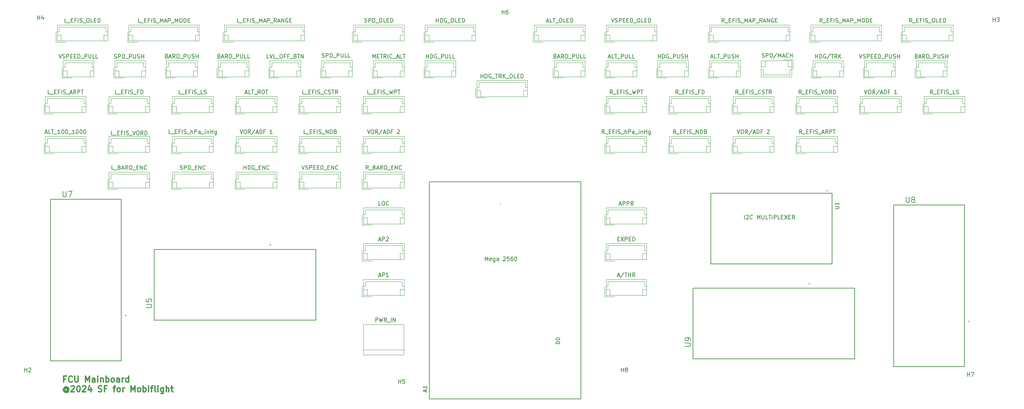
<source format=gbr>
%TF.GenerationSoftware,KiCad,Pcbnew,7.0.9*%
%TF.CreationDate,2024-03-13T22:59:51+01:00*%
%TF.ProjectId,FCU_Mainboard_v2,4643555f-4d61-4696-9e62-6f6172645f76,rev?*%
%TF.SameCoordinates,Original*%
%TF.FileFunction,Legend,Top*%
%TF.FilePolarity,Positive*%
%FSLAX46Y46*%
G04 Gerber Fmt 4.6, Leading zero omitted, Abs format (unit mm)*
G04 Created by KiCad (PCBNEW 7.0.9) date 2024-03-13 22:59:51*
%MOMM*%
%LPD*%
G01*
G04 APERTURE LIST*
%ADD10C,0.150000*%
%ADD11C,0.300000*%
%ADD12C,0.120000*%
%ADD13C,0.127000*%
%ADD14C,0.200000*%
G04 APERTURE END LIST*
D10*
X140047619Y-84619819D02*
X140047619Y-83619819D01*
X140047619Y-83619819D02*
X140380952Y-84334104D01*
X140380952Y-84334104D02*
X140714285Y-83619819D01*
X140714285Y-83619819D02*
X140714285Y-84619819D01*
X141571428Y-84572200D02*
X141476190Y-84619819D01*
X141476190Y-84619819D02*
X141285714Y-84619819D01*
X141285714Y-84619819D02*
X141190476Y-84572200D01*
X141190476Y-84572200D02*
X141142857Y-84476961D01*
X141142857Y-84476961D02*
X141142857Y-84096009D01*
X141142857Y-84096009D02*
X141190476Y-84000771D01*
X141190476Y-84000771D02*
X141285714Y-83953152D01*
X141285714Y-83953152D02*
X141476190Y-83953152D01*
X141476190Y-83953152D02*
X141571428Y-84000771D01*
X141571428Y-84000771D02*
X141619047Y-84096009D01*
X141619047Y-84096009D02*
X141619047Y-84191247D01*
X141619047Y-84191247D02*
X141142857Y-84286485D01*
X142476190Y-83953152D02*
X142476190Y-84762676D01*
X142476190Y-84762676D02*
X142428571Y-84857914D01*
X142428571Y-84857914D02*
X142380952Y-84905533D01*
X142380952Y-84905533D02*
X142285714Y-84953152D01*
X142285714Y-84953152D02*
X142142857Y-84953152D01*
X142142857Y-84953152D02*
X142047619Y-84905533D01*
X142476190Y-84572200D02*
X142380952Y-84619819D01*
X142380952Y-84619819D02*
X142190476Y-84619819D01*
X142190476Y-84619819D02*
X142095238Y-84572200D01*
X142095238Y-84572200D02*
X142047619Y-84524580D01*
X142047619Y-84524580D02*
X142000000Y-84429342D01*
X142000000Y-84429342D02*
X142000000Y-84143628D01*
X142000000Y-84143628D02*
X142047619Y-84048390D01*
X142047619Y-84048390D02*
X142095238Y-84000771D01*
X142095238Y-84000771D02*
X142190476Y-83953152D01*
X142190476Y-83953152D02*
X142380952Y-83953152D01*
X142380952Y-83953152D02*
X142476190Y-84000771D01*
X143380952Y-84619819D02*
X143380952Y-84096009D01*
X143380952Y-84096009D02*
X143333333Y-84000771D01*
X143333333Y-84000771D02*
X143238095Y-83953152D01*
X143238095Y-83953152D02*
X143047619Y-83953152D01*
X143047619Y-83953152D02*
X142952381Y-84000771D01*
X143380952Y-84572200D02*
X143285714Y-84619819D01*
X143285714Y-84619819D02*
X143047619Y-84619819D01*
X143047619Y-84619819D02*
X142952381Y-84572200D01*
X142952381Y-84572200D02*
X142904762Y-84476961D01*
X142904762Y-84476961D02*
X142904762Y-84381723D01*
X142904762Y-84381723D02*
X142952381Y-84286485D01*
X142952381Y-84286485D02*
X143047619Y-84238866D01*
X143047619Y-84238866D02*
X143285714Y-84238866D01*
X143285714Y-84238866D02*
X143380952Y-84191247D01*
X144571429Y-83715057D02*
X144619048Y-83667438D01*
X144619048Y-83667438D02*
X144714286Y-83619819D01*
X144714286Y-83619819D02*
X144952381Y-83619819D01*
X144952381Y-83619819D02*
X145047619Y-83667438D01*
X145047619Y-83667438D02*
X145095238Y-83715057D01*
X145095238Y-83715057D02*
X145142857Y-83810295D01*
X145142857Y-83810295D02*
X145142857Y-83905533D01*
X145142857Y-83905533D02*
X145095238Y-84048390D01*
X145095238Y-84048390D02*
X144523810Y-84619819D01*
X144523810Y-84619819D02*
X145142857Y-84619819D01*
X146047619Y-83619819D02*
X145571429Y-83619819D01*
X145571429Y-83619819D02*
X145523810Y-84096009D01*
X145523810Y-84096009D02*
X145571429Y-84048390D01*
X145571429Y-84048390D02*
X145666667Y-84000771D01*
X145666667Y-84000771D02*
X145904762Y-84000771D01*
X145904762Y-84000771D02*
X146000000Y-84048390D01*
X146000000Y-84048390D02*
X146047619Y-84096009D01*
X146047619Y-84096009D02*
X146095238Y-84191247D01*
X146095238Y-84191247D02*
X146095238Y-84429342D01*
X146095238Y-84429342D02*
X146047619Y-84524580D01*
X146047619Y-84524580D02*
X146000000Y-84572200D01*
X146000000Y-84572200D02*
X145904762Y-84619819D01*
X145904762Y-84619819D02*
X145666667Y-84619819D01*
X145666667Y-84619819D02*
X145571429Y-84572200D01*
X145571429Y-84572200D02*
X145523810Y-84524580D01*
X146952381Y-83619819D02*
X146761905Y-83619819D01*
X146761905Y-83619819D02*
X146666667Y-83667438D01*
X146666667Y-83667438D02*
X146619048Y-83715057D01*
X146619048Y-83715057D02*
X146523810Y-83857914D01*
X146523810Y-83857914D02*
X146476191Y-84048390D01*
X146476191Y-84048390D02*
X146476191Y-84429342D01*
X146476191Y-84429342D02*
X146523810Y-84524580D01*
X146523810Y-84524580D02*
X146571429Y-84572200D01*
X146571429Y-84572200D02*
X146666667Y-84619819D01*
X146666667Y-84619819D02*
X146857143Y-84619819D01*
X146857143Y-84619819D02*
X146952381Y-84572200D01*
X146952381Y-84572200D02*
X147000000Y-84524580D01*
X147000000Y-84524580D02*
X147047619Y-84429342D01*
X147047619Y-84429342D02*
X147047619Y-84191247D01*
X147047619Y-84191247D02*
X147000000Y-84096009D01*
X147000000Y-84096009D02*
X146952381Y-84048390D01*
X146952381Y-84048390D02*
X146857143Y-84000771D01*
X146857143Y-84000771D02*
X146666667Y-84000771D01*
X146666667Y-84000771D02*
X146571429Y-84048390D01*
X146571429Y-84048390D02*
X146523810Y-84096009D01*
X146523810Y-84096009D02*
X146476191Y-84191247D01*
X147666667Y-83619819D02*
X147761905Y-83619819D01*
X147761905Y-83619819D02*
X147857143Y-83667438D01*
X147857143Y-83667438D02*
X147904762Y-83715057D01*
X147904762Y-83715057D02*
X147952381Y-83810295D01*
X147952381Y-83810295D02*
X148000000Y-84000771D01*
X148000000Y-84000771D02*
X148000000Y-84238866D01*
X148000000Y-84238866D02*
X147952381Y-84429342D01*
X147952381Y-84429342D02*
X147904762Y-84524580D01*
X147904762Y-84524580D02*
X147857143Y-84572200D01*
X147857143Y-84572200D02*
X147761905Y-84619819D01*
X147761905Y-84619819D02*
X147666667Y-84619819D01*
X147666667Y-84619819D02*
X147571429Y-84572200D01*
X147571429Y-84572200D02*
X147523810Y-84524580D01*
X147523810Y-84524580D02*
X147476191Y-84429342D01*
X147476191Y-84429342D02*
X147428572Y-84238866D01*
X147428572Y-84238866D02*
X147428572Y-84000771D01*
X147428572Y-84000771D02*
X147476191Y-83810295D01*
X147476191Y-83810295D02*
X147523810Y-83715057D01*
X147523810Y-83715057D02*
X147571429Y-83667438D01*
X147571429Y-83667438D02*
X147666667Y-83619819D01*
X205238095Y-74119819D02*
X205238095Y-73119819D01*
X205666666Y-73215057D02*
X205714285Y-73167438D01*
X205714285Y-73167438D02*
X205809523Y-73119819D01*
X205809523Y-73119819D02*
X206047618Y-73119819D01*
X206047618Y-73119819D02*
X206142856Y-73167438D01*
X206142856Y-73167438D02*
X206190475Y-73215057D01*
X206190475Y-73215057D02*
X206238094Y-73310295D01*
X206238094Y-73310295D02*
X206238094Y-73405533D01*
X206238094Y-73405533D02*
X206190475Y-73548390D01*
X206190475Y-73548390D02*
X205619047Y-74119819D01*
X205619047Y-74119819D02*
X206238094Y-74119819D01*
X207238094Y-74024580D02*
X207190475Y-74072200D01*
X207190475Y-74072200D02*
X207047618Y-74119819D01*
X207047618Y-74119819D02*
X206952380Y-74119819D01*
X206952380Y-74119819D02*
X206809523Y-74072200D01*
X206809523Y-74072200D02*
X206714285Y-73976961D01*
X206714285Y-73976961D02*
X206666666Y-73881723D01*
X206666666Y-73881723D02*
X206619047Y-73691247D01*
X206619047Y-73691247D02*
X206619047Y-73548390D01*
X206619047Y-73548390D02*
X206666666Y-73357914D01*
X206666666Y-73357914D02*
X206714285Y-73262676D01*
X206714285Y-73262676D02*
X206809523Y-73167438D01*
X206809523Y-73167438D02*
X206952380Y-73119819D01*
X206952380Y-73119819D02*
X207047618Y-73119819D01*
X207047618Y-73119819D02*
X207190475Y-73167438D01*
X207190475Y-73167438D02*
X207238094Y-73215057D01*
X208428571Y-74119819D02*
X208428571Y-73119819D01*
X208428571Y-73119819D02*
X208761904Y-73834104D01*
X208761904Y-73834104D02*
X209095237Y-73119819D01*
X209095237Y-73119819D02*
X209095237Y-74119819D01*
X209571428Y-73119819D02*
X209571428Y-73929342D01*
X209571428Y-73929342D02*
X209619047Y-74024580D01*
X209619047Y-74024580D02*
X209666666Y-74072200D01*
X209666666Y-74072200D02*
X209761904Y-74119819D01*
X209761904Y-74119819D02*
X209952380Y-74119819D01*
X209952380Y-74119819D02*
X210047618Y-74072200D01*
X210047618Y-74072200D02*
X210095237Y-74024580D01*
X210095237Y-74024580D02*
X210142856Y-73929342D01*
X210142856Y-73929342D02*
X210142856Y-73119819D01*
X211095237Y-74119819D02*
X210619047Y-74119819D01*
X210619047Y-74119819D02*
X210619047Y-73119819D01*
X211285714Y-73119819D02*
X211857142Y-73119819D01*
X211571428Y-74119819D02*
X211571428Y-73119819D01*
X212190476Y-74119819D02*
X212190476Y-73119819D01*
X212666666Y-74119819D02*
X212666666Y-73119819D01*
X212666666Y-73119819D02*
X213047618Y-73119819D01*
X213047618Y-73119819D02*
X213142856Y-73167438D01*
X213142856Y-73167438D02*
X213190475Y-73215057D01*
X213190475Y-73215057D02*
X213238094Y-73310295D01*
X213238094Y-73310295D02*
X213238094Y-73453152D01*
X213238094Y-73453152D02*
X213190475Y-73548390D01*
X213190475Y-73548390D02*
X213142856Y-73596009D01*
X213142856Y-73596009D02*
X213047618Y-73643628D01*
X213047618Y-73643628D02*
X212666666Y-73643628D01*
X214142856Y-74119819D02*
X213666666Y-74119819D01*
X213666666Y-74119819D02*
X213666666Y-73119819D01*
X214476190Y-73596009D02*
X214809523Y-73596009D01*
X214952380Y-74119819D02*
X214476190Y-74119819D01*
X214476190Y-74119819D02*
X214476190Y-73119819D01*
X214476190Y-73119819D02*
X214952380Y-73119819D01*
X215285714Y-73119819D02*
X215952380Y-74119819D01*
X215952380Y-73119819D02*
X215285714Y-74119819D01*
X216333333Y-73596009D02*
X216666666Y-73596009D01*
X216809523Y-74119819D02*
X216333333Y-74119819D01*
X216333333Y-74119819D02*
X216333333Y-73119819D01*
X216333333Y-73119819D02*
X216809523Y-73119819D01*
X217809523Y-74119819D02*
X217476190Y-73643628D01*
X217238095Y-74119819D02*
X217238095Y-73119819D01*
X217238095Y-73119819D02*
X217619047Y-73119819D01*
X217619047Y-73119819D02*
X217714285Y-73167438D01*
X217714285Y-73167438D02*
X217761904Y-73215057D01*
X217761904Y-73215057D02*
X217809523Y-73310295D01*
X217809523Y-73310295D02*
X217809523Y-73453152D01*
X217809523Y-73453152D02*
X217761904Y-73548390D01*
X217761904Y-73548390D02*
X217714285Y-73596009D01*
X217714285Y-73596009D02*
X217619047Y-73643628D01*
X217619047Y-73643628D02*
X217238095Y-73643628D01*
D11*
X34554510Y-114350114D02*
X34054510Y-114350114D01*
X34054510Y-115135828D02*
X34054510Y-113635828D01*
X34054510Y-113635828D02*
X34768796Y-113635828D01*
X36197367Y-114992971D02*
X36125939Y-115064400D01*
X36125939Y-115064400D02*
X35911653Y-115135828D01*
X35911653Y-115135828D02*
X35768796Y-115135828D01*
X35768796Y-115135828D02*
X35554510Y-115064400D01*
X35554510Y-115064400D02*
X35411653Y-114921542D01*
X35411653Y-114921542D02*
X35340224Y-114778685D01*
X35340224Y-114778685D02*
X35268796Y-114492971D01*
X35268796Y-114492971D02*
X35268796Y-114278685D01*
X35268796Y-114278685D02*
X35340224Y-113992971D01*
X35340224Y-113992971D02*
X35411653Y-113850114D01*
X35411653Y-113850114D02*
X35554510Y-113707257D01*
X35554510Y-113707257D02*
X35768796Y-113635828D01*
X35768796Y-113635828D02*
X35911653Y-113635828D01*
X35911653Y-113635828D02*
X36125939Y-113707257D01*
X36125939Y-113707257D02*
X36197367Y-113778685D01*
X36840224Y-113635828D02*
X36840224Y-114850114D01*
X36840224Y-114850114D02*
X36911653Y-114992971D01*
X36911653Y-114992971D02*
X36983082Y-115064400D01*
X36983082Y-115064400D02*
X37125939Y-115135828D01*
X37125939Y-115135828D02*
X37411653Y-115135828D01*
X37411653Y-115135828D02*
X37554510Y-115064400D01*
X37554510Y-115064400D02*
X37625939Y-114992971D01*
X37625939Y-114992971D02*
X37697367Y-114850114D01*
X37697367Y-114850114D02*
X37697367Y-113635828D01*
X39554510Y-115135828D02*
X39554510Y-113635828D01*
X39554510Y-113635828D02*
X40054510Y-114707257D01*
X40054510Y-114707257D02*
X40554510Y-113635828D01*
X40554510Y-113635828D02*
X40554510Y-115135828D01*
X41911654Y-115135828D02*
X41911654Y-114350114D01*
X41911654Y-114350114D02*
X41840225Y-114207257D01*
X41840225Y-114207257D02*
X41697368Y-114135828D01*
X41697368Y-114135828D02*
X41411654Y-114135828D01*
X41411654Y-114135828D02*
X41268796Y-114207257D01*
X41911654Y-115064400D02*
X41768796Y-115135828D01*
X41768796Y-115135828D02*
X41411654Y-115135828D01*
X41411654Y-115135828D02*
X41268796Y-115064400D01*
X41268796Y-115064400D02*
X41197368Y-114921542D01*
X41197368Y-114921542D02*
X41197368Y-114778685D01*
X41197368Y-114778685D02*
X41268796Y-114635828D01*
X41268796Y-114635828D02*
X41411654Y-114564400D01*
X41411654Y-114564400D02*
X41768796Y-114564400D01*
X41768796Y-114564400D02*
X41911654Y-114492971D01*
X42625939Y-115135828D02*
X42625939Y-114135828D01*
X42625939Y-113635828D02*
X42554511Y-113707257D01*
X42554511Y-113707257D02*
X42625939Y-113778685D01*
X42625939Y-113778685D02*
X42697368Y-113707257D01*
X42697368Y-113707257D02*
X42625939Y-113635828D01*
X42625939Y-113635828D02*
X42625939Y-113778685D01*
X43340225Y-114135828D02*
X43340225Y-115135828D01*
X43340225Y-114278685D02*
X43411654Y-114207257D01*
X43411654Y-114207257D02*
X43554511Y-114135828D01*
X43554511Y-114135828D02*
X43768797Y-114135828D01*
X43768797Y-114135828D02*
X43911654Y-114207257D01*
X43911654Y-114207257D02*
X43983083Y-114350114D01*
X43983083Y-114350114D02*
X43983083Y-115135828D01*
X44697368Y-115135828D02*
X44697368Y-113635828D01*
X44697368Y-114207257D02*
X44840226Y-114135828D01*
X44840226Y-114135828D02*
X45125940Y-114135828D01*
X45125940Y-114135828D02*
X45268797Y-114207257D01*
X45268797Y-114207257D02*
X45340226Y-114278685D01*
X45340226Y-114278685D02*
X45411654Y-114421542D01*
X45411654Y-114421542D02*
X45411654Y-114850114D01*
X45411654Y-114850114D02*
X45340226Y-114992971D01*
X45340226Y-114992971D02*
X45268797Y-115064400D01*
X45268797Y-115064400D02*
X45125940Y-115135828D01*
X45125940Y-115135828D02*
X44840226Y-115135828D01*
X44840226Y-115135828D02*
X44697368Y-115064400D01*
X46268797Y-115135828D02*
X46125940Y-115064400D01*
X46125940Y-115064400D02*
X46054511Y-114992971D01*
X46054511Y-114992971D02*
X45983083Y-114850114D01*
X45983083Y-114850114D02*
X45983083Y-114421542D01*
X45983083Y-114421542D02*
X46054511Y-114278685D01*
X46054511Y-114278685D02*
X46125940Y-114207257D01*
X46125940Y-114207257D02*
X46268797Y-114135828D01*
X46268797Y-114135828D02*
X46483083Y-114135828D01*
X46483083Y-114135828D02*
X46625940Y-114207257D01*
X46625940Y-114207257D02*
X46697369Y-114278685D01*
X46697369Y-114278685D02*
X46768797Y-114421542D01*
X46768797Y-114421542D02*
X46768797Y-114850114D01*
X46768797Y-114850114D02*
X46697369Y-114992971D01*
X46697369Y-114992971D02*
X46625940Y-115064400D01*
X46625940Y-115064400D02*
X46483083Y-115135828D01*
X46483083Y-115135828D02*
X46268797Y-115135828D01*
X48054512Y-115135828D02*
X48054512Y-114350114D01*
X48054512Y-114350114D02*
X47983083Y-114207257D01*
X47983083Y-114207257D02*
X47840226Y-114135828D01*
X47840226Y-114135828D02*
X47554512Y-114135828D01*
X47554512Y-114135828D02*
X47411654Y-114207257D01*
X48054512Y-115064400D02*
X47911654Y-115135828D01*
X47911654Y-115135828D02*
X47554512Y-115135828D01*
X47554512Y-115135828D02*
X47411654Y-115064400D01*
X47411654Y-115064400D02*
X47340226Y-114921542D01*
X47340226Y-114921542D02*
X47340226Y-114778685D01*
X47340226Y-114778685D02*
X47411654Y-114635828D01*
X47411654Y-114635828D02*
X47554512Y-114564400D01*
X47554512Y-114564400D02*
X47911654Y-114564400D01*
X47911654Y-114564400D02*
X48054512Y-114492971D01*
X48768797Y-115135828D02*
X48768797Y-114135828D01*
X48768797Y-114421542D02*
X48840226Y-114278685D01*
X48840226Y-114278685D02*
X48911655Y-114207257D01*
X48911655Y-114207257D02*
X49054512Y-114135828D01*
X49054512Y-114135828D02*
X49197369Y-114135828D01*
X50340226Y-115135828D02*
X50340226Y-113635828D01*
X50340226Y-115064400D02*
X50197368Y-115135828D01*
X50197368Y-115135828D02*
X49911654Y-115135828D01*
X49911654Y-115135828D02*
X49768797Y-115064400D01*
X49768797Y-115064400D02*
X49697368Y-114992971D01*
X49697368Y-114992971D02*
X49625940Y-114850114D01*
X49625940Y-114850114D02*
X49625940Y-114421542D01*
X49625940Y-114421542D02*
X49697368Y-114278685D01*
X49697368Y-114278685D02*
X49768797Y-114207257D01*
X49768797Y-114207257D02*
X49911654Y-114135828D01*
X49911654Y-114135828D02*
X50197368Y-114135828D01*
X50197368Y-114135828D02*
X50340226Y-114207257D01*
X34983082Y-116836542D02*
X34911653Y-116765114D01*
X34911653Y-116765114D02*
X34768796Y-116693685D01*
X34768796Y-116693685D02*
X34625939Y-116693685D01*
X34625939Y-116693685D02*
X34483082Y-116765114D01*
X34483082Y-116765114D02*
X34411653Y-116836542D01*
X34411653Y-116836542D02*
X34340225Y-116979400D01*
X34340225Y-116979400D02*
X34340225Y-117122257D01*
X34340225Y-117122257D02*
X34411653Y-117265114D01*
X34411653Y-117265114D02*
X34483082Y-117336542D01*
X34483082Y-117336542D02*
X34625939Y-117407971D01*
X34625939Y-117407971D02*
X34768796Y-117407971D01*
X34768796Y-117407971D02*
X34911653Y-117336542D01*
X34911653Y-117336542D02*
X34983082Y-117265114D01*
X34983082Y-116693685D02*
X34983082Y-117265114D01*
X34983082Y-117265114D02*
X35054510Y-117336542D01*
X35054510Y-117336542D02*
X35125939Y-117336542D01*
X35125939Y-117336542D02*
X35268796Y-117265114D01*
X35268796Y-117265114D02*
X35340225Y-117122257D01*
X35340225Y-117122257D02*
X35340225Y-116765114D01*
X35340225Y-116765114D02*
X35197368Y-116550828D01*
X35197368Y-116550828D02*
X34983082Y-116407971D01*
X34983082Y-116407971D02*
X34697368Y-116336542D01*
X34697368Y-116336542D02*
X34411653Y-116407971D01*
X34411653Y-116407971D02*
X34197368Y-116550828D01*
X34197368Y-116550828D02*
X34054510Y-116765114D01*
X34054510Y-116765114D02*
X33983082Y-117050828D01*
X33983082Y-117050828D02*
X34054510Y-117336542D01*
X34054510Y-117336542D02*
X34197368Y-117550828D01*
X34197368Y-117550828D02*
X34411653Y-117693685D01*
X34411653Y-117693685D02*
X34697368Y-117765114D01*
X34697368Y-117765114D02*
X34983082Y-117693685D01*
X34983082Y-117693685D02*
X35197368Y-117550828D01*
X35911653Y-116193685D02*
X35983081Y-116122257D01*
X35983081Y-116122257D02*
X36125939Y-116050828D01*
X36125939Y-116050828D02*
X36483081Y-116050828D01*
X36483081Y-116050828D02*
X36625939Y-116122257D01*
X36625939Y-116122257D02*
X36697367Y-116193685D01*
X36697367Y-116193685D02*
X36768796Y-116336542D01*
X36768796Y-116336542D02*
X36768796Y-116479400D01*
X36768796Y-116479400D02*
X36697367Y-116693685D01*
X36697367Y-116693685D02*
X35840224Y-117550828D01*
X35840224Y-117550828D02*
X36768796Y-117550828D01*
X37697367Y-116050828D02*
X37840224Y-116050828D01*
X37840224Y-116050828D02*
X37983081Y-116122257D01*
X37983081Y-116122257D02*
X38054510Y-116193685D01*
X38054510Y-116193685D02*
X38125938Y-116336542D01*
X38125938Y-116336542D02*
X38197367Y-116622257D01*
X38197367Y-116622257D02*
X38197367Y-116979400D01*
X38197367Y-116979400D02*
X38125938Y-117265114D01*
X38125938Y-117265114D02*
X38054510Y-117407971D01*
X38054510Y-117407971D02*
X37983081Y-117479400D01*
X37983081Y-117479400D02*
X37840224Y-117550828D01*
X37840224Y-117550828D02*
X37697367Y-117550828D01*
X37697367Y-117550828D02*
X37554510Y-117479400D01*
X37554510Y-117479400D02*
X37483081Y-117407971D01*
X37483081Y-117407971D02*
X37411652Y-117265114D01*
X37411652Y-117265114D02*
X37340224Y-116979400D01*
X37340224Y-116979400D02*
X37340224Y-116622257D01*
X37340224Y-116622257D02*
X37411652Y-116336542D01*
X37411652Y-116336542D02*
X37483081Y-116193685D01*
X37483081Y-116193685D02*
X37554510Y-116122257D01*
X37554510Y-116122257D02*
X37697367Y-116050828D01*
X38768795Y-116193685D02*
X38840223Y-116122257D01*
X38840223Y-116122257D02*
X38983081Y-116050828D01*
X38983081Y-116050828D02*
X39340223Y-116050828D01*
X39340223Y-116050828D02*
X39483081Y-116122257D01*
X39483081Y-116122257D02*
X39554509Y-116193685D01*
X39554509Y-116193685D02*
X39625938Y-116336542D01*
X39625938Y-116336542D02*
X39625938Y-116479400D01*
X39625938Y-116479400D02*
X39554509Y-116693685D01*
X39554509Y-116693685D02*
X38697366Y-117550828D01*
X38697366Y-117550828D02*
X39625938Y-117550828D01*
X40911652Y-116550828D02*
X40911652Y-117550828D01*
X40554509Y-115979400D02*
X40197366Y-117050828D01*
X40197366Y-117050828D02*
X41125937Y-117050828D01*
X42768794Y-117479400D02*
X42983080Y-117550828D01*
X42983080Y-117550828D02*
X43340222Y-117550828D01*
X43340222Y-117550828D02*
X43483080Y-117479400D01*
X43483080Y-117479400D02*
X43554508Y-117407971D01*
X43554508Y-117407971D02*
X43625937Y-117265114D01*
X43625937Y-117265114D02*
X43625937Y-117122257D01*
X43625937Y-117122257D02*
X43554508Y-116979400D01*
X43554508Y-116979400D02*
X43483080Y-116907971D01*
X43483080Y-116907971D02*
X43340222Y-116836542D01*
X43340222Y-116836542D02*
X43054508Y-116765114D01*
X43054508Y-116765114D02*
X42911651Y-116693685D01*
X42911651Y-116693685D02*
X42840222Y-116622257D01*
X42840222Y-116622257D02*
X42768794Y-116479400D01*
X42768794Y-116479400D02*
X42768794Y-116336542D01*
X42768794Y-116336542D02*
X42840222Y-116193685D01*
X42840222Y-116193685D02*
X42911651Y-116122257D01*
X42911651Y-116122257D02*
X43054508Y-116050828D01*
X43054508Y-116050828D02*
X43411651Y-116050828D01*
X43411651Y-116050828D02*
X43625937Y-116122257D01*
X44768793Y-116765114D02*
X44268793Y-116765114D01*
X44268793Y-117550828D02*
X44268793Y-116050828D01*
X44268793Y-116050828D02*
X44983079Y-116050828D01*
X46483079Y-116550828D02*
X47054507Y-116550828D01*
X46697364Y-117550828D02*
X46697364Y-116265114D01*
X46697364Y-116265114D02*
X46768793Y-116122257D01*
X46768793Y-116122257D02*
X46911650Y-116050828D01*
X46911650Y-116050828D02*
X47054507Y-116050828D01*
X47768793Y-117550828D02*
X47625936Y-117479400D01*
X47625936Y-117479400D02*
X47554507Y-117407971D01*
X47554507Y-117407971D02*
X47483079Y-117265114D01*
X47483079Y-117265114D02*
X47483079Y-116836542D01*
X47483079Y-116836542D02*
X47554507Y-116693685D01*
X47554507Y-116693685D02*
X47625936Y-116622257D01*
X47625936Y-116622257D02*
X47768793Y-116550828D01*
X47768793Y-116550828D02*
X47983079Y-116550828D01*
X47983079Y-116550828D02*
X48125936Y-116622257D01*
X48125936Y-116622257D02*
X48197365Y-116693685D01*
X48197365Y-116693685D02*
X48268793Y-116836542D01*
X48268793Y-116836542D02*
X48268793Y-117265114D01*
X48268793Y-117265114D02*
X48197365Y-117407971D01*
X48197365Y-117407971D02*
X48125936Y-117479400D01*
X48125936Y-117479400D02*
X47983079Y-117550828D01*
X47983079Y-117550828D02*
X47768793Y-117550828D01*
X48911650Y-117550828D02*
X48911650Y-116550828D01*
X48911650Y-116836542D02*
X48983079Y-116693685D01*
X48983079Y-116693685D02*
X49054508Y-116622257D01*
X49054508Y-116622257D02*
X49197365Y-116550828D01*
X49197365Y-116550828D02*
X49340222Y-116550828D01*
X50983078Y-117550828D02*
X50983078Y-116050828D01*
X50983078Y-116050828D02*
X51483078Y-117122257D01*
X51483078Y-117122257D02*
X51983078Y-116050828D01*
X51983078Y-116050828D02*
X51983078Y-117550828D01*
X52911650Y-117550828D02*
X52768793Y-117479400D01*
X52768793Y-117479400D02*
X52697364Y-117407971D01*
X52697364Y-117407971D02*
X52625936Y-117265114D01*
X52625936Y-117265114D02*
X52625936Y-116836542D01*
X52625936Y-116836542D02*
X52697364Y-116693685D01*
X52697364Y-116693685D02*
X52768793Y-116622257D01*
X52768793Y-116622257D02*
X52911650Y-116550828D01*
X52911650Y-116550828D02*
X53125936Y-116550828D01*
X53125936Y-116550828D02*
X53268793Y-116622257D01*
X53268793Y-116622257D02*
X53340222Y-116693685D01*
X53340222Y-116693685D02*
X53411650Y-116836542D01*
X53411650Y-116836542D02*
X53411650Y-117265114D01*
X53411650Y-117265114D02*
X53340222Y-117407971D01*
X53340222Y-117407971D02*
X53268793Y-117479400D01*
X53268793Y-117479400D02*
X53125936Y-117550828D01*
X53125936Y-117550828D02*
X52911650Y-117550828D01*
X54054507Y-117550828D02*
X54054507Y-116050828D01*
X54054507Y-116622257D02*
X54197365Y-116550828D01*
X54197365Y-116550828D02*
X54483079Y-116550828D01*
X54483079Y-116550828D02*
X54625936Y-116622257D01*
X54625936Y-116622257D02*
X54697365Y-116693685D01*
X54697365Y-116693685D02*
X54768793Y-116836542D01*
X54768793Y-116836542D02*
X54768793Y-117265114D01*
X54768793Y-117265114D02*
X54697365Y-117407971D01*
X54697365Y-117407971D02*
X54625936Y-117479400D01*
X54625936Y-117479400D02*
X54483079Y-117550828D01*
X54483079Y-117550828D02*
X54197365Y-117550828D01*
X54197365Y-117550828D02*
X54054507Y-117479400D01*
X55411650Y-117550828D02*
X55411650Y-116550828D01*
X55411650Y-116050828D02*
X55340222Y-116122257D01*
X55340222Y-116122257D02*
X55411650Y-116193685D01*
X55411650Y-116193685D02*
X55483079Y-116122257D01*
X55483079Y-116122257D02*
X55411650Y-116050828D01*
X55411650Y-116050828D02*
X55411650Y-116193685D01*
X55911651Y-116550828D02*
X56483079Y-116550828D01*
X56125936Y-117550828D02*
X56125936Y-116265114D01*
X56125936Y-116265114D02*
X56197365Y-116122257D01*
X56197365Y-116122257D02*
X56340222Y-116050828D01*
X56340222Y-116050828D02*
X56483079Y-116050828D01*
X57197365Y-117550828D02*
X57054508Y-117479400D01*
X57054508Y-117479400D02*
X56983079Y-117336542D01*
X56983079Y-117336542D02*
X56983079Y-116050828D01*
X57768793Y-117550828D02*
X57768793Y-116550828D01*
X57768793Y-116050828D02*
X57697365Y-116122257D01*
X57697365Y-116122257D02*
X57768793Y-116193685D01*
X57768793Y-116193685D02*
X57840222Y-116122257D01*
X57840222Y-116122257D02*
X57768793Y-116050828D01*
X57768793Y-116050828D02*
X57768793Y-116193685D01*
X59125937Y-116550828D02*
X59125937Y-117765114D01*
X59125937Y-117765114D02*
X59054508Y-117907971D01*
X59054508Y-117907971D02*
X58983079Y-117979400D01*
X58983079Y-117979400D02*
X58840222Y-118050828D01*
X58840222Y-118050828D02*
X58625937Y-118050828D01*
X58625937Y-118050828D02*
X58483079Y-117979400D01*
X59125937Y-117479400D02*
X58983079Y-117550828D01*
X58983079Y-117550828D02*
X58697365Y-117550828D01*
X58697365Y-117550828D02*
X58554508Y-117479400D01*
X58554508Y-117479400D02*
X58483079Y-117407971D01*
X58483079Y-117407971D02*
X58411651Y-117265114D01*
X58411651Y-117265114D02*
X58411651Y-116836542D01*
X58411651Y-116836542D02*
X58483079Y-116693685D01*
X58483079Y-116693685D02*
X58554508Y-116622257D01*
X58554508Y-116622257D02*
X58697365Y-116550828D01*
X58697365Y-116550828D02*
X58983079Y-116550828D01*
X58983079Y-116550828D02*
X59125937Y-116622257D01*
X59840222Y-117550828D02*
X59840222Y-116050828D01*
X60483080Y-117550828D02*
X60483080Y-116765114D01*
X60483080Y-116765114D02*
X60411651Y-116622257D01*
X60411651Y-116622257D02*
X60268794Y-116550828D01*
X60268794Y-116550828D02*
X60054508Y-116550828D01*
X60054508Y-116550828D02*
X59911651Y-116622257D01*
X59911651Y-116622257D02*
X59840222Y-116693685D01*
X60983080Y-116550828D02*
X61554508Y-116550828D01*
X61197365Y-116050828D02*
X61197365Y-117336542D01*
X61197365Y-117336542D02*
X61268794Y-117479400D01*
X61268794Y-117479400D02*
X61411651Y-117550828D01*
X61411651Y-117550828D02*
X61554508Y-117550828D01*
D10*
X200166666Y-24654819D02*
X199833333Y-24178628D01*
X199595238Y-24654819D02*
X199595238Y-23654819D01*
X199595238Y-23654819D02*
X199976190Y-23654819D01*
X199976190Y-23654819D02*
X200071428Y-23702438D01*
X200071428Y-23702438D02*
X200119047Y-23750057D01*
X200119047Y-23750057D02*
X200166666Y-23845295D01*
X200166666Y-23845295D02*
X200166666Y-23988152D01*
X200166666Y-23988152D02*
X200119047Y-24083390D01*
X200119047Y-24083390D02*
X200071428Y-24131009D01*
X200071428Y-24131009D02*
X199976190Y-24178628D01*
X199976190Y-24178628D02*
X199595238Y-24178628D01*
X200357143Y-24750057D02*
X201119047Y-24750057D01*
X201357143Y-24131009D02*
X201690476Y-24131009D01*
X201833333Y-24654819D02*
X201357143Y-24654819D01*
X201357143Y-24654819D02*
X201357143Y-23654819D01*
X201357143Y-23654819D02*
X201833333Y-23654819D01*
X202595238Y-24131009D02*
X202261905Y-24131009D01*
X202261905Y-24654819D02*
X202261905Y-23654819D01*
X202261905Y-23654819D02*
X202738095Y-23654819D01*
X203119048Y-24654819D02*
X203119048Y-23654819D01*
X203547619Y-24607200D02*
X203690476Y-24654819D01*
X203690476Y-24654819D02*
X203928571Y-24654819D01*
X203928571Y-24654819D02*
X204023809Y-24607200D01*
X204023809Y-24607200D02*
X204071428Y-24559580D01*
X204071428Y-24559580D02*
X204119047Y-24464342D01*
X204119047Y-24464342D02*
X204119047Y-24369104D01*
X204119047Y-24369104D02*
X204071428Y-24273866D01*
X204071428Y-24273866D02*
X204023809Y-24226247D01*
X204023809Y-24226247D02*
X203928571Y-24178628D01*
X203928571Y-24178628D02*
X203738095Y-24131009D01*
X203738095Y-24131009D02*
X203642857Y-24083390D01*
X203642857Y-24083390D02*
X203595238Y-24035771D01*
X203595238Y-24035771D02*
X203547619Y-23940533D01*
X203547619Y-23940533D02*
X203547619Y-23845295D01*
X203547619Y-23845295D02*
X203595238Y-23750057D01*
X203595238Y-23750057D02*
X203642857Y-23702438D01*
X203642857Y-23702438D02*
X203738095Y-23654819D01*
X203738095Y-23654819D02*
X203976190Y-23654819D01*
X203976190Y-23654819D02*
X204119047Y-23702438D01*
X204309524Y-24750057D02*
X205071428Y-24750057D01*
X205309524Y-24654819D02*
X205309524Y-23654819D01*
X205309524Y-23654819D02*
X205642857Y-24369104D01*
X205642857Y-24369104D02*
X205976190Y-23654819D01*
X205976190Y-23654819D02*
X205976190Y-24654819D01*
X206404762Y-24369104D02*
X206880952Y-24369104D01*
X206309524Y-24654819D02*
X206642857Y-23654819D01*
X206642857Y-23654819D02*
X206976190Y-24654819D01*
X207309524Y-24654819D02*
X207309524Y-23654819D01*
X207309524Y-23654819D02*
X207690476Y-23654819D01*
X207690476Y-23654819D02*
X207785714Y-23702438D01*
X207785714Y-23702438D02*
X207833333Y-23750057D01*
X207833333Y-23750057D02*
X207880952Y-23845295D01*
X207880952Y-23845295D02*
X207880952Y-23988152D01*
X207880952Y-23988152D02*
X207833333Y-24083390D01*
X207833333Y-24083390D02*
X207785714Y-24131009D01*
X207785714Y-24131009D02*
X207690476Y-24178628D01*
X207690476Y-24178628D02*
X207309524Y-24178628D01*
X208071429Y-24750057D02*
X208833333Y-24750057D01*
X209642857Y-24654819D02*
X209309524Y-24178628D01*
X209071429Y-24654819D02*
X209071429Y-23654819D01*
X209071429Y-23654819D02*
X209452381Y-23654819D01*
X209452381Y-23654819D02*
X209547619Y-23702438D01*
X209547619Y-23702438D02*
X209595238Y-23750057D01*
X209595238Y-23750057D02*
X209642857Y-23845295D01*
X209642857Y-23845295D02*
X209642857Y-23988152D01*
X209642857Y-23988152D02*
X209595238Y-24083390D01*
X209595238Y-24083390D02*
X209547619Y-24131009D01*
X209547619Y-24131009D02*
X209452381Y-24178628D01*
X209452381Y-24178628D02*
X209071429Y-24178628D01*
X210023810Y-24369104D02*
X210500000Y-24369104D01*
X209928572Y-24654819D02*
X210261905Y-23654819D01*
X210261905Y-23654819D02*
X210595238Y-24654819D01*
X210928572Y-24654819D02*
X210928572Y-23654819D01*
X210928572Y-23654819D02*
X211500000Y-24654819D01*
X211500000Y-24654819D02*
X211500000Y-23654819D01*
X212500000Y-23702438D02*
X212404762Y-23654819D01*
X212404762Y-23654819D02*
X212261905Y-23654819D01*
X212261905Y-23654819D02*
X212119048Y-23702438D01*
X212119048Y-23702438D02*
X212023810Y-23797676D01*
X212023810Y-23797676D02*
X211976191Y-23892914D01*
X211976191Y-23892914D02*
X211928572Y-24083390D01*
X211928572Y-24083390D02*
X211928572Y-24226247D01*
X211928572Y-24226247D02*
X211976191Y-24416723D01*
X211976191Y-24416723D02*
X212023810Y-24511961D01*
X212023810Y-24511961D02*
X212119048Y-24607200D01*
X212119048Y-24607200D02*
X212261905Y-24654819D01*
X212261905Y-24654819D02*
X212357143Y-24654819D01*
X212357143Y-24654819D02*
X212500000Y-24607200D01*
X212500000Y-24607200D02*
X212547619Y-24559580D01*
X212547619Y-24559580D02*
X212547619Y-24226247D01*
X212547619Y-24226247D02*
X212357143Y-24226247D01*
X212976191Y-24131009D02*
X213309524Y-24131009D01*
X213452381Y-24654819D02*
X212976191Y-24654819D01*
X212976191Y-24654819D02*
X212976191Y-23654819D01*
X212976191Y-23654819D02*
X213452381Y-23654819D01*
X110619047Y-61654819D02*
X110285714Y-61178628D01*
X110047619Y-61654819D02*
X110047619Y-60654819D01*
X110047619Y-60654819D02*
X110428571Y-60654819D01*
X110428571Y-60654819D02*
X110523809Y-60702438D01*
X110523809Y-60702438D02*
X110571428Y-60750057D01*
X110571428Y-60750057D02*
X110619047Y-60845295D01*
X110619047Y-60845295D02*
X110619047Y-60988152D01*
X110619047Y-60988152D02*
X110571428Y-61083390D01*
X110571428Y-61083390D02*
X110523809Y-61131009D01*
X110523809Y-61131009D02*
X110428571Y-61178628D01*
X110428571Y-61178628D02*
X110047619Y-61178628D01*
X110809524Y-61750057D02*
X111571428Y-61750057D01*
X112142857Y-61131009D02*
X112285714Y-61178628D01*
X112285714Y-61178628D02*
X112333333Y-61226247D01*
X112333333Y-61226247D02*
X112380952Y-61321485D01*
X112380952Y-61321485D02*
X112380952Y-61464342D01*
X112380952Y-61464342D02*
X112333333Y-61559580D01*
X112333333Y-61559580D02*
X112285714Y-61607200D01*
X112285714Y-61607200D02*
X112190476Y-61654819D01*
X112190476Y-61654819D02*
X111809524Y-61654819D01*
X111809524Y-61654819D02*
X111809524Y-60654819D01*
X111809524Y-60654819D02*
X112142857Y-60654819D01*
X112142857Y-60654819D02*
X112238095Y-60702438D01*
X112238095Y-60702438D02*
X112285714Y-60750057D01*
X112285714Y-60750057D02*
X112333333Y-60845295D01*
X112333333Y-60845295D02*
X112333333Y-60940533D01*
X112333333Y-60940533D02*
X112285714Y-61035771D01*
X112285714Y-61035771D02*
X112238095Y-61083390D01*
X112238095Y-61083390D02*
X112142857Y-61131009D01*
X112142857Y-61131009D02*
X111809524Y-61131009D01*
X112761905Y-61369104D02*
X113238095Y-61369104D01*
X112666667Y-61654819D02*
X113000000Y-60654819D01*
X113000000Y-60654819D02*
X113333333Y-61654819D01*
X114238095Y-61654819D02*
X113904762Y-61178628D01*
X113666667Y-61654819D02*
X113666667Y-60654819D01*
X113666667Y-60654819D02*
X114047619Y-60654819D01*
X114047619Y-60654819D02*
X114142857Y-60702438D01*
X114142857Y-60702438D02*
X114190476Y-60750057D01*
X114190476Y-60750057D02*
X114238095Y-60845295D01*
X114238095Y-60845295D02*
X114238095Y-60988152D01*
X114238095Y-60988152D02*
X114190476Y-61083390D01*
X114190476Y-61083390D02*
X114142857Y-61131009D01*
X114142857Y-61131009D02*
X114047619Y-61178628D01*
X114047619Y-61178628D02*
X113666667Y-61178628D01*
X114857143Y-60654819D02*
X115047619Y-60654819D01*
X115047619Y-60654819D02*
X115142857Y-60702438D01*
X115142857Y-60702438D02*
X115238095Y-60797676D01*
X115238095Y-60797676D02*
X115285714Y-60988152D01*
X115285714Y-60988152D02*
X115285714Y-61321485D01*
X115285714Y-61321485D02*
X115238095Y-61511961D01*
X115238095Y-61511961D02*
X115142857Y-61607200D01*
X115142857Y-61607200D02*
X115047619Y-61654819D01*
X115047619Y-61654819D02*
X114857143Y-61654819D01*
X114857143Y-61654819D02*
X114761905Y-61607200D01*
X114761905Y-61607200D02*
X114666667Y-61511961D01*
X114666667Y-61511961D02*
X114619048Y-61321485D01*
X114619048Y-61321485D02*
X114619048Y-60988152D01*
X114619048Y-60988152D02*
X114666667Y-60797676D01*
X114666667Y-60797676D02*
X114761905Y-60702438D01*
X114761905Y-60702438D02*
X114857143Y-60654819D01*
X115476191Y-61750057D02*
X116238095Y-61750057D01*
X116476191Y-61131009D02*
X116809524Y-61131009D01*
X116952381Y-61654819D02*
X116476191Y-61654819D01*
X116476191Y-61654819D02*
X116476191Y-60654819D01*
X116476191Y-60654819D02*
X116952381Y-60654819D01*
X117380953Y-61654819D02*
X117380953Y-60654819D01*
X117380953Y-60654819D02*
X117952381Y-61654819D01*
X117952381Y-61654819D02*
X117952381Y-60654819D01*
X119000000Y-61559580D02*
X118952381Y-61607200D01*
X118952381Y-61607200D02*
X118809524Y-61654819D01*
X118809524Y-61654819D02*
X118714286Y-61654819D01*
X118714286Y-61654819D02*
X118571429Y-61607200D01*
X118571429Y-61607200D02*
X118476191Y-61511961D01*
X118476191Y-61511961D02*
X118428572Y-61416723D01*
X118428572Y-61416723D02*
X118380953Y-61226247D01*
X118380953Y-61226247D02*
X118380953Y-61083390D01*
X118380953Y-61083390D02*
X118428572Y-60892914D01*
X118428572Y-60892914D02*
X118476191Y-60797676D01*
X118476191Y-60797676D02*
X118571429Y-60702438D01*
X118571429Y-60702438D02*
X118714286Y-60654819D01*
X118714286Y-60654819D02*
X118809524Y-60654819D01*
X118809524Y-60654819D02*
X118952381Y-60702438D01*
X118952381Y-60702438D02*
X119000000Y-60750057D01*
X113285714Y-88369104D02*
X113761904Y-88369104D01*
X113190476Y-88654819D02*
X113523809Y-87654819D01*
X113523809Y-87654819D02*
X113857142Y-88654819D01*
X114190476Y-88654819D02*
X114190476Y-87654819D01*
X114190476Y-87654819D02*
X114571428Y-87654819D01*
X114571428Y-87654819D02*
X114666666Y-87702438D01*
X114666666Y-87702438D02*
X114714285Y-87750057D01*
X114714285Y-87750057D02*
X114761904Y-87845295D01*
X114761904Y-87845295D02*
X114761904Y-87988152D01*
X114761904Y-87988152D02*
X114714285Y-88083390D01*
X114714285Y-88083390D02*
X114666666Y-88131009D01*
X114666666Y-88131009D02*
X114571428Y-88178628D01*
X114571428Y-88178628D02*
X114190476Y-88178628D01*
X115714285Y-88654819D02*
X115142857Y-88654819D01*
X115428571Y-88654819D02*
X115428571Y-87654819D01*
X115428571Y-87654819D02*
X115333333Y-87797676D01*
X115333333Y-87797676D02*
X115238095Y-87892914D01*
X115238095Y-87892914D02*
X115142857Y-87940533D01*
X78404762Y-51654819D02*
X78738095Y-52654819D01*
X78738095Y-52654819D02*
X79071428Y-51654819D01*
X79595238Y-51654819D02*
X79785714Y-51654819D01*
X79785714Y-51654819D02*
X79880952Y-51702438D01*
X79880952Y-51702438D02*
X79976190Y-51797676D01*
X79976190Y-51797676D02*
X80023809Y-51988152D01*
X80023809Y-51988152D02*
X80023809Y-52321485D01*
X80023809Y-52321485D02*
X79976190Y-52511961D01*
X79976190Y-52511961D02*
X79880952Y-52607200D01*
X79880952Y-52607200D02*
X79785714Y-52654819D01*
X79785714Y-52654819D02*
X79595238Y-52654819D01*
X79595238Y-52654819D02*
X79500000Y-52607200D01*
X79500000Y-52607200D02*
X79404762Y-52511961D01*
X79404762Y-52511961D02*
X79357143Y-52321485D01*
X79357143Y-52321485D02*
X79357143Y-51988152D01*
X79357143Y-51988152D02*
X79404762Y-51797676D01*
X79404762Y-51797676D02*
X79500000Y-51702438D01*
X79500000Y-51702438D02*
X79595238Y-51654819D01*
X81023809Y-52654819D02*
X80690476Y-52178628D01*
X80452381Y-52654819D02*
X80452381Y-51654819D01*
X80452381Y-51654819D02*
X80833333Y-51654819D01*
X80833333Y-51654819D02*
X80928571Y-51702438D01*
X80928571Y-51702438D02*
X80976190Y-51750057D01*
X80976190Y-51750057D02*
X81023809Y-51845295D01*
X81023809Y-51845295D02*
X81023809Y-51988152D01*
X81023809Y-51988152D02*
X80976190Y-52083390D01*
X80976190Y-52083390D02*
X80928571Y-52131009D01*
X80928571Y-52131009D02*
X80833333Y-52178628D01*
X80833333Y-52178628D02*
X80452381Y-52178628D01*
X82166666Y-51607200D02*
X81309524Y-52892914D01*
X82452381Y-52369104D02*
X82928571Y-52369104D01*
X82357143Y-52654819D02*
X82690476Y-51654819D01*
X82690476Y-51654819D02*
X83023809Y-52654819D01*
X83357143Y-52654819D02*
X83357143Y-51654819D01*
X83357143Y-51654819D02*
X83595238Y-51654819D01*
X83595238Y-51654819D02*
X83738095Y-51702438D01*
X83738095Y-51702438D02*
X83833333Y-51797676D01*
X83833333Y-51797676D02*
X83880952Y-51892914D01*
X83880952Y-51892914D02*
X83928571Y-52083390D01*
X83928571Y-52083390D02*
X83928571Y-52226247D01*
X83928571Y-52226247D02*
X83880952Y-52416723D01*
X83880952Y-52416723D02*
X83833333Y-52511961D01*
X83833333Y-52511961D02*
X83738095Y-52607200D01*
X83738095Y-52607200D02*
X83595238Y-52654819D01*
X83595238Y-52654819D02*
X83357143Y-52654819D01*
X84690476Y-52131009D02*
X84357143Y-52131009D01*
X84357143Y-52654819D02*
X84357143Y-51654819D01*
X84357143Y-51654819D02*
X84833333Y-51654819D01*
X86500000Y-52654819D02*
X85928572Y-52654819D01*
X86214286Y-52654819D02*
X86214286Y-51654819D01*
X86214286Y-51654819D02*
X86119048Y-51797676D01*
X86119048Y-51797676D02*
X86023810Y-51892914D01*
X86023810Y-51892914D02*
X85928572Y-51940533D01*
X235404762Y-41654819D02*
X235738095Y-42654819D01*
X235738095Y-42654819D02*
X236071428Y-41654819D01*
X236595238Y-41654819D02*
X236785714Y-41654819D01*
X236785714Y-41654819D02*
X236880952Y-41702438D01*
X236880952Y-41702438D02*
X236976190Y-41797676D01*
X236976190Y-41797676D02*
X237023809Y-41988152D01*
X237023809Y-41988152D02*
X237023809Y-42321485D01*
X237023809Y-42321485D02*
X236976190Y-42511961D01*
X236976190Y-42511961D02*
X236880952Y-42607200D01*
X236880952Y-42607200D02*
X236785714Y-42654819D01*
X236785714Y-42654819D02*
X236595238Y-42654819D01*
X236595238Y-42654819D02*
X236500000Y-42607200D01*
X236500000Y-42607200D02*
X236404762Y-42511961D01*
X236404762Y-42511961D02*
X236357143Y-42321485D01*
X236357143Y-42321485D02*
X236357143Y-41988152D01*
X236357143Y-41988152D02*
X236404762Y-41797676D01*
X236404762Y-41797676D02*
X236500000Y-41702438D01*
X236500000Y-41702438D02*
X236595238Y-41654819D01*
X238023809Y-42654819D02*
X237690476Y-42178628D01*
X237452381Y-42654819D02*
X237452381Y-41654819D01*
X237452381Y-41654819D02*
X237833333Y-41654819D01*
X237833333Y-41654819D02*
X237928571Y-41702438D01*
X237928571Y-41702438D02*
X237976190Y-41750057D01*
X237976190Y-41750057D02*
X238023809Y-41845295D01*
X238023809Y-41845295D02*
X238023809Y-41988152D01*
X238023809Y-41988152D02*
X237976190Y-42083390D01*
X237976190Y-42083390D02*
X237928571Y-42131009D01*
X237928571Y-42131009D02*
X237833333Y-42178628D01*
X237833333Y-42178628D02*
X237452381Y-42178628D01*
X239166666Y-41607200D02*
X238309524Y-42892914D01*
X239452381Y-42369104D02*
X239928571Y-42369104D01*
X239357143Y-42654819D02*
X239690476Y-41654819D01*
X239690476Y-41654819D02*
X240023809Y-42654819D01*
X240357143Y-42654819D02*
X240357143Y-41654819D01*
X240357143Y-41654819D02*
X240595238Y-41654819D01*
X240595238Y-41654819D02*
X240738095Y-41702438D01*
X240738095Y-41702438D02*
X240833333Y-41797676D01*
X240833333Y-41797676D02*
X240880952Y-41892914D01*
X240880952Y-41892914D02*
X240928571Y-42083390D01*
X240928571Y-42083390D02*
X240928571Y-42226247D01*
X240928571Y-42226247D02*
X240880952Y-42416723D01*
X240880952Y-42416723D02*
X240833333Y-42511961D01*
X240833333Y-42511961D02*
X240738095Y-42607200D01*
X240738095Y-42607200D02*
X240595238Y-42654819D01*
X240595238Y-42654819D02*
X240357143Y-42654819D01*
X241690476Y-42131009D02*
X241357143Y-42131009D01*
X241357143Y-42654819D02*
X241357143Y-41654819D01*
X241357143Y-41654819D02*
X241833333Y-41654819D01*
X243500000Y-42654819D02*
X242928572Y-42654819D01*
X243214286Y-42654819D02*
X243214286Y-41654819D01*
X243214286Y-41654819D02*
X243119048Y-41797676D01*
X243119048Y-41797676D02*
X243023810Y-41892914D01*
X243023810Y-41892914D02*
X242928572Y-41940533D01*
X183559524Y-33654819D02*
X183559524Y-32654819D01*
X183559524Y-33131009D02*
X184130952Y-33131009D01*
X184130952Y-33654819D02*
X184130952Y-32654819D01*
X184607143Y-33654819D02*
X184607143Y-32654819D01*
X184607143Y-32654819D02*
X184845238Y-32654819D01*
X184845238Y-32654819D02*
X184988095Y-32702438D01*
X184988095Y-32702438D02*
X185083333Y-32797676D01*
X185083333Y-32797676D02*
X185130952Y-32892914D01*
X185130952Y-32892914D02*
X185178571Y-33083390D01*
X185178571Y-33083390D02*
X185178571Y-33226247D01*
X185178571Y-33226247D02*
X185130952Y-33416723D01*
X185130952Y-33416723D02*
X185083333Y-33511961D01*
X185083333Y-33511961D02*
X184988095Y-33607200D01*
X184988095Y-33607200D02*
X184845238Y-33654819D01*
X184845238Y-33654819D02*
X184607143Y-33654819D01*
X186130952Y-32702438D02*
X186035714Y-32654819D01*
X186035714Y-32654819D02*
X185892857Y-32654819D01*
X185892857Y-32654819D02*
X185750000Y-32702438D01*
X185750000Y-32702438D02*
X185654762Y-32797676D01*
X185654762Y-32797676D02*
X185607143Y-32892914D01*
X185607143Y-32892914D02*
X185559524Y-33083390D01*
X185559524Y-33083390D02*
X185559524Y-33226247D01*
X185559524Y-33226247D02*
X185607143Y-33416723D01*
X185607143Y-33416723D02*
X185654762Y-33511961D01*
X185654762Y-33511961D02*
X185750000Y-33607200D01*
X185750000Y-33607200D02*
X185892857Y-33654819D01*
X185892857Y-33654819D02*
X185988095Y-33654819D01*
X185988095Y-33654819D02*
X186130952Y-33607200D01*
X186130952Y-33607200D02*
X186178571Y-33559580D01*
X186178571Y-33559580D02*
X186178571Y-33226247D01*
X186178571Y-33226247D02*
X185988095Y-33226247D01*
X186369048Y-33750057D02*
X187130952Y-33750057D01*
X187369048Y-33654819D02*
X187369048Y-32654819D01*
X187369048Y-32654819D02*
X187750000Y-32654819D01*
X187750000Y-32654819D02*
X187845238Y-32702438D01*
X187845238Y-32702438D02*
X187892857Y-32750057D01*
X187892857Y-32750057D02*
X187940476Y-32845295D01*
X187940476Y-32845295D02*
X187940476Y-32988152D01*
X187940476Y-32988152D02*
X187892857Y-33083390D01*
X187892857Y-33083390D02*
X187845238Y-33131009D01*
X187845238Y-33131009D02*
X187750000Y-33178628D01*
X187750000Y-33178628D02*
X187369048Y-33178628D01*
X188369048Y-32654819D02*
X188369048Y-33464342D01*
X188369048Y-33464342D02*
X188416667Y-33559580D01*
X188416667Y-33559580D02*
X188464286Y-33607200D01*
X188464286Y-33607200D02*
X188559524Y-33654819D01*
X188559524Y-33654819D02*
X188750000Y-33654819D01*
X188750000Y-33654819D02*
X188845238Y-33607200D01*
X188845238Y-33607200D02*
X188892857Y-33559580D01*
X188892857Y-33559580D02*
X188940476Y-33464342D01*
X188940476Y-33464342D02*
X188940476Y-32654819D01*
X189369048Y-33607200D02*
X189511905Y-33654819D01*
X189511905Y-33654819D02*
X189750000Y-33654819D01*
X189750000Y-33654819D02*
X189845238Y-33607200D01*
X189845238Y-33607200D02*
X189892857Y-33559580D01*
X189892857Y-33559580D02*
X189940476Y-33464342D01*
X189940476Y-33464342D02*
X189940476Y-33369104D01*
X189940476Y-33369104D02*
X189892857Y-33273866D01*
X189892857Y-33273866D02*
X189845238Y-33226247D01*
X189845238Y-33226247D02*
X189750000Y-33178628D01*
X189750000Y-33178628D02*
X189559524Y-33131009D01*
X189559524Y-33131009D02*
X189464286Y-33083390D01*
X189464286Y-33083390D02*
X189416667Y-33035771D01*
X189416667Y-33035771D02*
X189369048Y-32940533D01*
X189369048Y-32940533D02*
X189369048Y-32845295D01*
X189369048Y-32845295D02*
X189416667Y-32750057D01*
X189416667Y-32750057D02*
X189464286Y-32702438D01*
X189464286Y-32702438D02*
X189559524Y-32654819D01*
X189559524Y-32654819D02*
X189797619Y-32654819D01*
X189797619Y-32654819D02*
X189940476Y-32702438D01*
X190369048Y-33654819D02*
X190369048Y-32654819D01*
X190369048Y-33131009D02*
X190940476Y-33131009D01*
X190940476Y-33654819D02*
X190940476Y-32654819D01*
X267738095Y-24454819D02*
X267738095Y-23454819D01*
X267738095Y-23931009D02*
X268309523Y-23931009D01*
X268309523Y-24454819D02*
X268309523Y-23454819D01*
X268690476Y-23454819D02*
X269309523Y-23454819D01*
X269309523Y-23454819D02*
X268976190Y-23835771D01*
X268976190Y-23835771D02*
X269119047Y-23835771D01*
X269119047Y-23835771D02*
X269214285Y-23883390D01*
X269214285Y-23883390D02*
X269261904Y-23931009D01*
X269261904Y-23931009D02*
X269309523Y-24026247D01*
X269309523Y-24026247D02*
X269309523Y-24264342D01*
X269309523Y-24264342D02*
X269261904Y-24359580D01*
X269261904Y-24359580D02*
X269214285Y-24407200D01*
X269214285Y-24407200D02*
X269119047Y-24454819D01*
X269119047Y-24454819D02*
X268833333Y-24454819D01*
X268833333Y-24454819D02*
X268738095Y-24407200D01*
X268738095Y-24407200D02*
X268690476Y-24359580D01*
X85678570Y-33654819D02*
X85202380Y-33654819D01*
X85202380Y-33654819D02*
X85202380Y-32654819D01*
X85869047Y-32654819D02*
X86202380Y-33654819D01*
X86202380Y-33654819D02*
X86535713Y-32654819D01*
X87345237Y-33654819D02*
X86869047Y-33654819D01*
X86869047Y-33654819D02*
X86869047Y-32654819D01*
X87440476Y-33750057D02*
X88202380Y-33750057D01*
X88630952Y-32654819D02*
X88821428Y-32654819D01*
X88821428Y-32654819D02*
X88916666Y-32702438D01*
X88916666Y-32702438D02*
X89011904Y-32797676D01*
X89011904Y-32797676D02*
X89059523Y-32988152D01*
X89059523Y-32988152D02*
X89059523Y-33321485D01*
X89059523Y-33321485D02*
X89011904Y-33511961D01*
X89011904Y-33511961D02*
X88916666Y-33607200D01*
X88916666Y-33607200D02*
X88821428Y-33654819D01*
X88821428Y-33654819D02*
X88630952Y-33654819D01*
X88630952Y-33654819D02*
X88535714Y-33607200D01*
X88535714Y-33607200D02*
X88440476Y-33511961D01*
X88440476Y-33511961D02*
X88392857Y-33321485D01*
X88392857Y-33321485D02*
X88392857Y-32988152D01*
X88392857Y-32988152D02*
X88440476Y-32797676D01*
X88440476Y-32797676D02*
X88535714Y-32702438D01*
X88535714Y-32702438D02*
X88630952Y-32654819D01*
X89821428Y-33131009D02*
X89488095Y-33131009D01*
X89488095Y-33654819D02*
X89488095Y-32654819D01*
X89488095Y-32654819D02*
X89964285Y-32654819D01*
X90678571Y-33131009D02*
X90345238Y-33131009D01*
X90345238Y-33654819D02*
X90345238Y-32654819D01*
X90345238Y-32654819D02*
X90821428Y-32654819D01*
X90964286Y-33750057D02*
X91726190Y-33750057D01*
X92297619Y-33131009D02*
X92440476Y-33178628D01*
X92440476Y-33178628D02*
X92488095Y-33226247D01*
X92488095Y-33226247D02*
X92535714Y-33321485D01*
X92535714Y-33321485D02*
X92535714Y-33464342D01*
X92535714Y-33464342D02*
X92488095Y-33559580D01*
X92488095Y-33559580D02*
X92440476Y-33607200D01*
X92440476Y-33607200D02*
X92345238Y-33654819D01*
X92345238Y-33654819D02*
X91964286Y-33654819D01*
X91964286Y-33654819D02*
X91964286Y-32654819D01*
X91964286Y-32654819D02*
X92297619Y-32654819D01*
X92297619Y-32654819D02*
X92392857Y-32702438D01*
X92392857Y-32702438D02*
X92440476Y-32750057D01*
X92440476Y-32750057D02*
X92488095Y-32845295D01*
X92488095Y-32845295D02*
X92488095Y-32940533D01*
X92488095Y-32940533D02*
X92440476Y-33035771D01*
X92440476Y-33035771D02*
X92392857Y-33083390D01*
X92392857Y-33083390D02*
X92297619Y-33131009D01*
X92297619Y-33131009D02*
X91964286Y-33131009D01*
X92821429Y-32654819D02*
X93392857Y-32654819D01*
X93107143Y-33654819D02*
X93107143Y-32654819D01*
X93726191Y-33654819D02*
X93726191Y-32654819D01*
X93726191Y-32654819D02*
X94297619Y-33654819D01*
X94297619Y-33654819D02*
X94297619Y-32654819D01*
X174238095Y-112554819D02*
X174238095Y-111554819D01*
X174238095Y-112031009D02*
X174809523Y-112031009D01*
X174809523Y-112554819D02*
X174809523Y-111554819D01*
X175428571Y-111983390D02*
X175333333Y-111935771D01*
X175333333Y-111935771D02*
X175285714Y-111888152D01*
X175285714Y-111888152D02*
X175238095Y-111792914D01*
X175238095Y-111792914D02*
X175238095Y-111745295D01*
X175238095Y-111745295D02*
X175285714Y-111650057D01*
X175285714Y-111650057D02*
X175333333Y-111602438D01*
X175333333Y-111602438D02*
X175428571Y-111554819D01*
X175428571Y-111554819D02*
X175619047Y-111554819D01*
X175619047Y-111554819D02*
X175714285Y-111602438D01*
X175714285Y-111602438D02*
X175761904Y-111650057D01*
X175761904Y-111650057D02*
X175809523Y-111745295D01*
X175809523Y-111745295D02*
X175809523Y-111792914D01*
X175809523Y-111792914D02*
X175761904Y-111888152D01*
X175761904Y-111888152D02*
X175714285Y-111935771D01*
X175714285Y-111935771D02*
X175619047Y-111983390D01*
X175619047Y-111983390D02*
X175428571Y-111983390D01*
X175428571Y-111983390D02*
X175333333Y-112031009D01*
X175333333Y-112031009D02*
X175285714Y-112078628D01*
X175285714Y-112078628D02*
X175238095Y-112173866D01*
X175238095Y-112173866D02*
X175238095Y-112364342D01*
X175238095Y-112364342D02*
X175285714Y-112459580D01*
X175285714Y-112459580D02*
X175333333Y-112507200D01*
X175333333Y-112507200D02*
X175428571Y-112554819D01*
X175428571Y-112554819D02*
X175619047Y-112554819D01*
X175619047Y-112554819D02*
X175714285Y-112507200D01*
X175714285Y-112507200D02*
X175761904Y-112459580D01*
X175761904Y-112459580D02*
X175809523Y-112364342D01*
X175809523Y-112364342D02*
X175809523Y-112173866D01*
X175809523Y-112173866D02*
X175761904Y-112078628D01*
X175761904Y-112078628D02*
X175714285Y-112031009D01*
X175714285Y-112031009D02*
X175619047Y-111983390D01*
X224773809Y-24654819D02*
X224440476Y-24178628D01*
X224202381Y-24654819D02*
X224202381Y-23654819D01*
X224202381Y-23654819D02*
X224583333Y-23654819D01*
X224583333Y-23654819D02*
X224678571Y-23702438D01*
X224678571Y-23702438D02*
X224726190Y-23750057D01*
X224726190Y-23750057D02*
X224773809Y-23845295D01*
X224773809Y-23845295D02*
X224773809Y-23988152D01*
X224773809Y-23988152D02*
X224726190Y-24083390D01*
X224726190Y-24083390D02*
X224678571Y-24131009D01*
X224678571Y-24131009D02*
X224583333Y-24178628D01*
X224583333Y-24178628D02*
X224202381Y-24178628D01*
X224964286Y-24750057D02*
X225726190Y-24750057D01*
X225964286Y-24131009D02*
X226297619Y-24131009D01*
X226440476Y-24654819D02*
X225964286Y-24654819D01*
X225964286Y-24654819D02*
X225964286Y-23654819D01*
X225964286Y-23654819D02*
X226440476Y-23654819D01*
X227202381Y-24131009D02*
X226869048Y-24131009D01*
X226869048Y-24654819D02*
X226869048Y-23654819D01*
X226869048Y-23654819D02*
X227345238Y-23654819D01*
X227726191Y-24654819D02*
X227726191Y-23654819D01*
X228154762Y-24607200D02*
X228297619Y-24654819D01*
X228297619Y-24654819D02*
X228535714Y-24654819D01*
X228535714Y-24654819D02*
X228630952Y-24607200D01*
X228630952Y-24607200D02*
X228678571Y-24559580D01*
X228678571Y-24559580D02*
X228726190Y-24464342D01*
X228726190Y-24464342D02*
X228726190Y-24369104D01*
X228726190Y-24369104D02*
X228678571Y-24273866D01*
X228678571Y-24273866D02*
X228630952Y-24226247D01*
X228630952Y-24226247D02*
X228535714Y-24178628D01*
X228535714Y-24178628D02*
X228345238Y-24131009D01*
X228345238Y-24131009D02*
X228250000Y-24083390D01*
X228250000Y-24083390D02*
X228202381Y-24035771D01*
X228202381Y-24035771D02*
X228154762Y-23940533D01*
X228154762Y-23940533D02*
X228154762Y-23845295D01*
X228154762Y-23845295D02*
X228202381Y-23750057D01*
X228202381Y-23750057D02*
X228250000Y-23702438D01*
X228250000Y-23702438D02*
X228345238Y-23654819D01*
X228345238Y-23654819D02*
X228583333Y-23654819D01*
X228583333Y-23654819D02*
X228726190Y-23702438D01*
X228916667Y-24750057D02*
X229678571Y-24750057D01*
X229916667Y-24654819D02*
X229916667Y-23654819D01*
X229916667Y-23654819D02*
X230250000Y-24369104D01*
X230250000Y-24369104D02*
X230583333Y-23654819D01*
X230583333Y-23654819D02*
X230583333Y-24654819D01*
X231011905Y-24369104D02*
X231488095Y-24369104D01*
X230916667Y-24654819D02*
X231250000Y-23654819D01*
X231250000Y-23654819D02*
X231583333Y-24654819D01*
X231916667Y-24654819D02*
X231916667Y-23654819D01*
X231916667Y-23654819D02*
X232297619Y-23654819D01*
X232297619Y-23654819D02*
X232392857Y-23702438D01*
X232392857Y-23702438D02*
X232440476Y-23750057D01*
X232440476Y-23750057D02*
X232488095Y-23845295D01*
X232488095Y-23845295D02*
X232488095Y-23988152D01*
X232488095Y-23988152D02*
X232440476Y-24083390D01*
X232440476Y-24083390D02*
X232392857Y-24131009D01*
X232392857Y-24131009D02*
X232297619Y-24178628D01*
X232297619Y-24178628D02*
X231916667Y-24178628D01*
X232678572Y-24750057D02*
X233440476Y-24750057D01*
X233678572Y-24654819D02*
X233678572Y-23654819D01*
X233678572Y-23654819D02*
X234011905Y-24369104D01*
X234011905Y-24369104D02*
X234345238Y-23654819D01*
X234345238Y-23654819D02*
X234345238Y-24654819D01*
X235011905Y-23654819D02*
X235202381Y-23654819D01*
X235202381Y-23654819D02*
X235297619Y-23702438D01*
X235297619Y-23702438D02*
X235392857Y-23797676D01*
X235392857Y-23797676D02*
X235440476Y-23988152D01*
X235440476Y-23988152D02*
X235440476Y-24321485D01*
X235440476Y-24321485D02*
X235392857Y-24511961D01*
X235392857Y-24511961D02*
X235297619Y-24607200D01*
X235297619Y-24607200D02*
X235202381Y-24654819D01*
X235202381Y-24654819D02*
X235011905Y-24654819D01*
X235011905Y-24654819D02*
X234916667Y-24607200D01*
X234916667Y-24607200D02*
X234821429Y-24511961D01*
X234821429Y-24511961D02*
X234773810Y-24321485D01*
X234773810Y-24321485D02*
X234773810Y-23988152D01*
X234773810Y-23988152D02*
X234821429Y-23797676D01*
X234821429Y-23797676D02*
X234916667Y-23702438D01*
X234916667Y-23702438D02*
X235011905Y-23654819D01*
X235869048Y-24654819D02*
X235869048Y-23654819D01*
X235869048Y-23654819D02*
X236107143Y-23654819D01*
X236107143Y-23654819D02*
X236250000Y-23702438D01*
X236250000Y-23702438D02*
X236345238Y-23797676D01*
X236345238Y-23797676D02*
X236392857Y-23892914D01*
X236392857Y-23892914D02*
X236440476Y-24083390D01*
X236440476Y-24083390D02*
X236440476Y-24226247D01*
X236440476Y-24226247D02*
X236392857Y-24416723D01*
X236392857Y-24416723D02*
X236345238Y-24511961D01*
X236345238Y-24511961D02*
X236250000Y-24607200D01*
X236250000Y-24607200D02*
X236107143Y-24654819D01*
X236107143Y-24654819D02*
X235869048Y-24654819D01*
X236869048Y-24131009D02*
X237202381Y-24131009D01*
X237345238Y-24654819D02*
X236869048Y-24654819D01*
X236869048Y-24654819D02*
X236869048Y-23654819D01*
X236869048Y-23654819D02*
X237345238Y-23654819D01*
X32821428Y-32654819D02*
X33154761Y-33654819D01*
X33154761Y-33654819D02*
X33488094Y-32654819D01*
X33773809Y-33607200D02*
X33916666Y-33654819D01*
X33916666Y-33654819D02*
X34154761Y-33654819D01*
X34154761Y-33654819D02*
X34249999Y-33607200D01*
X34249999Y-33607200D02*
X34297618Y-33559580D01*
X34297618Y-33559580D02*
X34345237Y-33464342D01*
X34345237Y-33464342D02*
X34345237Y-33369104D01*
X34345237Y-33369104D02*
X34297618Y-33273866D01*
X34297618Y-33273866D02*
X34249999Y-33226247D01*
X34249999Y-33226247D02*
X34154761Y-33178628D01*
X34154761Y-33178628D02*
X33964285Y-33131009D01*
X33964285Y-33131009D02*
X33869047Y-33083390D01*
X33869047Y-33083390D02*
X33821428Y-33035771D01*
X33821428Y-33035771D02*
X33773809Y-32940533D01*
X33773809Y-32940533D02*
X33773809Y-32845295D01*
X33773809Y-32845295D02*
X33821428Y-32750057D01*
X33821428Y-32750057D02*
X33869047Y-32702438D01*
X33869047Y-32702438D02*
X33964285Y-32654819D01*
X33964285Y-32654819D02*
X34202380Y-32654819D01*
X34202380Y-32654819D02*
X34345237Y-32702438D01*
X34773809Y-33654819D02*
X34773809Y-32654819D01*
X34773809Y-32654819D02*
X35154761Y-32654819D01*
X35154761Y-32654819D02*
X35249999Y-32702438D01*
X35249999Y-32702438D02*
X35297618Y-32750057D01*
X35297618Y-32750057D02*
X35345237Y-32845295D01*
X35345237Y-32845295D02*
X35345237Y-32988152D01*
X35345237Y-32988152D02*
X35297618Y-33083390D01*
X35297618Y-33083390D02*
X35249999Y-33131009D01*
X35249999Y-33131009D02*
X35154761Y-33178628D01*
X35154761Y-33178628D02*
X34773809Y-33178628D01*
X35773809Y-33131009D02*
X36107142Y-33131009D01*
X36249999Y-33654819D02*
X35773809Y-33654819D01*
X35773809Y-33654819D02*
X35773809Y-32654819D01*
X35773809Y-32654819D02*
X36249999Y-32654819D01*
X36678571Y-33131009D02*
X37011904Y-33131009D01*
X37154761Y-33654819D02*
X36678571Y-33654819D01*
X36678571Y-33654819D02*
X36678571Y-32654819D01*
X36678571Y-32654819D02*
X37154761Y-32654819D01*
X37583333Y-33654819D02*
X37583333Y-32654819D01*
X37583333Y-32654819D02*
X37821428Y-32654819D01*
X37821428Y-32654819D02*
X37964285Y-32702438D01*
X37964285Y-32702438D02*
X38059523Y-32797676D01*
X38059523Y-32797676D02*
X38107142Y-32892914D01*
X38107142Y-32892914D02*
X38154761Y-33083390D01*
X38154761Y-33083390D02*
X38154761Y-33226247D01*
X38154761Y-33226247D02*
X38107142Y-33416723D01*
X38107142Y-33416723D02*
X38059523Y-33511961D01*
X38059523Y-33511961D02*
X37964285Y-33607200D01*
X37964285Y-33607200D02*
X37821428Y-33654819D01*
X37821428Y-33654819D02*
X37583333Y-33654819D01*
X38345238Y-33750057D02*
X39107142Y-33750057D01*
X39345238Y-33654819D02*
X39345238Y-32654819D01*
X39345238Y-32654819D02*
X39726190Y-32654819D01*
X39726190Y-32654819D02*
X39821428Y-32702438D01*
X39821428Y-32702438D02*
X39869047Y-32750057D01*
X39869047Y-32750057D02*
X39916666Y-32845295D01*
X39916666Y-32845295D02*
X39916666Y-32988152D01*
X39916666Y-32988152D02*
X39869047Y-33083390D01*
X39869047Y-33083390D02*
X39821428Y-33131009D01*
X39821428Y-33131009D02*
X39726190Y-33178628D01*
X39726190Y-33178628D02*
X39345238Y-33178628D01*
X40345238Y-32654819D02*
X40345238Y-33464342D01*
X40345238Y-33464342D02*
X40392857Y-33559580D01*
X40392857Y-33559580D02*
X40440476Y-33607200D01*
X40440476Y-33607200D02*
X40535714Y-33654819D01*
X40535714Y-33654819D02*
X40726190Y-33654819D01*
X40726190Y-33654819D02*
X40821428Y-33607200D01*
X40821428Y-33607200D02*
X40869047Y-33559580D01*
X40869047Y-33559580D02*
X40916666Y-33464342D01*
X40916666Y-33464342D02*
X40916666Y-32654819D01*
X41869047Y-33654819D02*
X41392857Y-33654819D01*
X41392857Y-33654819D02*
X41392857Y-32654819D01*
X42678571Y-33654819D02*
X42202381Y-33654819D01*
X42202381Y-33654819D02*
X42202381Y-32654819D01*
X79690476Y-42369104D02*
X80166666Y-42369104D01*
X79595238Y-42654819D02*
X79928571Y-41654819D01*
X79928571Y-41654819D02*
X80261904Y-42654819D01*
X81071428Y-42654819D02*
X80595238Y-42654819D01*
X80595238Y-42654819D02*
X80595238Y-41654819D01*
X81261905Y-41654819D02*
X81833333Y-41654819D01*
X81547619Y-42654819D02*
X81547619Y-41654819D01*
X81928572Y-42750057D02*
X82690476Y-42750057D01*
X83500000Y-42654819D02*
X83166667Y-42178628D01*
X82928572Y-42654819D02*
X82928572Y-41654819D01*
X82928572Y-41654819D02*
X83309524Y-41654819D01*
X83309524Y-41654819D02*
X83404762Y-41702438D01*
X83404762Y-41702438D02*
X83452381Y-41750057D01*
X83452381Y-41750057D02*
X83500000Y-41845295D01*
X83500000Y-41845295D02*
X83500000Y-41988152D01*
X83500000Y-41988152D02*
X83452381Y-42083390D01*
X83452381Y-42083390D02*
X83404762Y-42131009D01*
X83404762Y-42131009D02*
X83309524Y-42178628D01*
X83309524Y-42178628D02*
X82928572Y-42178628D01*
X84119048Y-41654819D02*
X84309524Y-41654819D01*
X84309524Y-41654819D02*
X84404762Y-41702438D01*
X84404762Y-41702438D02*
X84500000Y-41797676D01*
X84500000Y-41797676D02*
X84547619Y-41988152D01*
X84547619Y-41988152D02*
X84547619Y-42321485D01*
X84547619Y-42321485D02*
X84500000Y-42511961D01*
X84500000Y-42511961D02*
X84404762Y-42607200D01*
X84404762Y-42607200D02*
X84309524Y-42654819D01*
X84309524Y-42654819D02*
X84119048Y-42654819D01*
X84119048Y-42654819D02*
X84023810Y-42607200D01*
X84023810Y-42607200D02*
X83928572Y-42511961D01*
X83928572Y-42511961D02*
X83880953Y-42321485D01*
X83880953Y-42321485D02*
X83880953Y-41988152D01*
X83880953Y-41988152D02*
X83928572Y-41797676D01*
X83928572Y-41797676D02*
X84023810Y-41702438D01*
X84023810Y-41702438D02*
X84119048Y-41654819D01*
X84833334Y-41654819D02*
X85404762Y-41654819D01*
X85119048Y-42654819D02*
X85119048Y-41654819D01*
X261238095Y-113704819D02*
X261238095Y-112704819D01*
X261238095Y-113181009D02*
X261809523Y-113181009D01*
X261809523Y-113704819D02*
X261809523Y-112704819D01*
X262190476Y-112704819D02*
X262857142Y-112704819D01*
X262857142Y-112704819D02*
X262428571Y-113704819D01*
X173761905Y-70369104D02*
X174238095Y-70369104D01*
X173666667Y-70654819D02*
X174000000Y-69654819D01*
X174000000Y-69654819D02*
X174333333Y-70654819D01*
X174666667Y-70654819D02*
X174666667Y-69654819D01*
X174666667Y-69654819D02*
X175047619Y-69654819D01*
X175047619Y-69654819D02*
X175142857Y-69702438D01*
X175142857Y-69702438D02*
X175190476Y-69750057D01*
X175190476Y-69750057D02*
X175238095Y-69845295D01*
X175238095Y-69845295D02*
X175238095Y-69988152D01*
X175238095Y-69988152D02*
X175190476Y-70083390D01*
X175190476Y-70083390D02*
X175142857Y-70131009D01*
X175142857Y-70131009D02*
X175047619Y-70178628D01*
X175047619Y-70178628D02*
X174666667Y-70178628D01*
X175666667Y-70654819D02*
X175666667Y-69654819D01*
X175666667Y-69654819D02*
X176047619Y-69654819D01*
X176047619Y-69654819D02*
X176142857Y-69702438D01*
X176142857Y-69702438D02*
X176190476Y-69750057D01*
X176190476Y-69750057D02*
X176238095Y-69845295D01*
X176238095Y-69845295D02*
X176238095Y-69988152D01*
X176238095Y-69988152D02*
X176190476Y-70083390D01*
X176190476Y-70083390D02*
X176142857Y-70131009D01*
X176142857Y-70131009D02*
X176047619Y-70178628D01*
X176047619Y-70178628D02*
X175666667Y-70178628D01*
X177238095Y-70654819D02*
X176904762Y-70178628D01*
X176666667Y-70654819D02*
X176666667Y-69654819D01*
X176666667Y-69654819D02*
X177047619Y-69654819D01*
X177047619Y-69654819D02*
X177142857Y-69702438D01*
X177142857Y-69702438D02*
X177190476Y-69750057D01*
X177190476Y-69750057D02*
X177238095Y-69845295D01*
X177238095Y-69845295D02*
X177238095Y-69988152D01*
X177238095Y-69988152D02*
X177190476Y-70083390D01*
X177190476Y-70083390D02*
X177142857Y-70131009D01*
X177142857Y-70131009D02*
X177047619Y-70178628D01*
X177047619Y-70178628D02*
X176666667Y-70178628D01*
X155464285Y-24369104D02*
X155940475Y-24369104D01*
X155369047Y-24654819D02*
X155702380Y-23654819D01*
X155702380Y-23654819D02*
X156035713Y-24654819D01*
X156845237Y-24654819D02*
X156369047Y-24654819D01*
X156369047Y-24654819D02*
X156369047Y-23654819D01*
X157035714Y-23654819D02*
X157607142Y-23654819D01*
X157321428Y-24654819D02*
X157321428Y-23654819D01*
X157702381Y-24750057D02*
X158464285Y-24750057D01*
X158892857Y-23654819D02*
X159083333Y-23654819D01*
X159083333Y-23654819D02*
X159178571Y-23702438D01*
X159178571Y-23702438D02*
X159273809Y-23797676D01*
X159273809Y-23797676D02*
X159321428Y-23988152D01*
X159321428Y-23988152D02*
X159321428Y-24321485D01*
X159321428Y-24321485D02*
X159273809Y-24511961D01*
X159273809Y-24511961D02*
X159178571Y-24607200D01*
X159178571Y-24607200D02*
X159083333Y-24654819D01*
X159083333Y-24654819D02*
X158892857Y-24654819D01*
X158892857Y-24654819D02*
X158797619Y-24607200D01*
X158797619Y-24607200D02*
X158702381Y-24511961D01*
X158702381Y-24511961D02*
X158654762Y-24321485D01*
X158654762Y-24321485D02*
X158654762Y-23988152D01*
X158654762Y-23988152D02*
X158702381Y-23797676D01*
X158702381Y-23797676D02*
X158797619Y-23702438D01*
X158797619Y-23702438D02*
X158892857Y-23654819D01*
X160226190Y-24654819D02*
X159750000Y-24654819D01*
X159750000Y-24654819D02*
X159750000Y-23654819D01*
X160559524Y-24131009D02*
X160892857Y-24131009D01*
X161035714Y-24654819D02*
X160559524Y-24654819D01*
X160559524Y-24654819D02*
X160559524Y-23654819D01*
X160559524Y-23654819D02*
X161035714Y-23654819D01*
X161464286Y-24654819D02*
X161464286Y-23654819D01*
X161464286Y-23654819D02*
X161702381Y-23654819D01*
X161702381Y-23654819D02*
X161845238Y-23702438D01*
X161845238Y-23702438D02*
X161940476Y-23797676D01*
X161940476Y-23797676D02*
X161988095Y-23892914D01*
X161988095Y-23892914D02*
X162035714Y-24083390D01*
X162035714Y-24083390D02*
X162035714Y-24226247D01*
X162035714Y-24226247D02*
X161988095Y-24416723D01*
X161988095Y-24416723D02*
X161940476Y-24511961D01*
X161940476Y-24511961D02*
X161845238Y-24607200D01*
X161845238Y-24607200D02*
X161702381Y-24654819D01*
X161702381Y-24654819D02*
X161464286Y-24654819D01*
X93928571Y-60654819D02*
X94261904Y-61654819D01*
X94261904Y-61654819D02*
X94595237Y-60654819D01*
X94880952Y-61607200D02*
X95023809Y-61654819D01*
X95023809Y-61654819D02*
X95261904Y-61654819D01*
X95261904Y-61654819D02*
X95357142Y-61607200D01*
X95357142Y-61607200D02*
X95404761Y-61559580D01*
X95404761Y-61559580D02*
X95452380Y-61464342D01*
X95452380Y-61464342D02*
X95452380Y-61369104D01*
X95452380Y-61369104D02*
X95404761Y-61273866D01*
X95404761Y-61273866D02*
X95357142Y-61226247D01*
X95357142Y-61226247D02*
X95261904Y-61178628D01*
X95261904Y-61178628D02*
X95071428Y-61131009D01*
X95071428Y-61131009D02*
X94976190Y-61083390D01*
X94976190Y-61083390D02*
X94928571Y-61035771D01*
X94928571Y-61035771D02*
X94880952Y-60940533D01*
X94880952Y-60940533D02*
X94880952Y-60845295D01*
X94880952Y-60845295D02*
X94928571Y-60750057D01*
X94928571Y-60750057D02*
X94976190Y-60702438D01*
X94976190Y-60702438D02*
X95071428Y-60654819D01*
X95071428Y-60654819D02*
X95309523Y-60654819D01*
X95309523Y-60654819D02*
X95452380Y-60702438D01*
X95880952Y-61654819D02*
X95880952Y-60654819D01*
X95880952Y-60654819D02*
X96261904Y-60654819D01*
X96261904Y-60654819D02*
X96357142Y-60702438D01*
X96357142Y-60702438D02*
X96404761Y-60750057D01*
X96404761Y-60750057D02*
X96452380Y-60845295D01*
X96452380Y-60845295D02*
X96452380Y-60988152D01*
X96452380Y-60988152D02*
X96404761Y-61083390D01*
X96404761Y-61083390D02*
X96357142Y-61131009D01*
X96357142Y-61131009D02*
X96261904Y-61178628D01*
X96261904Y-61178628D02*
X95880952Y-61178628D01*
X96880952Y-61131009D02*
X97214285Y-61131009D01*
X97357142Y-61654819D02*
X96880952Y-61654819D01*
X96880952Y-61654819D02*
X96880952Y-60654819D01*
X96880952Y-60654819D02*
X97357142Y-60654819D01*
X97785714Y-61131009D02*
X98119047Y-61131009D01*
X98261904Y-61654819D02*
X97785714Y-61654819D01*
X97785714Y-61654819D02*
X97785714Y-60654819D01*
X97785714Y-60654819D02*
X98261904Y-60654819D01*
X98690476Y-61654819D02*
X98690476Y-60654819D01*
X98690476Y-60654819D02*
X98928571Y-60654819D01*
X98928571Y-60654819D02*
X99071428Y-60702438D01*
X99071428Y-60702438D02*
X99166666Y-60797676D01*
X99166666Y-60797676D02*
X99214285Y-60892914D01*
X99214285Y-60892914D02*
X99261904Y-61083390D01*
X99261904Y-61083390D02*
X99261904Y-61226247D01*
X99261904Y-61226247D02*
X99214285Y-61416723D01*
X99214285Y-61416723D02*
X99166666Y-61511961D01*
X99166666Y-61511961D02*
X99071428Y-61607200D01*
X99071428Y-61607200D02*
X98928571Y-61654819D01*
X98928571Y-61654819D02*
X98690476Y-61654819D01*
X99452381Y-61750057D02*
X100214285Y-61750057D01*
X100452381Y-61131009D02*
X100785714Y-61131009D01*
X100928571Y-61654819D02*
X100452381Y-61654819D01*
X100452381Y-61654819D02*
X100452381Y-60654819D01*
X100452381Y-60654819D02*
X100928571Y-60654819D01*
X101357143Y-61654819D02*
X101357143Y-60654819D01*
X101357143Y-60654819D02*
X101928571Y-61654819D01*
X101928571Y-61654819D02*
X101928571Y-60654819D01*
X102976190Y-61559580D02*
X102928571Y-61607200D01*
X102928571Y-61607200D02*
X102785714Y-61654819D01*
X102785714Y-61654819D02*
X102690476Y-61654819D01*
X102690476Y-61654819D02*
X102547619Y-61607200D01*
X102547619Y-61607200D02*
X102452381Y-61511961D01*
X102452381Y-61511961D02*
X102404762Y-61416723D01*
X102404762Y-61416723D02*
X102357143Y-61226247D01*
X102357143Y-61226247D02*
X102357143Y-61083390D01*
X102357143Y-61083390D02*
X102404762Y-60892914D01*
X102404762Y-60892914D02*
X102452381Y-60797676D01*
X102452381Y-60797676D02*
X102547619Y-60702438D01*
X102547619Y-60702438D02*
X102690476Y-60654819D01*
X102690476Y-60654819D02*
X102785714Y-60654819D01*
X102785714Y-60654819D02*
X102928571Y-60702438D01*
X102928571Y-60702438D02*
X102976190Y-60750057D01*
X78166666Y-24654819D02*
X77690476Y-24654819D01*
X77690476Y-24654819D02*
X77690476Y-23654819D01*
X78261905Y-24750057D02*
X79023809Y-24750057D01*
X79261905Y-24131009D02*
X79595238Y-24131009D01*
X79738095Y-24654819D02*
X79261905Y-24654819D01*
X79261905Y-24654819D02*
X79261905Y-23654819D01*
X79261905Y-23654819D02*
X79738095Y-23654819D01*
X80500000Y-24131009D02*
X80166667Y-24131009D01*
X80166667Y-24654819D02*
X80166667Y-23654819D01*
X80166667Y-23654819D02*
X80642857Y-23654819D01*
X81023810Y-24654819D02*
X81023810Y-23654819D01*
X81452381Y-24607200D02*
X81595238Y-24654819D01*
X81595238Y-24654819D02*
X81833333Y-24654819D01*
X81833333Y-24654819D02*
X81928571Y-24607200D01*
X81928571Y-24607200D02*
X81976190Y-24559580D01*
X81976190Y-24559580D02*
X82023809Y-24464342D01*
X82023809Y-24464342D02*
X82023809Y-24369104D01*
X82023809Y-24369104D02*
X81976190Y-24273866D01*
X81976190Y-24273866D02*
X81928571Y-24226247D01*
X81928571Y-24226247D02*
X81833333Y-24178628D01*
X81833333Y-24178628D02*
X81642857Y-24131009D01*
X81642857Y-24131009D02*
X81547619Y-24083390D01*
X81547619Y-24083390D02*
X81500000Y-24035771D01*
X81500000Y-24035771D02*
X81452381Y-23940533D01*
X81452381Y-23940533D02*
X81452381Y-23845295D01*
X81452381Y-23845295D02*
X81500000Y-23750057D01*
X81500000Y-23750057D02*
X81547619Y-23702438D01*
X81547619Y-23702438D02*
X81642857Y-23654819D01*
X81642857Y-23654819D02*
X81880952Y-23654819D01*
X81880952Y-23654819D02*
X82023809Y-23702438D01*
X82214286Y-24750057D02*
X82976190Y-24750057D01*
X83214286Y-24654819D02*
X83214286Y-23654819D01*
X83214286Y-23654819D02*
X83547619Y-24369104D01*
X83547619Y-24369104D02*
X83880952Y-23654819D01*
X83880952Y-23654819D02*
X83880952Y-24654819D01*
X84309524Y-24369104D02*
X84785714Y-24369104D01*
X84214286Y-24654819D02*
X84547619Y-23654819D01*
X84547619Y-23654819D02*
X84880952Y-24654819D01*
X85214286Y-24654819D02*
X85214286Y-23654819D01*
X85214286Y-23654819D02*
X85595238Y-23654819D01*
X85595238Y-23654819D02*
X85690476Y-23702438D01*
X85690476Y-23702438D02*
X85738095Y-23750057D01*
X85738095Y-23750057D02*
X85785714Y-23845295D01*
X85785714Y-23845295D02*
X85785714Y-23988152D01*
X85785714Y-23988152D02*
X85738095Y-24083390D01*
X85738095Y-24083390D02*
X85690476Y-24131009D01*
X85690476Y-24131009D02*
X85595238Y-24178628D01*
X85595238Y-24178628D02*
X85214286Y-24178628D01*
X85976191Y-24750057D02*
X86738095Y-24750057D01*
X87547619Y-24654819D02*
X87214286Y-24178628D01*
X86976191Y-24654819D02*
X86976191Y-23654819D01*
X86976191Y-23654819D02*
X87357143Y-23654819D01*
X87357143Y-23654819D02*
X87452381Y-23702438D01*
X87452381Y-23702438D02*
X87500000Y-23750057D01*
X87500000Y-23750057D02*
X87547619Y-23845295D01*
X87547619Y-23845295D02*
X87547619Y-23988152D01*
X87547619Y-23988152D02*
X87500000Y-24083390D01*
X87500000Y-24083390D02*
X87452381Y-24131009D01*
X87452381Y-24131009D02*
X87357143Y-24178628D01*
X87357143Y-24178628D02*
X86976191Y-24178628D01*
X87928572Y-24369104D02*
X88404762Y-24369104D01*
X87833334Y-24654819D02*
X88166667Y-23654819D01*
X88166667Y-23654819D02*
X88500000Y-24654819D01*
X88833334Y-24654819D02*
X88833334Y-23654819D01*
X88833334Y-23654819D02*
X89404762Y-24654819D01*
X89404762Y-24654819D02*
X89404762Y-23654819D01*
X90404762Y-23702438D02*
X90309524Y-23654819D01*
X90309524Y-23654819D02*
X90166667Y-23654819D01*
X90166667Y-23654819D02*
X90023810Y-23702438D01*
X90023810Y-23702438D02*
X89928572Y-23797676D01*
X89928572Y-23797676D02*
X89880953Y-23892914D01*
X89880953Y-23892914D02*
X89833334Y-24083390D01*
X89833334Y-24083390D02*
X89833334Y-24226247D01*
X89833334Y-24226247D02*
X89880953Y-24416723D01*
X89880953Y-24416723D02*
X89928572Y-24511961D01*
X89928572Y-24511961D02*
X90023810Y-24607200D01*
X90023810Y-24607200D02*
X90166667Y-24654819D01*
X90166667Y-24654819D02*
X90261905Y-24654819D01*
X90261905Y-24654819D02*
X90404762Y-24607200D01*
X90404762Y-24607200D02*
X90452381Y-24559580D01*
X90452381Y-24559580D02*
X90452381Y-24226247D01*
X90452381Y-24226247D02*
X90261905Y-24226247D01*
X90880953Y-24131009D02*
X91214286Y-24131009D01*
X91357143Y-24654819D02*
X90880953Y-24654819D01*
X90880953Y-24654819D02*
X90880953Y-23654819D01*
X90880953Y-23654819D02*
X91357143Y-23654819D01*
X24238095Y-112554819D02*
X24238095Y-111554819D01*
X24238095Y-112031009D02*
X24809523Y-112031009D01*
X24809523Y-112554819D02*
X24809523Y-111554819D01*
X25238095Y-111650057D02*
X25285714Y-111602438D01*
X25285714Y-111602438D02*
X25380952Y-111554819D01*
X25380952Y-111554819D02*
X25619047Y-111554819D01*
X25619047Y-111554819D02*
X25714285Y-111602438D01*
X25714285Y-111602438D02*
X25761904Y-111650057D01*
X25761904Y-111650057D02*
X25809523Y-111745295D01*
X25809523Y-111745295D02*
X25809523Y-111840533D01*
X25809523Y-111840533D02*
X25761904Y-111983390D01*
X25761904Y-111983390D02*
X25190476Y-112554819D01*
X25190476Y-112554819D02*
X25809523Y-112554819D01*
X34821428Y-24654819D02*
X34345238Y-24654819D01*
X34345238Y-24654819D02*
X34345238Y-23654819D01*
X34916667Y-24750057D02*
X35678571Y-24750057D01*
X35916667Y-24131009D02*
X36250000Y-24131009D01*
X36392857Y-24654819D02*
X35916667Y-24654819D01*
X35916667Y-24654819D02*
X35916667Y-23654819D01*
X35916667Y-23654819D02*
X36392857Y-23654819D01*
X37154762Y-24131009D02*
X36821429Y-24131009D01*
X36821429Y-24654819D02*
X36821429Y-23654819D01*
X36821429Y-23654819D02*
X37297619Y-23654819D01*
X37678572Y-24654819D02*
X37678572Y-23654819D01*
X38107143Y-24607200D02*
X38250000Y-24654819D01*
X38250000Y-24654819D02*
X38488095Y-24654819D01*
X38488095Y-24654819D02*
X38583333Y-24607200D01*
X38583333Y-24607200D02*
X38630952Y-24559580D01*
X38630952Y-24559580D02*
X38678571Y-24464342D01*
X38678571Y-24464342D02*
X38678571Y-24369104D01*
X38678571Y-24369104D02*
X38630952Y-24273866D01*
X38630952Y-24273866D02*
X38583333Y-24226247D01*
X38583333Y-24226247D02*
X38488095Y-24178628D01*
X38488095Y-24178628D02*
X38297619Y-24131009D01*
X38297619Y-24131009D02*
X38202381Y-24083390D01*
X38202381Y-24083390D02*
X38154762Y-24035771D01*
X38154762Y-24035771D02*
X38107143Y-23940533D01*
X38107143Y-23940533D02*
X38107143Y-23845295D01*
X38107143Y-23845295D02*
X38154762Y-23750057D01*
X38154762Y-23750057D02*
X38202381Y-23702438D01*
X38202381Y-23702438D02*
X38297619Y-23654819D01*
X38297619Y-23654819D02*
X38535714Y-23654819D01*
X38535714Y-23654819D02*
X38678571Y-23702438D01*
X38869048Y-24750057D02*
X39630952Y-24750057D01*
X40059524Y-23654819D02*
X40250000Y-23654819D01*
X40250000Y-23654819D02*
X40345238Y-23702438D01*
X40345238Y-23702438D02*
X40440476Y-23797676D01*
X40440476Y-23797676D02*
X40488095Y-23988152D01*
X40488095Y-23988152D02*
X40488095Y-24321485D01*
X40488095Y-24321485D02*
X40440476Y-24511961D01*
X40440476Y-24511961D02*
X40345238Y-24607200D01*
X40345238Y-24607200D02*
X40250000Y-24654819D01*
X40250000Y-24654819D02*
X40059524Y-24654819D01*
X40059524Y-24654819D02*
X39964286Y-24607200D01*
X39964286Y-24607200D02*
X39869048Y-24511961D01*
X39869048Y-24511961D02*
X39821429Y-24321485D01*
X39821429Y-24321485D02*
X39821429Y-23988152D01*
X39821429Y-23988152D02*
X39869048Y-23797676D01*
X39869048Y-23797676D02*
X39964286Y-23702438D01*
X39964286Y-23702438D02*
X40059524Y-23654819D01*
X41392857Y-24654819D02*
X40916667Y-24654819D01*
X40916667Y-24654819D02*
X40916667Y-23654819D01*
X41726191Y-24131009D02*
X42059524Y-24131009D01*
X42202381Y-24654819D02*
X41726191Y-24654819D01*
X41726191Y-24654819D02*
X41726191Y-23654819D01*
X41726191Y-23654819D02*
X42202381Y-23654819D01*
X42630953Y-24654819D02*
X42630953Y-23654819D01*
X42630953Y-23654819D02*
X42869048Y-23654819D01*
X42869048Y-23654819D02*
X43011905Y-23702438D01*
X43011905Y-23702438D02*
X43107143Y-23797676D01*
X43107143Y-23797676D02*
X43154762Y-23892914D01*
X43154762Y-23892914D02*
X43202381Y-24083390D01*
X43202381Y-24083390D02*
X43202381Y-24226247D01*
X43202381Y-24226247D02*
X43154762Y-24416723D01*
X43154762Y-24416723D02*
X43107143Y-24511961D01*
X43107143Y-24511961D02*
X43011905Y-24607200D01*
X43011905Y-24607200D02*
X42869048Y-24654819D01*
X42869048Y-24654819D02*
X42630953Y-24654819D01*
X187928571Y-52654819D02*
X187595238Y-52178628D01*
X187357143Y-52654819D02*
X187357143Y-51654819D01*
X187357143Y-51654819D02*
X187738095Y-51654819D01*
X187738095Y-51654819D02*
X187833333Y-51702438D01*
X187833333Y-51702438D02*
X187880952Y-51750057D01*
X187880952Y-51750057D02*
X187928571Y-51845295D01*
X187928571Y-51845295D02*
X187928571Y-51988152D01*
X187928571Y-51988152D02*
X187880952Y-52083390D01*
X187880952Y-52083390D02*
X187833333Y-52131009D01*
X187833333Y-52131009D02*
X187738095Y-52178628D01*
X187738095Y-52178628D02*
X187357143Y-52178628D01*
X188119048Y-52750057D02*
X188880952Y-52750057D01*
X189119048Y-52131009D02*
X189452381Y-52131009D01*
X189595238Y-52654819D02*
X189119048Y-52654819D01*
X189119048Y-52654819D02*
X189119048Y-51654819D01*
X189119048Y-51654819D02*
X189595238Y-51654819D01*
X190357143Y-52131009D02*
X190023810Y-52131009D01*
X190023810Y-52654819D02*
X190023810Y-51654819D01*
X190023810Y-51654819D02*
X190500000Y-51654819D01*
X190880953Y-52654819D02*
X190880953Y-51654819D01*
X191309524Y-52607200D02*
X191452381Y-52654819D01*
X191452381Y-52654819D02*
X191690476Y-52654819D01*
X191690476Y-52654819D02*
X191785714Y-52607200D01*
X191785714Y-52607200D02*
X191833333Y-52559580D01*
X191833333Y-52559580D02*
X191880952Y-52464342D01*
X191880952Y-52464342D02*
X191880952Y-52369104D01*
X191880952Y-52369104D02*
X191833333Y-52273866D01*
X191833333Y-52273866D02*
X191785714Y-52226247D01*
X191785714Y-52226247D02*
X191690476Y-52178628D01*
X191690476Y-52178628D02*
X191500000Y-52131009D01*
X191500000Y-52131009D02*
X191404762Y-52083390D01*
X191404762Y-52083390D02*
X191357143Y-52035771D01*
X191357143Y-52035771D02*
X191309524Y-51940533D01*
X191309524Y-51940533D02*
X191309524Y-51845295D01*
X191309524Y-51845295D02*
X191357143Y-51750057D01*
X191357143Y-51750057D02*
X191404762Y-51702438D01*
X191404762Y-51702438D02*
X191500000Y-51654819D01*
X191500000Y-51654819D02*
X191738095Y-51654819D01*
X191738095Y-51654819D02*
X191880952Y-51702438D01*
X192071429Y-52750057D02*
X192833333Y-52750057D01*
X193071429Y-52654819D02*
X193071429Y-51654819D01*
X193071429Y-51654819D02*
X193642857Y-52654819D01*
X193642857Y-52654819D02*
X193642857Y-51654819D01*
X194119048Y-52654819D02*
X194119048Y-51654819D01*
X194119048Y-51654819D02*
X194357143Y-51654819D01*
X194357143Y-51654819D02*
X194500000Y-51702438D01*
X194500000Y-51702438D02*
X194595238Y-51797676D01*
X194595238Y-51797676D02*
X194642857Y-51892914D01*
X194642857Y-51892914D02*
X194690476Y-52083390D01*
X194690476Y-52083390D02*
X194690476Y-52226247D01*
X194690476Y-52226247D02*
X194642857Y-52416723D01*
X194642857Y-52416723D02*
X194595238Y-52511961D01*
X194595238Y-52511961D02*
X194500000Y-52607200D01*
X194500000Y-52607200D02*
X194357143Y-52654819D01*
X194357143Y-52654819D02*
X194119048Y-52654819D01*
X195452381Y-52131009D02*
X195595238Y-52178628D01*
X195595238Y-52178628D02*
X195642857Y-52226247D01*
X195642857Y-52226247D02*
X195690476Y-52321485D01*
X195690476Y-52321485D02*
X195690476Y-52464342D01*
X195690476Y-52464342D02*
X195642857Y-52559580D01*
X195642857Y-52559580D02*
X195595238Y-52607200D01*
X195595238Y-52607200D02*
X195500000Y-52654819D01*
X195500000Y-52654819D02*
X195119048Y-52654819D01*
X195119048Y-52654819D02*
X195119048Y-51654819D01*
X195119048Y-51654819D02*
X195452381Y-51654819D01*
X195452381Y-51654819D02*
X195547619Y-51702438D01*
X195547619Y-51702438D02*
X195595238Y-51750057D01*
X195595238Y-51750057D02*
X195642857Y-51845295D01*
X195642857Y-51845295D02*
X195642857Y-51940533D01*
X195642857Y-51940533D02*
X195595238Y-52035771D01*
X195595238Y-52035771D02*
X195547619Y-52083390D01*
X195547619Y-52083390D02*
X195452381Y-52131009D01*
X195452381Y-52131009D02*
X195119048Y-52131009D01*
X79357143Y-61654819D02*
X79357143Y-60654819D01*
X79357143Y-61131009D02*
X79928571Y-61131009D01*
X79928571Y-61654819D02*
X79928571Y-60654819D01*
X80404762Y-61654819D02*
X80404762Y-60654819D01*
X80404762Y-60654819D02*
X80642857Y-60654819D01*
X80642857Y-60654819D02*
X80785714Y-60702438D01*
X80785714Y-60702438D02*
X80880952Y-60797676D01*
X80880952Y-60797676D02*
X80928571Y-60892914D01*
X80928571Y-60892914D02*
X80976190Y-61083390D01*
X80976190Y-61083390D02*
X80976190Y-61226247D01*
X80976190Y-61226247D02*
X80928571Y-61416723D01*
X80928571Y-61416723D02*
X80880952Y-61511961D01*
X80880952Y-61511961D02*
X80785714Y-61607200D01*
X80785714Y-61607200D02*
X80642857Y-61654819D01*
X80642857Y-61654819D02*
X80404762Y-61654819D01*
X81928571Y-60702438D02*
X81833333Y-60654819D01*
X81833333Y-60654819D02*
X81690476Y-60654819D01*
X81690476Y-60654819D02*
X81547619Y-60702438D01*
X81547619Y-60702438D02*
X81452381Y-60797676D01*
X81452381Y-60797676D02*
X81404762Y-60892914D01*
X81404762Y-60892914D02*
X81357143Y-61083390D01*
X81357143Y-61083390D02*
X81357143Y-61226247D01*
X81357143Y-61226247D02*
X81404762Y-61416723D01*
X81404762Y-61416723D02*
X81452381Y-61511961D01*
X81452381Y-61511961D02*
X81547619Y-61607200D01*
X81547619Y-61607200D02*
X81690476Y-61654819D01*
X81690476Y-61654819D02*
X81785714Y-61654819D01*
X81785714Y-61654819D02*
X81928571Y-61607200D01*
X81928571Y-61607200D02*
X81976190Y-61559580D01*
X81976190Y-61559580D02*
X81976190Y-61226247D01*
X81976190Y-61226247D02*
X81785714Y-61226247D01*
X82166667Y-61750057D02*
X82928571Y-61750057D01*
X83166667Y-61131009D02*
X83500000Y-61131009D01*
X83642857Y-61654819D02*
X83166667Y-61654819D01*
X83166667Y-61654819D02*
X83166667Y-60654819D01*
X83166667Y-60654819D02*
X83642857Y-60654819D01*
X84071429Y-61654819D02*
X84071429Y-60654819D01*
X84071429Y-60654819D02*
X84642857Y-61654819D01*
X84642857Y-61654819D02*
X84642857Y-60654819D01*
X85690476Y-61559580D02*
X85642857Y-61607200D01*
X85642857Y-61607200D02*
X85500000Y-61654819D01*
X85500000Y-61654819D02*
X85404762Y-61654819D01*
X85404762Y-61654819D02*
X85261905Y-61607200D01*
X85261905Y-61607200D02*
X85166667Y-61511961D01*
X85166667Y-61511961D02*
X85119048Y-61416723D01*
X85119048Y-61416723D02*
X85071429Y-61226247D01*
X85071429Y-61226247D02*
X85071429Y-61083390D01*
X85071429Y-61083390D02*
X85119048Y-60892914D01*
X85119048Y-60892914D02*
X85166667Y-60797676D01*
X85166667Y-60797676D02*
X85261905Y-60702438D01*
X85261905Y-60702438D02*
X85404762Y-60654819D01*
X85404762Y-60654819D02*
X85500000Y-60654819D01*
X85500000Y-60654819D02*
X85642857Y-60702438D01*
X85642857Y-60702438D02*
X85690476Y-60750057D01*
X248464285Y-33131009D02*
X248607142Y-33178628D01*
X248607142Y-33178628D02*
X248654761Y-33226247D01*
X248654761Y-33226247D02*
X248702380Y-33321485D01*
X248702380Y-33321485D02*
X248702380Y-33464342D01*
X248702380Y-33464342D02*
X248654761Y-33559580D01*
X248654761Y-33559580D02*
X248607142Y-33607200D01*
X248607142Y-33607200D02*
X248511904Y-33654819D01*
X248511904Y-33654819D02*
X248130952Y-33654819D01*
X248130952Y-33654819D02*
X248130952Y-32654819D01*
X248130952Y-32654819D02*
X248464285Y-32654819D01*
X248464285Y-32654819D02*
X248559523Y-32702438D01*
X248559523Y-32702438D02*
X248607142Y-32750057D01*
X248607142Y-32750057D02*
X248654761Y-32845295D01*
X248654761Y-32845295D02*
X248654761Y-32940533D01*
X248654761Y-32940533D02*
X248607142Y-33035771D01*
X248607142Y-33035771D02*
X248559523Y-33083390D01*
X248559523Y-33083390D02*
X248464285Y-33131009D01*
X248464285Y-33131009D02*
X248130952Y-33131009D01*
X249083333Y-33369104D02*
X249559523Y-33369104D01*
X248988095Y-33654819D02*
X249321428Y-32654819D01*
X249321428Y-32654819D02*
X249654761Y-33654819D01*
X250559523Y-33654819D02*
X250226190Y-33178628D01*
X249988095Y-33654819D02*
X249988095Y-32654819D01*
X249988095Y-32654819D02*
X250369047Y-32654819D01*
X250369047Y-32654819D02*
X250464285Y-32702438D01*
X250464285Y-32702438D02*
X250511904Y-32750057D01*
X250511904Y-32750057D02*
X250559523Y-32845295D01*
X250559523Y-32845295D02*
X250559523Y-32988152D01*
X250559523Y-32988152D02*
X250511904Y-33083390D01*
X250511904Y-33083390D02*
X250464285Y-33131009D01*
X250464285Y-33131009D02*
X250369047Y-33178628D01*
X250369047Y-33178628D02*
X249988095Y-33178628D01*
X251178571Y-32654819D02*
X251369047Y-32654819D01*
X251369047Y-32654819D02*
X251464285Y-32702438D01*
X251464285Y-32702438D02*
X251559523Y-32797676D01*
X251559523Y-32797676D02*
X251607142Y-32988152D01*
X251607142Y-32988152D02*
X251607142Y-33321485D01*
X251607142Y-33321485D02*
X251559523Y-33511961D01*
X251559523Y-33511961D02*
X251464285Y-33607200D01*
X251464285Y-33607200D02*
X251369047Y-33654819D01*
X251369047Y-33654819D02*
X251178571Y-33654819D01*
X251178571Y-33654819D02*
X251083333Y-33607200D01*
X251083333Y-33607200D02*
X250988095Y-33511961D01*
X250988095Y-33511961D02*
X250940476Y-33321485D01*
X250940476Y-33321485D02*
X250940476Y-32988152D01*
X250940476Y-32988152D02*
X250988095Y-32797676D01*
X250988095Y-32797676D02*
X251083333Y-32702438D01*
X251083333Y-32702438D02*
X251178571Y-32654819D01*
X251797619Y-33750057D02*
X252559523Y-33750057D01*
X252797619Y-33654819D02*
X252797619Y-32654819D01*
X252797619Y-32654819D02*
X253178571Y-32654819D01*
X253178571Y-32654819D02*
X253273809Y-32702438D01*
X253273809Y-32702438D02*
X253321428Y-32750057D01*
X253321428Y-32750057D02*
X253369047Y-32845295D01*
X253369047Y-32845295D02*
X253369047Y-32988152D01*
X253369047Y-32988152D02*
X253321428Y-33083390D01*
X253321428Y-33083390D02*
X253273809Y-33131009D01*
X253273809Y-33131009D02*
X253178571Y-33178628D01*
X253178571Y-33178628D02*
X252797619Y-33178628D01*
X253797619Y-32654819D02*
X253797619Y-33464342D01*
X253797619Y-33464342D02*
X253845238Y-33559580D01*
X253845238Y-33559580D02*
X253892857Y-33607200D01*
X253892857Y-33607200D02*
X253988095Y-33654819D01*
X253988095Y-33654819D02*
X254178571Y-33654819D01*
X254178571Y-33654819D02*
X254273809Y-33607200D01*
X254273809Y-33607200D02*
X254321428Y-33559580D01*
X254321428Y-33559580D02*
X254369047Y-33464342D01*
X254369047Y-33464342D02*
X254369047Y-32654819D01*
X254797619Y-33607200D02*
X254940476Y-33654819D01*
X254940476Y-33654819D02*
X255178571Y-33654819D01*
X255178571Y-33654819D02*
X255273809Y-33607200D01*
X255273809Y-33607200D02*
X255321428Y-33559580D01*
X255321428Y-33559580D02*
X255369047Y-33464342D01*
X255369047Y-33464342D02*
X255369047Y-33369104D01*
X255369047Y-33369104D02*
X255321428Y-33273866D01*
X255321428Y-33273866D02*
X255273809Y-33226247D01*
X255273809Y-33226247D02*
X255178571Y-33178628D01*
X255178571Y-33178628D02*
X254988095Y-33131009D01*
X254988095Y-33131009D02*
X254892857Y-33083390D01*
X254892857Y-33083390D02*
X254845238Y-33035771D01*
X254845238Y-33035771D02*
X254797619Y-32940533D01*
X254797619Y-32940533D02*
X254797619Y-32845295D01*
X254797619Y-32845295D02*
X254845238Y-32750057D01*
X254845238Y-32750057D02*
X254892857Y-32702438D01*
X254892857Y-32702438D02*
X254988095Y-32654819D01*
X254988095Y-32654819D02*
X255226190Y-32654819D01*
X255226190Y-32654819D02*
X255369047Y-32702438D01*
X255797619Y-33654819D02*
X255797619Y-32654819D01*
X255797619Y-33131009D02*
X256369047Y-33131009D01*
X256369047Y-33654819D02*
X256369047Y-32654819D01*
X59964285Y-33131009D02*
X60107142Y-33178628D01*
X60107142Y-33178628D02*
X60154761Y-33226247D01*
X60154761Y-33226247D02*
X60202380Y-33321485D01*
X60202380Y-33321485D02*
X60202380Y-33464342D01*
X60202380Y-33464342D02*
X60154761Y-33559580D01*
X60154761Y-33559580D02*
X60107142Y-33607200D01*
X60107142Y-33607200D02*
X60011904Y-33654819D01*
X60011904Y-33654819D02*
X59630952Y-33654819D01*
X59630952Y-33654819D02*
X59630952Y-32654819D01*
X59630952Y-32654819D02*
X59964285Y-32654819D01*
X59964285Y-32654819D02*
X60059523Y-32702438D01*
X60059523Y-32702438D02*
X60107142Y-32750057D01*
X60107142Y-32750057D02*
X60154761Y-32845295D01*
X60154761Y-32845295D02*
X60154761Y-32940533D01*
X60154761Y-32940533D02*
X60107142Y-33035771D01*
X60107142Y-33035771D02*
X60059523Y-33083390D01*
X60059523Y-33083390D02*
X59964285Y-33131009D01*
X59964285Y-33131009D02*
X59630952Y-33131009D01*
X60583333Y-33369104D02*
X61059523Y-33369104D01*
X60488095Y-33654819D02*
X60821428Y-32654819D01*
X60821428Y-32654819D02*
X61154761Y-33654819D01*
X62059523Y-33654819D02*
X61726190Y-33178628D01*
X61488095Y-33654819D02*
X61488095Y-32654819D01*
X61488095Y-32654819D02*
X61869047Y-32654819D01*
X61869047Y-32654819D02*
X61964285Y-32702438D01*
X61964285Y-32702438D02*
X62011904Y-32750057D01*
X62011904Y-32750057D02*
X62059523Y-32845295D01*
X62059523Y-32845295D02*
X62059523Y-32988152D01*
X62059523Y-32988152D02*
X62011904Y-33083390D01*
X62011904Y-33083390D02*
X61964285Y-33131009D01*
X61964285Y-33131009D02*
X61869047Y-33178628D01*
X61869047Y-33178628D02*
X61488095Y-33178628D01*
X62678571Y-32654819D02*
X62869047Y-32654819D01*
X62869047Y-32654819D02*
X62964285Y-32702438D01*
X62964285Y-32702438D02*
X63059523Y-32797676D01*
X63059523Y-32797676D02*
X63107142Y-32988152D01*
X63107142Y-32988152D02*
X63107142Y-33321485D01*
X63107142Y-33321485D02*
X63059523Y-33511961D01*
X63059523Y-33511961D02*
X62964285Y-33607200D01*
X62964285Y-33607200D02*
X62869047Y-33654819D01*
X62869047Y-33654819D02*
X62678571Y-33654819D01*
X62678571Y-33654819D02*
X62583333Y-33607200D01*
X62583333Y-33607200D02*
X62488095Y-33511961D01*
X62488095Y-33511961D02*
X62440476Y-33321485D01*
X62440476Y-33321485D02*
X62440476Y-32988152D01*
X62440476Y-32988152D02*
X62488095Y-32797676D01*
X62488095Y-32797676D02*
X62583333Y-32702438D01*
X62583333Y-32702438D02*
X62678571Y-32654819D01*
X63297619Y-33750057D02*
X64059523Y-33750057D01*
X64297619Y-33654819D02*
X64297619Y-32654819D01*
X64297619Y-32654819D02*
X64678571Y-32654819D01*
X64678571Y-32654819D02*
X64773809Y-32702438D01*
X64773809Y-32702438D02*
X64821428Y-32750057D01*
X64821428Y-32750057D02*
X64869047Y-32845295D01*
X64869047Y-32845295D02*
X64869047Y-32988152D01*
X64869047Y-32988152D02*
X64821428Y-33083390D01*
X64821428Y-33083390D02*
X64773809Y-33131009D01*
X64773809Y-33131009D02*
X64678571Y-33178628D01*
X64678571Y-33178628D02*
X64297619Y-33178628D01*
X65297619Y-32654819D02*
X65297619Y-33464342D01*
X65297619Y-33464342D02*
X65345238Y-33559580D01*
X65345238Y-33559580D02*
X65392857Y-33607200D01*
X65392857Y-33607200D02*
X65488095Y-33654819D01*
X65488095Y-33654819D02*
X65678571Y-33654819D01*
X65678571Y-33654819D02*
X65773809Y-33607200D01*
X65773809Y-33607200D02*
X65821428Y-33559580D01*
X65821428Y-33559580D02*
X65869047Y-33464342D01*
X65869047Y-33464342D02*
X65869047Y-32654819D01*
X66297619Y-33607200D02*
X66440476Y-33654819D01*
X66440476Y-33654819D02*
X66678571Y-33654819D01*
X66678571Y-33654819D02*
X66773809Y-33607200D01*
X66773809Y-33607200D02*
X66821428Y-33559580D01*
X66821428Y-33559580D02*
X66869047Y-33464342D01*
X66869047Y-33464342D02*
X66869047Y-33369104D01*
X66869047Y-33369104D02*
X66821428Y-33273866D01*
X66821428Y-33273866D02*
X66773809Y-33226247D01*
X66773809Y-33226247D02*
X66678571Y-33178628D01*
X66678571Y-33178628D02*
X66488095Y-33131009D01*
X66488095Y-33131009D02*
X66392857Y-33083390D01*
X66392857Y-33083390D02*
X66345238Y-33035771D01*
X66345238Y-33035771D02*
X66297619Y-32940533D01*
X66297619Y-32940533D02*
X66297619Y-32845295D01*
X66297619Y-32845295D02*
X66345238Y-32750057D01*
X66345238Y-32750057D02*
X66392857Y-32702438D01*
X66392857Y-32702438D02*
X66488095Y-32654819D01*
X66488095Y-32654819D02*
X66726190Y-32654819D01*
X66726190Y-32654819D02*
X66869047Y-32702438D01*
X67297619Y-33654819D02*
X67297619Y-32654819D01*
X67297619Y-33131009D02*
X67869047Y-33131009D01*
X67869047Y-33654819D02*
X67869047Y-32654819D01*
X173357143Y-79131009D02*
X173690476Y-79131009D01*
X173833333Y-79654819D02*
X173357143Y-79654819D01*
X173357143Y-79654819D02*
X173357143Y-78654819D01*
X173357143Y-78654819D02*
X173833333Y-78654819D01*
X174166667Y-78654819D02*
X174833333Y-79654819D01*
X174833333Y-78654819D02*
X174166667Y-79654819D01*
X175214286Y-79654819D02*
X175214286Y-78654819D01*
X175214286Y-78654819D02*
X175595238Y-78654819D01*
X175595238Y-78654819D02*
X175690476Y-78702438D01*
X175690476Y-78702438D02*
X175738095Y-78750057D01*
X175738095Y-78750057D02*
X175785714Y-78845295D01*
X175785714Y-78845295D02*
X175785714Y-78988152D01*
X175785714Y-78988152D02*
X175738095Y-79083390D01*
X175738095Y-79083390D02*
X175690476Y-79131009D01*
X175690476Y-79131009D02*
X175595238Y-79178628D01*
X175595238Y-79178628D02*
X175214286Y-79178628D01*
X176214286Y-79131009D02*
X176547619Y-79131009D01*
X176690476Y-79654819D02*
X176214286Y-79654819D01*
X176214286Y-79654819D02*
X176214286Y-78654819D01*
X176214286Y-78654819D02*
X176690476Y-78654819D01*
X177119048Y-79654819D02*
X177119048Y-78654819D01*
X177119048Y-78654819D02*
X177357143Y-78654819D01*
X177357143Y-78654819D02*
X177500000Y-78702438D01*
X177500000Y-78702438D02*
X177595238Y-78797676D01*
X177595238Y-78797676D02*
X177642857Y-78892914D01*
X177642857Y-78892914D02*
X177690476Y-79083390D01*
X177690476Y-79083390D02*
X177690476Y-79226247D01*
X177690476Y-79226247D02*
X177642857Y-79416723D01*
X177642857Y-79416723D02*
X177595238Y-79511961D01*
X177595238Y-79511961D02*
X177500000Y-79607200D01*
X177500000Y-79607200D02*
X177357143Y-79654819D01*
X177357143Y-79654819D02*
X177119048Y-79654819D01*
X33858333Y-67140866D02*
X33858333Y-68274200D01*
X33858333Y-68274200D02*
X33925000Y-68407533D01*
X33925000Y-68407533D02*
X33991666Y-68474200D01*
X33991666Y-68474200D02*
X34125000Y-68540866D01*
X34125000Y-68540866D02*
X34391666Y-68540866D01*
X34391666Y-68540866D02*
X34525000Y-68474200D01*
X34525000Y-68474200D02*
X34591666Y-68407533D01*
X34591666Y-68407533D02*
X34658333Y-68274200D01*
X34658333Y-68274200D02*
X34658333Y-67140866D01*
X35191667Y-67140866D02*
X36125000Y-67140866D01*
X36125000Y-67140866D02*
X35525000Y-68540866D01*
X111750000Y-33654819D02*
X111750000Y-32654819D01*
X111750000Y-32654819D02*
X112083333Y-33369104D01*
X112083333Y-33369104D02*
X112416666Y-32654819D01*
X112416666Y-32654819D02*
X112416666Y-33654819D01*
X112892857Y-33131009D02*
X113226190Y-33131009D01*
X113369047Y-33654819D02*
X112892857Y-33654819D01*
X112892857Y-33654819D02*
X112892857Y-32654819D01*
X112892857Y-32654819D02*
X113369047Y-32654819D01*
X113654762Y-32654819D02*
X114226190Y-32654819D01*
X113940476Y-33654819D02*
X113940476Y-32654819D01*
X115130952Y-33654819D02*
X114797619Y-33178628D01*
X114559524Y-33654819D02*
X114559524Y-32654819D01*
X114559524Y-32654819D02*
X114940476Y-32654819D01*
X114940476Y-32654819D02*
X115035714Y-32702438D01*
X115035714Y-32702438D02*
X115083333Y-32750057D01*
X115083333Y-32750057D02*
X115130952Y-32845295D01*
X115130952Y-32845295D02*
X115130952Y-32988152D01*
X115130952Y-32988152D02*
X115083333Y-33083390D01*
X115083333Y-33083390D02*
X115035714Y-33131009D01*
X115035714Y-33131009D02*
X114940476Y-33178628D01*
X114940476Y-33178628D02*
X114559524Y-33178628D01*
X115559524Y-33654819D02*
X115559524Y-32654819D01*
X116607142Y-33559580D02*
X116559523Y-33607200D01*
X116559523Y-33607200D02*
X116416666Y-33654819D01*
X116416666Y-33654819D02*
X116321428Y-33654819D01*
X116321428Y-33654819D02*
X116178571Y-33607200D01*
X116178571Y-33607200D02*
X116083333Y-33511961D01*
X116083333Y-33511961D02*
X116035714Y-33416723D01*
X116035714Y-33416723D02*
X115988095Y-33226247D01*
X115988095Y-33226247D02*
X115988095Y-33083390D01*
X115988095Y-33083390D02*
X116035714Y-32892914D01*
X116035714Y-32892914D02*
X116083333Y-32797676D01*
X116083333Y-32797676D02*
X116178571Y-32702438D01*
X116178571Y-32702438D02*
X116321428Y-32654819D01*
X116321428Y-32654819D02*
X116416666Y-32654819D01*
X116416666Y-32654819D02*
X116559523Y-32702438D01*
X116559523Y-32702438D02*
X116607142Y-32750057D01*
X116797619Y-33750057D02*
X117559523Y-33750057D01*
X117750000Y-33369104D02*
X118226190Y-33369104D01*
X117654762Y-33654819D02*
X117988095Y-32654819D01*
X117988095Y-32654819D02*
X118321428Y-33654819D01*
X119130952Y-33654819D02*
X118654762Y-33654819D01*
X118654762Y-33654819D02*
X118654762Y-32654819D01*
X119321429Y-32654819D02*
X119892857Y-32654819D01*
X119607143Y-33654819D02*
X119607143Y-32654819D01*
X109702381Y-24607200D02*
X109845238Y-24654819D01*
X109845238Y-24654819D02*
X110083333Y-24654819D01*
X110083333Y-24654819D02*
X110178571Y-24607200D01*
X110178571Y-24607200D02*
X110226190Y-24559580D01*
X110226190Y-24559580D02*
X110273809Y-24464342D01*
X110273809Y-24464342D02*
X110273809Y-24369104D01*
X110273809Y-24369104D02*
X110226190Y-24273866D01*
X110226190Y-24273866D02*
X110178571Y-24226247D01*
X110178571Y-24226247D02*
X110083333Y-24178628D01*
X110083333Y-24178628D02*
X109892857Y-24131009D01*
X109892857Y-24131009D02*
X109797619Y-24083390D01*
X109797619Y-24083390D02*
X109750000Y-24035771D01*
X109750000Y-24035771D02*
X109702381Y-23940533D01*
X109702381Y-23940533D02*
X109702381Y-23845295D01*
X109702381Y-23845295D02*
X109750000Y-23750057D01*
X109750000Y-23750057D02*
X109797619Y-23702438D01*
X109797619Y-23702438D02*
X109892857Y-23654819D01*
X109892857Y-23654819D02*
X110130952Y-23654819D01*
X110130952Y-23654819D02*
X110273809Y-23702438D01*
X110702381Y-24654819D02*
X110702381Y-23654819D01*
X110702381Y-23654819D02*
X111083333Y-23654819D01*
X111083333Y-23654819D02*
X111178571Y-23702438D01*
X111178571Y-23702438D02*
X111226190Y-23750057D01*
X111226190Y-23750057D02*
X111273809Y-23845295D01*
X111273809Y-23845295D02*
X111273809Y-23988152D01*
X111273809Y-23988152D02*
X111226190Y-24083390D01*
X111226190Y-24083390D02*
X111178571Y-24131009D01*
X111178571Y-24131009D02*
X111083333Y-24178628D01*
X111083333Y-24178628D02*
X110702381Y-24178628D01*
X111702381Y-24654819D02*
X111702381Y-23654819D01*
X111702381Y-23654819D02*
X111940476Y-23654819D01*
X111940476Y-23654819D02*
X112083333Y-23702438D01*
X112083333Y-23702438D02*
X112178571Y-23797676D01*
X112178571Y-23797676D02*
X112226190Y-23892914D01*
X112226190Y-23892914D02*
X112273809Y-24083390D01*
X112273809Y-24083390D02*
X112273809Y-24226247D01*
X112273809Y-24226247D02*
X112226190Y-24416723D01*
X112226190Y-24416723D02*
X112178571Y-24511961D01*
X112178571Y-24511961D02*
X112083333Y-24607200D01*
X112083333Y-24607200D02*
X111940476Y-24654819D01*
X111940476Y-24654819D02*
X111702381Y-24654819D01*
X112464286Y-24750057D02*
X113226190Y-24750057D01*
X113654762Y-23654819D02*
X113845238Y-23654819D01*
X113845238Y-23654819D02*
X113940476Y-23702438D01*
X113940476Y-23702438D02*
X114035714Y-23797676D01*
X114035714Y-23797676D02*
X114083333Y-23988152D01*
X114083333Y-23988152D02*
X114083333Y-24321485D01*
X114083333Y-24321485D02*
X114035714Y-24511961D01*
X114035714Y-24511961D02*
X113940476Y-24607200D01*
X113940476Y-24607200D02*
X113845238Y-24654819D01*
X113845238Y-24654819D02*
X113654762Y-24654819D01*
X113654762Y-24654819D02*
X113559524Y-24607200D01*
X113559524Y-24607200D02*
X113464286Y-24511961D01*
X113464286Y-24511961D02*
X113416667Y-24321485D01*
X113416667Y-24321485D02*
X113416667Y-23988152D01*
X113416667Y-23988152D02*
X113464286Y-23797676D01*
X113464286Y-23797676D02*
X113559524Y-23702438D01*
X113559524Y-23702438D02*
X113654762Y-23654819D01*
X114988095Y-24654819D02*
X114511905Y-24654819D01*
X114511905Y-24654819D02*
X114511905Y-23654819D01*
X115321429Y-24131009D02*
X115654762Y-24131009D01*
X115797619Y-24654819D02*
X115321429Y-24654819D01*
X115321429Y-24654819D02*
X115321429Y-23654819D01*
X115321429Y-23654819D02*
X115797619Y-23654819D01*
X116226191Y-24654819D02*
X116226191Y-23654819D01*
X116226191Y-23654819D02*
X116464286Y-23654819D01*
X116464286Y-23654819D02*
X116607143Y-23702438D01*
X116607143Y-23702438D02*
X116702381Y-23797676D01*
X116702381Y-23797676D02*
X116750000Y-23892914D01*
X116750000Y-23892914D02*
X116797619Y-24083390D01*
X116797619Y-24083390D02*
X116797619Y-24226247D01*
X116797619Y-24226247D02*
X116750000Y-24416723D01*
X116750000Y-24416723D02*
X116702381Y-24511961D01*
X116702381Y-24511961D02*
X116607143Y-24607200D01*
X116607143Y-24607200D02*
X116464286Y-24654819D01*
X116464286Y-24654819D02*
X116226191Y-24654819D01*
X113785714Y-70654819D02*
X113309524Y-70654819D01*
X113309524Y-70654819D02*
X113309524Y-69654819D01*
X114309524Y-69654819D02*
X114500000Y-69654819D01*
X114500000Y-69654819D02*
X114595238Y-69702438D01*
X114595238Y-69702438D02*
X114690476Y-69797676D01*
X114690476Y-69797676D02*
X114738095Y-69988152D01*
X114738095Y-69988152D02*
X114738095Y-70321485D01*
X114738095Y-70321485D02*
X114690476Y-70511961D01*
X114690476Y-70511961D02*
X114595238Y-70607200D01*
X114595238Y-70607200D02*
X114500000Y-70654819D01*
X114500000Y-70654819D02*
X114309524Y-70654819D01*
X114309524Y-70654819D02*
X114214286Y-70607200D01*
X114214286Y-70607200D02*
X114119048Y-70511961D01*
X114119048Y-70511961D02*
X114071429Y-70321485D01*
X114071429Y-70321485D02*
X114071429Y-69988152D01*
X114071429Y-69988152D02*
X114119048Y-69797676D01*
X114119048Y-69797676D02*
X114214286Y-69702438D01*
X114214286Y-69702438D02*
X114309524Y-69654819D01*
X115738095Y-70559580D02*
X115690476Y-70607200D01*
X115690476Y-70607200D02*
X115547619Y-70654819D01*
X115547619Y-70654819D02*
X115452381Y-70654819D01*
X115452381Y-70654819D02*
X115309524Y-70607200D01*
X115309524Y-70607200D02*
X115214286Y-70511961D01*
X115214286Y-70511961D02*
X115166667Y-70416723D01*
X115166667Y-70416723D02*
X115119048Y-70226247D01*
X115119048Y-70226247D02*
X115119048Y-70083390D01*
X115119048Y-70083390D02*
X115166667Y-69892914D01*
X115166667Y-69892914D02*
X115214286Y-69797676D01*
X115214286Y-69797676D02*
X115309524Y-69702438D01*
X115309524Y-69702438D02*
X115452381Y-69654819D01*
X115452381Y-69654819D02*
X115547619Y-69654819D01*
X115547619Y-69654819D02*
X115690476Y-69702438D01*
X115690476Y-69702438D02*
X115738095Y-69750057D01*
X125250000Y-33654819D02*
X125250000Y-32654819D01*
X125250000Y-33131009D02*
X125821428Y-33131009D01*
X125821428Y-33654819D02*
X125821428Y-32654819D01*
X126297619Y-33654819D02*
X126297619Y-32654819D01*
X126297619Y-32654819D02*
X126535714Y-32654819D01*
X126535714Y-32654819D02*
X126678571Y-32702438D01*
X126678571Y-32702438D02*
X126773809Y-32797676D01*
X126773809Y-32797676D02*
X126821428Y-32892914D01*
X126821428Y-32892914D02*
X126869047Y-33083390D01*
X126869047Y-33083390D02*
X126869047Y-33226247D01*
X126869047Y-33226247D02*
X126821428Y-33416723D01*
X126821428Y-33416723D02*
X126773809Y-33511961D01*
X126773809Y-33511961D02*
X126678571Y-33607200D01*
X126678571Y-33607200D02*
X126535714Y-33654819D01*
X126535714Y-33654819D02*
X126297619Y-33654819D01*
X127821428Y-32702438D02*
X127726190Y-32654819D01*
X127726190Y-32654819D02*
X127583333Y-32654819D01*
X127583333Y-32654819D02*
X127440476Y-32702438D01*
X127440476Y-32702438D02*
X127345238Y-32797676D01*
X127345238Y-32797676D02*
X127297619Y-32892914D01*
X127297619Y-32892914D02*
X127250000Y-33083390D01*
X127250000Y-33083390D02*
X127250000Y-33226247D01*
X127250000Y-33226247D02*
X127297619Y-33416723D01*
X127297619Y-33416723D02*
X127345238Y-33511961D01*
X127345238Y-33511961D02*
X127440476Y-33607200D01*
X127440476Y-33607200D02*
X127583333Y-33654819D01*
X127583333Y-33654819D02*
X127678571Y-33654819D01*
X127678571Y-33654819D02*
X127821428Y-33607200D01*
X127821428Y-33607200D02*
X127869047Y-33559580D01*
X127869047Y-33559580D02*
X127869047Y-33226247D01*
X127869047Y-33226247D02*
X127678571Y-33226247D01*
X128059524Y-33750057D02*
X128821428Y-33750057D01*
X129059524Y-33654819D02*
X129059524Y-32654819D01*
X129059524Y-32654819D02*
X129440476Y-32654819D01*
X129440476Y-32654819D02*
X129535714Y-32702438D01*
X129535714Y-32702438D02*
X129583333Y-32750057D01*
X129583333Y-32750057D02*
X129630952Y-32845295D01*
X129630952Y-32845295D02*
X129630952Y-32988152D01*
X129630952Y-32988152D02*
X129583333Y-33083390D01*
X129583333Y-33083390D02*
X129535714Y-33131009D01*
X129535714Y-33131009D02*
X129440476Y-33178628D01*
X129440476Y-33178628D02*
X129059524Y-33178628D01*
X130059524Y-32654819D02*
X130059524Y-33464342D01*
X130059524Y-33464342D02*
X130107143Y-33559580D01*
X130107143Y-33559580D02*
X130154762Y-33607200D01*
X130154762Y-33607200D02*
X130250000Y-33654819D01*
X130250000Y-33654819D02*
X130440476Y-33654819D01*
X130440476Y-33654819D02*
X130535714Y-33607200D01*
X130535714Y-33607200D02*
X130583333Y-33559580D01*
X130583333Y-33559580D02*
X130630952Y-33464342D01*
X130630952Y-33464342D02*
X130630952Y-32654819D01*
X131583333Y-33654819D02*
X131107143Y-33654819D01*
X131107143Y-33654819D02*
X131107143Y-32654819D01*
X132392857Y-33654819D02*
X131916667Y-33654819D01*
X131916667Y-33654819D02*
X131916667Y-32654819D01*
X46809524Y-33657200D02*
X46952381Y-33704819D01*
X46952381Y-33704819D02*
X47190476Y-33704819D01*
X47190476Y-33704819D02*
X47285714Y-33657200D01*
X47285714Y-33657200D02*
X47333333Y-33609580D01*
X47333333Y-33609580D02*
X47380952Y-33514342D01*
X47380952Y-33514342D02*
X47380952Y-33419104D01*
X47380952Y-33419104D02*
X47333333Y-33323866D01*
X47333333Y-33323866D02*
X47285714Y-33276247D01*
X47285714Y-33276247D02*
X47190476Y-33228628D01*
X47190476Y-33228628D02*
X47000000Y-33181009D01*
X47000000Y-33181009D02*
X46904762Y-33133390D01*
X46904762Y-33133390D02*
X46857143Y-33085771D01*
X46857143Y-33085771D02*
X46809524Y-32990533D01*
X46809524Y-32990533D02*
X46809524Y-32895295D01*
X46809524Y-32895295D02*
X46857143Y-32800057D01*
X46857143Y-32800057D02*
X46904762Y-32752438D01*
X46904762Y-32752438D02*
X47000000Y-32704819D01*
X47000000Y-32704819D02*
X47238095Y-32704819D01*
X47238095Y-32704819D02*
X47380952Y-32752438D01*
X47809524Y-33704819D02*
X47809524Y-32704819D01*
X47809524Y-32704819D02*
X48190476Y-32704819D01*
X48190476Y-32704819D02*
X48285714Y-32752438D01*
X48285714Y-32752438D02*
X48333333Y-32800057D01*
X48333333Y-32800057D02*
X48380952Y-32895295D01*
X48380952Y-32895295D02*
X48380952Y-33038152D01*
X48380952Y-33038152D02*
X48333333Y-33133390D01*
X48333333Y-33133390D02*
X48285714Y-33181009D01*
X48285714Y-33181009D02*
X48190476Y-33228628D01*
X48190476Y-33228628D02*
X47809524Y-33228628D01*
X48809524Y-33704819D02*
X48809524Y-32704819D01*
X48809524Y-32704819D02*
X49047619Y-32704819D01*
X49047619Y-32704819D02*
X49190476Y-32752438D01*
X49190476Y-32752438D02*
X49285714Y-32847676D01*
X49285714Y-32847676D02*
X49333333Y-32942914D01*
X49333333Y-32942914D02*
X49380952Y-33133390D01*
X49380952Y-33133390D02*
X49380952Y-33276247D01*
X49380952Y-33276247D02*
X49333333Y-33466723D01*
X49333333Y-33466723D02*
X49285714Y-33561961D01*
X49285714Y-33561961D02*
X49190476Y-33657200D01*
X49190476Y-33657200D02*
X49047619Y-33704819D01*
X49047619Y-33704819D02*
X48809524Y-33704819D01*
X49571429Y-33800057D02*
X50333333Y-33800057D01*
X50571429Y-33704819D02*
X50571429Y-32704819D01*
X50571429Y-32704819D02*
X50952381Y-32704819D01*
X50952381Y-32704819D02*
X51047619Y-32752438D01*
X51047619Y-32752438D02*
X51095238Y-32800057D01*
X51095238Y-32800057D02*
X51142857Y-32895295D01*
X51142857Y-32895295D02*
X51142857Y-33038152D01*
X51142857Y-33038152D02*
X51095238Y-33133390D01*
X51095238Y-33133390D02*
X51047619Y-33181009D01*
X51047619Y-33181009D02*
X50952381Y-33228628D01*
X50952381Y-33228628D02*
X50571429Y-33228628D01*
X51571429Y-32704819D02*
X51571429Y-33514342D01*
X51571429Y-33514342D02*
X51619048Y-33609580D01*
X51619048Y-33609580D02*
X51666667Y-33657200D01*
X51666667Y-33657200D02*
X51761905Y-33704819D01*
X51761905Y-33704819D02*
X51952381Y-33704819D01*
X51952381Y-33704819D02*
X52047619Y-33657200D01*
X52047619Y-33657200D02*
X52095238Y-33609580D01*
X52095238Y-33609580D02*
X52142857Y-33514342D01*
X52142857Y-33514342D02*
X52142857Y-32704819D01*
X52571429Y-33657200D02*
X52714286Y-33704819D01*
X52714286Y-33704819D02*
X52952381Y-33704819D01*
X52952381Y-33704819D02*
X53047619Y-33657200D01*
X53047619Y-33657200D02*
X53095238Y-33609580D01*
X53095238Y-33609580D02*
X53142857Y-33514342D01*
X53142857Y-33514342D02*
X53142857Y-33419104D01*
X53142857Y-33419104D02*
X53095238Y-33323866D01*
X53095238Y-33323866D02*
X53047619Y-33276247D01*
X53047619Y-33276247D02*
X52952381Y-33228628D01*
X52952381Y-33228628D02*
X52761905Y-33181009D01*
X52761905Y-33181009D02*
X52666667Y-33133390D01*
X52666667Y-33133390D02*
X52619048Y-33085771D01*
X52619048Y-33085771D02*
X52571429Y-32990533D01*
X52571429Y-32990533D02*
X52571429Y-32895295D01*
X52571429Y-32895295D02*
X52619048Y-32800057D01*
X52619048Y-32800057D02*
X52666667Y-32752438D01*
X52666667Y-32752438D02*
X52761905Y-32704819D01*
X52761905Y-32704819D02*
X53000000Y-32704819D01*
X53000000Y-32704819D02*
X53142857Y-32752438D01*
X53571429Y-33704819D02*
X53571429Y-32704819D01*
X53571429Y-33181009D02*
X54142857Y-33181009D01*
X54142857Y-33704819D02*
X54142857Y-32704819D01*
X60999999Y-52654819D02*
X60523809Y-52654819D01*
X60523809Y-52654819D02*
X60523809Y-51654819D01*
X61095238Y-52750057D02*
X61857142Y-52750057D01*
X62095238Y-52131009D02*
X62428571Y-52131009D01*
X62571428Y-52654819D02*
X62095238Y-52654819D01*
X62095238Y-52654819D02*
X62095238Y-51654819D01*
X62095238Y-51654819D02*
X62571428Y-51654819D01*
X63333333Y-52131009D02*
X63000000Y-52131009D01*
X63000000Y-52654819D02*
X63000000Y-51654819D01*
X63000000Y-51654819D02*
X63476190Y-51654819D01*
X63857143Y-52654819D02*
X63857143Y-51654819D01*
X64285714Y-52607200D02*
X64428571Y-52654819D01*
X64428571Y-52654819D02*
X64666666Y-52654819D01*
X64666666Y-52654819D02*
X64761904Y-52607200D01*
X64761904Y-52607200D02*
X64809523Y-52559580D01*
X64809523Y-52559580D02*
X64857142Y-52464342D01*
X64857142Y-52464342D02*
X64857142Y-52369104D01*
X64857142Y-52369104D02*
X64809523Y-52273866D01*
X64809523Y-52273866D02*
X64761904Y-52226247D01*
X64761904Y-52226247D02*
X64666666Y-52178628D01*
X64666666Y-52178628D02*
X64476190Y-52131009D01*
X64476190Y-52131009D02*
X64380952Y-52083390D01*
X64380952Y-52083390D02*
X64333333Y-52035771D01*
X64333333Y-52035771D02*
X64285714Y-51940533D01*
X64285714Y-51940533D02*
X64285714Y-51845295D01*
X64285714Y-51845295D02*
X64333333Y-51750057D01*
X64333333Y-51750057D02*
X64380952Y-51702438D01*
X64380952Y-51702438D02*
X64476190Y-51654819D01*
X64476190Y-51654819D02*
X64714285Y-51654819D01*
X64714285Y-51654819D02*
X64857142Y-51702438D01*
X65047619Y-52750057D02*
X65809523Y-52750057D01*
X66047619Y-52654819D02*
X66047619Y-51654819D01*
X66476190Y-52654819D02*
X66476190Y-52131009D01*
X66476190Y-52131009D02*
X66428571Y-52035771D01*
X66428571Y-52035771D02*
X66333333Y-51988152D01*
X66333333Y-51988152D02*
X66190476Y-51988152D01*
X66190476Y-51988152D02*
X66095238Y-52035771D01*
X66095238Y-52035771D02*
X66047619Y-52083390D01*
X66952381Y-52654819D02*
X66952381Y-51654819D01*
X66952381Y-51654819D02*
X67333333Y-51654819D01*
X67333333Y-51654819D02*
X67428571Y-51702438D01*
X67428571Y-51702438D02*
X67476190Y-51750057D01*
X67476190Y-51750057D02*
X67523809Y-51845295D01*
X67523809Y-51845295D02*
X67523809Y-51988152D01*
X67523809Y-51988152D02*
X67476190Y-52083390D01*
X67476190Y-52083390D02*
X67428571Y-52131009D01*
X67428571Y-52131009D02*
X67333333Y-52178628D01*
X67333333Y-52178628D02*
X66952381Y-52178628D01*
X68380952Y-52654819D02*
X68380952Y-52131009D01*
X68380952Y-52131009D02*
X68333333Y-52035771D01*
X68333333Y-52035771D02*
X68238095Y-51988152D01*
X68238095Y-51988152D02*
X68047619Y-51988152D01*
X68047619Y-51988152D02*
X67952381Y-52035771D01*
X68380952Y-52607200D02*
X68285714Y-52654819D01*
X68285714Y-52654819D02*
X68047619Y-52654819D01*
X68047619Y-52654819D02*
X67952381Y-52607200D01*
X67952381Y-52607200D02*
X67904762Y-52511961D01*
X67904762Y-52511961D02*
X67904762Y-52416723D01*
X67904762Y-52416723D02*
X67952381Y-52321485D01*
X67952381Y-52321485D02*
X68047619Y-52273866D01*
X68047619Y-52273866D02*
X68285714Y-52273866D01*
X68285714Y-52273866D02*
X68380952Y-52226247D01*
X68619048Y-52750057D02*
X69380952Y-52750057D01*
X69619048Y-52654819D02*
X69619048Y-51988152D01*
X69619048Y-51654819D02*
X69571429Y-51702438D01*
X69571429Y-51702438D02*
X69619048Y-51750057D01*
X69619048Y-51750057D02*
X69666667Y-51702438D01*
X69666667Y-51702438D02*
X69619048Y-51654819D01*
X69619048Y-51654819D02*
X69619048Y-51750057D01*
X70095238Y-51988152D02*
X70095238Y-52654819D01*
X70095238Y-52083390D02*
X70142857Y-52035771D01*
X70142857Y-52035771D02*
X70238095Y-51988152D01*
X70238095Y-51988152D02*
X70380952Y-51988152D01*
X70380952Y-51988152D02*
X70476190Y-52035771D01*
X70476190Y-52035771D02*
X70523809Y-52131009D01*
X70523809Y-52131009D02*
X70523809Y-52654819D01*
X71000000Y-52654819D02*
X71000000Y-51654819D01*
X71000000Y-52131009D02*
X71571428Y-52131009D01*
X71571428Y-52654819D02*
X71571428Y-51654819D01*
X72476190Y-51988152D02*
X72476190Y-52797676D01*
X72476190Y-52797676D02*
X72428571Y-52892914D01*
X72428571Y-52892914D02*
X72380952Y-52940533D01*
X72380952Y-52940533D02*
X72285714Y-52988152D01*
X72285714Y-52988152D02*
X72142857Y-52988152D01*
X72142857Y-52988152D02*
X72047619Y-52940533D01*
X72476190Y-52607200D02*
X72380952Y-52654819D01*
X72380952Y-52654819D02*
X72190476Y-52654819D01*
X72190476Y-52654819D02*
X72095238Y-52607200D01*
X72095238Y-52607200D02*
X72047619Y-52559580D01*
X72047619Y-52559580D02*
X72000000Y-52464342D01*
X72000000Y-52464342D02*
X72000000Y-52178628D01*
X72000000Y-52178628D02*
X72047619Y-52083390D01*
X72047619Y-52083390D02*
X72095238Y-52035771D01*
X72095238Y-52035771D02*
X72190476Y-51988152D01*
X72190476Y-51988152D02*
X72380952Y-51988152D01*
X72380952Y-51988152D02*
X72476190Y-52035771D01*
X94928571Y-52654819D02*
X94452381Y-52654819D01*
X94452381Y-52654819D02*
X94452381Y-51654819D01*
X95023810Y-52750057D02*
X95785714Y-52750057D01*
X96023810Y-52131009D02*
X96357143Y-52131009D01*
X96500000Y-52654819D02*
X96023810Y-52654819D01*
X96023810Y-52654819D02*
X96023810Y-51654819D01*
X96023810Y-51654819D02*
X96500000Y-51654819D01*
X97261905Y-52131009D02*
X96928572Y-52131009D01*
X96928572Y-52654819D02*
X96928572Y-51654819D01*
X96928572Y-51654819D02*
X97404762Y-51654819D01*
X97785715Y-52654819D02*
X97785715Y-51654819D01*
X98214286Y-52607200D02*
X98357143Y-52654819D01*
X98357143Y-52654819D02*
X98595238Y-52654819D01*
X98595238Y-52654819D02*
X98690476Y-52607200D01*
X98690476Y-52607200D02*
X98738095Y-52559580D01*
X98738095Y-52559580D02*
X98785714Y-52464342D01*
X98785714Y-52464342D02*
X98785714Y-52369104D01*
X98785714Y-52369104D02*
X98738095Y-52273866D01*
X98738095Y-52273866D02*
X98690476Y-52226247D01*
X98690476Y-52226247D02*
X98595238Y-52178628D01*
X98595238Y-52178628D02*
X98404762Y-52131009D01*
X98404762Y-52131009D02*
X98309524Y-52083390D01*
X98309524Y-52083390D02*
X98261905Y-52035771D01*
X98261905Y-52035771D02*
X98214286Y-51940533D01*
X98214286Y-51940533D02*
X98214286Y-51845295D01*
X98214286Y-51845295D02*
X98261905Y-51750057D01*
X98261905Y-51750057D02*
X98309524Y-51702438D01*
X98309524Y-51702438D02*
X98404762Y-51654819D01*
X98404762Y-51654819D02*
X98642857Y-51654819D01*
X98642857Y-51654819D02*
X98785714Y-51702438D01*
X98976191Y-52750057D02*
X99738095Y-52750057D01*
X99976191Y-52654819D02*
X99976191Y-51654819D01*
X99976191Y-51654819D02*
X100547619Y-52654819D01*
X100547619Y-52654819D02*
X100547619Y-51654819D01*
X101023810Y-52654819D02*
X101023810Y-51654819D01*
X101023810Y-51654819D02*
X101261905Y-51654819D01*
X101261905Y-51654819D02*
X101404762Y-51702438D01*
X101404762Y-51702438D02*
X101500000Y-51797676D01*
X101500000Y-51797676D02*
X101547619Y-51892914D01*
X101547619Y-51892914D02*
X101595238Y-52083390D01*
X101595238Y-52083390D02*
X101595238Y-52226247D01*
X101595238Y-52226247D02*
X101547619Y-52416723D01*
X101547619Y-52416723D02*
X101500000Y-52511961D01*
X101500000Y-52511961D02*
X101404762Y-52607200D01*
X101404762Y-52607200D02*
X101261905Y-52654819D01*
X101261905Y-52654819D02*
X101023810Y-52654819D01*
X102357143Y-52131009D02*
X102500000Y-52178628D01*
X102500000Y-52178628D02*
X102547619Y-52226247D01*
X102547619Y-52226247D02*
X102595238Y-52321485D01*
X102595238Y-52321485D02*
X102595238Y-52464342D01*
X102595238Y-52464342D02*
X102547619Y-52559580D01*
X102547619Y-52559580D02*
X102500000Y-52607200D01*
X102500000Y-52607200D02*
X102404762Y-52654819D01*
X102404762Y-52654819D02*
X102023810Y-52654819D01*
X102023810Y-52654819D02*
X102023810Y-51654819D01*
X102023810Y-51654819D02*
X102357143Y-51654819D01*
X102357143Y-51654819D02*
X102452381Y-51702438D01*
X102452381Y-51702438D02*
X102500000Y-51750057D01*
X102500000Y-51750057D02*
X102547619Y-51845295D01*
X102547619Y-51845295D02*
X102547619Y-51940533D01*
X102547619Y-51940533D02*
X102500000Y-52035771D01*
X102500000Y-52035771D02*
X102452381Y-52083390D01*
X102452381Y-52083390D02*
X102357143Y-52131009D01*
X102357143Y-52131009D02*
X102023810Y-52131009D01*
X223059524Y-33654819D02*
X223059524Y-32654819D01*
X223059524Y-33131009D02*
X223630952Y-33131009D01*
X223630952Y-33654819D02*
X223630952Y-32654819D01*
X224107143Y-33654819D02*
X224107143Y-32654819D01*
X224107143Y-32654819D02*
X224345238Y-32654819D01*
X224345238Y-32654819D02*
X224488095Y-32702438D01*
X224488095Y-32702438D02*
X224583333Y-32797676D01*
X224583333Y-32797676D02*
X224630952Y-32892914D01*
X224630952Y-32892914D02*
X224678571Y-33083390D01*
X224678571Y-33083390D02*
X224678571Y-33226247D01*
X224678571Y-33226247D02*
X224630952Y-33416723D01*
X224630952Y-33416723D02*
X224583333Y-33511961D01*
X224583333Y-33511961D02*
X224488095Y-33607200D01*
X224488095Y-33607200D02*
X224345238Y-33654819D01*
X224345238Y-33654819D02*
X224107143Y-33654819D01*
X225630952Y-32702438D02*
X225535714Y-32654819D01*
X225535714Y-32654819D02*
X225392857Y-32654819D01*
X225392857Y-32654819D02*
X225250000Y-32702438D01*
X225250000Y-32702438D02*
X225154762Y-32797676D01*
X225154762Y-32797676D02*
X225107143Y-32892914D01*
X225107143Y-32892914D02*
X225059524Y-33083390D01*
X225059524Y-33083390D02*
X225059524Y-33226247D01*
X225059524Y-33226247D02*
X225107143Y-33416723D01*
X225107143Y-33416723D02*
X225154762Y-33511961D01*
X225154762Y-33511961D02*
X225250000Y-33607200D01*
X225250000Y-33607200D02*
X225392857Y-33654819D01*
X225392857Y-33654819D02*
X225488095Y-33654819D01*
X225488095Y-33654819D02*
X225630952Y-33607200D01*
X225630952Y-33607200D02*
X225678571Y-33559580D01*
X225678571Y-33559580D02*
X225678571Y-33226247D01*
X225678571Y-33226247D02*
X225488095Y-33226247D01*
X226821428Y-32607200D02*
X225964286Y-33892914D01*
X227011905Y-32654819D02*
X227583333Y-32654819D01*
X227297619Y-33654819D02*
X227297619Y-32654819D01*
X228488095Y-33654819D02*
X228154762Y-33178628D01*
X227916667Y-33654819D02*
X227916667Y-32654819D01*
X227916667Y-32654819D02*
X228297619Y-32654819D01*
X228297619Y-32654819D02*
X228392857Y-32702438D01*
X228392857Y-32702438D02*
X228440476Y-32750057D01*
X228440476Y-32750057D02*
X228488095Y-32845295D01*
X228488095Y-32845295D02*
X228488095Y-32988152D01*
X228488095Y-32988152D02*
X228440476Y-33083390D01*
X228440476Y-33083390D02*
X228392857Y-33131009D01*
X228392857Y-33131009D02*
X228297619Y-33178628D01*
X228297619Y-33178628D02*
X227916667Y-33178628D01*
X228916667Y-33654819D02*
X228916667Y-32654819D01*
X229488095Y-33654819D02*
X229059524Y-33083390D01*
X229488095Y-32654819D02*
X228916667Y-33226247D01*
X113285714Y-79369104D02*
X113761904Y-79369104D01*
X113190476Y-79654819D02*
X113523809Y-78654819D01*
X113523809Y-78654819D02*
X113857142Y-79654819D01*
X114190476Y-79654819D02*
X114190476Y-78654819D01*
X114190476Y-78654819D02*
X114571428Y-78654819D01*
X114571428Y-78654819D02*
X114666666Y-78702438D01*
X114666666Y-78702438D02*
X114714285Y-78750057D01*
X114714285Y-78750057D02*
X114761904Y-78845295D01*
X114761904Y-78845295D02*
X114761904Y-78988152D01*
X114761904Y-78988152D02*
X114714285Y-79083390D01*
X114714285Y-79083390D02*
X114666666Y-79131009D01*
X114666666Y-79131009D02*
X114571428Y-79178628D01*
X114571428Y-79178628D02*
X114190476Y-79178628D01*
X115142857Y-78750057D02*
X115190476Y-78702438D01*
X115190476Y-78702438D02*
X115285714Y-78654819D01*
X115285714Y-78654819D02*
X115523809Y-78654819D01*
X115523809Y-78654819D02*
X115619047Y-78702438D01*
X115619047Y-78702438D02*
X115666666Y-78750057D01*
X115666666Y-78750057D02*
X115714285Y-78845295D01*
X115714285Y-78845295D02*
X115714285Y-78940533D01*
X115714285Y-78940533D02*
X115666666Y-79083390D01*
X115666666Y-79083390D02*
X115095238Y-79654819D01*
X115095238Y-79654819D02*
X115714285Y-79654819D01*
X27488095Y-23954819D02*
X27488095Y-22954819D01*
X27488095Y-23431009D02*
X28059523Y-23431009D01*
X28059523Y-23954819D02*
X28059523Y-22954819D01*
X28964285Y-23288152D02*
X28964285Y-23954819D01*
X28726190Y-22907200D02*
X28488095Y-23621485D01*
X28488095Y-23621485D02*
X29107142Y-23621485D01*
X63571428Y-42654819D02*
X63095238Y-42654819D01*
X63095238Y-42654819D02*
X63095238Y-41654819D01*
X63666667Y-42750057D02*
X64428571Y-42750057D01*
X64666667Y-42131009D02*
X65000000Y-42131009D01*
X65142857Y-42654819D02*
X64666667Y-42654819D01*
X64666667Y-42654819D02*
X64666667Y-41654819D01*
X64666667Y-41654819D02*
X65142857Y-41654819D01*
X65904762Y-42131009D02*
X65571429Y-42131009D01*
X65571429Y-42654819D02*
X65571429Y-41654819D01*
X65571429Y-41654819D02*
X66047619Y-41654819D01*
X66428572Y-42654819D02*
X66428572Y-41654819D01*
X66857143Y-42607200D02*
X67000000Y-42654819D01*
X67000000Y-42654819D02*
X67238095Y-42654819D01*
X67238095Y-42654819D02*
X67333333Y-42607200D01*
X67333333Y-42607200D02*
X67380952Y-42559580D01*
X67380952Y-42559580D02*
X67428571Y-42464342D01*
X67428571Y-42464342D02*
X67428571Y-42369104D01*
X67428571Y-42369104D02*
X67380952Y-42273866D01*
X67380952Y-42273866D02*
X67333333Y-42226247D01*
X67333333Y-42226247D02*
X67238095Y-42178628D01*
X67238095Y-42178628D02*
X67047619Y-42131009D01*
X67047619Y-42131009D02*
X66952381Y-42083390D01*
X66952381Y-42083390D02*
X66904762Y-42035771D01*
X66904762Y-42035771D02*
X66857143Y-41940533D01*
X66857143Y-41940533D02*
X66857143Y-41845295D01*
X66857143Y-41845295D02*
X66904762Y-41750057D01*
X66904762Y-41750057D02*
X66952381Y-41702438D01*
X66952381Y-41702438D02*
X67047619Y-41654819D01*
X67047619Y-41654819D02*
X67285714Y-41654819D01*
X67285714Y-41654819D02*
X67428571Y-41702438D01*
X67619048Y-42750057D02*
X68380952Y-42750057D01*
X69095238Y-42654819D02*
X68619048Y-42654819D01*
X68619048Y-42654819D02*
X68619048Y-41654819D01*
X69380953Y-42607200D02*
X69523810Y-42654819D01*
X69523810Y-42654819D02*
X69761905Y-42654819D01*
X69761905Y-42654819D02*
X69857143Y-42607200D01*
X69857143Y-42607200D02*
X69904762Y-42559580D01*
X69904762Y-42559580D02*
X69952381Y-42464342D01*
X69952381Y-42464342D02*
X69952381Y-42369104D01*
X69952381Y-42369104D02*
X69904762Y-42273866D01*
X69904762Y-42273866D02*
X69857143Y-42226247D01*
X69857143Y-42226247D02*
X69761905Y-42178628D01*
X69761905Y-42178628D02*
X69571429Y-42131009D01*
X69571429Y-42131009D02*
X69476191Y-42083390D01*
X69476191Y-42083390D02*
X69428572Y-42035771D01*
X69428572Y-42035771D02*
X69380953Y-41940533D01*
X69380953Y-41940533D02*
X69380953Y-41845295D01*
X69380953Y-41845295D02*
X69428572Y-41750057D01*
X69428572Y-41750057D02*
X69476191Y-41702438D01*
X69476191Y-41702438D02*
X69571429Y-41654819D01*
X69571429Y-41654819D02*
X69809524Y-41654819D01*
X69809524Y-41654819D02*
X69952381Y-41702438D01*
X190260866Y-106141666D02*
X191394200Y-106141666D01*
X191394200Y-106141666D02*
X191527533Y-106075000D01*
X191527533Y-106075000D02*
X191594200Y-106008333D01*
X191594200Y-106008333D02*
X191660866Y-105875000D01*
X191660866Y-105875000D02*
X191660866Y-105608333D01*
X191660866Y-105608333D02*
X191594200Y-105475000D01*
X191594200Y-105475000D02*
X191527533Y-105408333D01*
X191527533Y-105408333D02*
X191394200Y-105341666D01*
X191394200Y-105341666D02*
X190260866Y-105341666D01*
X191660866Y-104608333D02*
X191660866Y-104341666D01*
X191660866Y-104341666D02*
X191594200Y-104208333D01*
X191594200Y-104208333D02*
X191527533Y-104141666D01*
X191527533Y-104141666D02*
X191327533Y-104008333D01*
X191327533Y-104008333D02*
X191060866Y-103941666D01*
X191060866Y-103941666D02*
X190527533Y-103941666D01*
X190527533Y-103941666D02*
X190394200Y-104008333D01*
X190394200Y-104008333D02*
X190327533Y-104074999D01*
X190327533Y-104074999D02*
X190260866Y-104208333D01*
X190260866Y-104208333D02*
X190260866Y-104474999D01*
X190260866Y-104474999D02*
X190327533Y-104608333D01*
X190327533Y-104608333D02*
X190394200Y-104674999D01*
X190394200Y-104674999D02*
X190527533Y-104741666D01*
X190527533Y-104741666D02*
X190860866Y-104741666D01*
X190860866Y-104741666D02*
X190994200Y-104674999D01*
X190994200Y-104674999D02*
X191060866Y-104608333D01*
X191060866Y-104608333D02*
X191127533Y-104474999D01*
X191127533Y-104474999D02*
X191127533Y-104208333D01*
X191127533Y-104208333D02*
X191060866Y-104074999D01*
X191060866Y-104074999D02*
X190994200Y-104008333D01*
X190994200Y-104008333D02*
X190860866Y-103941666D01*
X94595237Y-42654819D02*
X94119047Y-42654819D01*
X94119047Y-42654819D02*
X94119047Y-41654819D01*
X94690476Y-42750057D02*
X95452380Y-42750057D01*
X95690476Y-42131009D02*
X96023809Y-42131009D01*
X96166666Y-42654819D02*
X95690476Y-42654819D01*
X95690476Y-42654819D02*
X95690476Y-41654819D01*
X95690476Y-41654819D02*
X96166666Y-41654819D01*
X96928571Y-42131009D02*
X96595238Y-42131009D01*
X96595238Y-42654819D02*
X96595238Y-41654819D01*
X96595238Y-41654819D02*
X97071428Y-41654819D01*
X97452381Y-42654819D02*
X97452381Y-41654819D01*
X97880952Y-42607200D02*
X98023809Y-42654819D01*
X98023809Y-42654819D02*
X98261904Y-42654819D01*
X98261904Y-42654819D02*
X98357142Y-42607200D01*
X98357142Y-42607200D02*
X98404761Y-42559580D01*
X98404761Y-42559580D02*
X98452380Y-42464342D01*
X98452380Y-42464342D02*
X98452380Y-42369104D01*
X98452380Y-42369104D02*
X98404761Y-42273866D01*
X98404761Y-42273866D02*
X98357142Y-42226247D01*
X98357142Y-42226247D02*
X98261904Y-42178628D01*
X98261904Y-42178628D02*
X98071428Y-42131009D01*
X98071428Y-42131009D02*
X97976190Y-42083390D01*
X97976190Y-42083390D02*
X97928571Y-42035771D01*
X97928571Y-42035771D02*
X97880952Y-41940533D01*
X97880952Y-41940533D02*
X97880952Y-41845295D01*
X97880952Y-41845295D02*
X97928571Y-41750057D01*
X97928571Y-41750057D02*
X97976190Y-41702438D01*
X97976190Y-41702438D02*
X98071428Y-41654819D01*
X98071428Y-41654819D02*
X98309523Y-41654819D01*
X98309523Y-41654819D02*
X98452380Y-41702438D01*
X98642857Y-42750057D02*
X99404761Y-42750057D01*
X100214285Y-42559580D02*
X100166666Y-42607200D01*
X100166666Y-42607200D02*
X100023809Y-42654819D01*
X100023809Y-42654819D02*
X99928571Y-42654819D01*
X99928571Y-42654819D02*
X99785714Y-42607200D01*
X99785714Y-42607200D02*
X99690476Y-42511961D01*
X99690476Y-42511961D02*
X99642857Y-42416723D01*
X99642857Y-42416723D02*
X99595238Y-42226247D01*
X99595238Y-42226247D02*
X99595238Y-42083390D01*
X99595238Y-42083390D02*
X99642857Y-41892914D01*
X99642857Y-41892914D02*
X99690476Y-41797676D01*
X99690476Y-41797676D02*
X99785714Y-41702438D01*
X99785714Y-41702438D02*
X99928571Y-41654819D01*
X99928571Y-41654819D02*
X100023809Y-41654819D01*
X100023809Y-41654819D02*
X100166666Y-41702438D01*
X100166666Y-41702438D02*
X100214285Y-41750057D01*
X100595238Y-42607200D02*
X100738095Y-42654819D01*
X100738095Y-42654819D02*
X100976190Y-42654819D01*
X100976190Y-42654819D02*
X101071428Y-42607200D01*
X101071428Y-42607200D02*
X101119047Y-42559580D01*
X101119047Y-42559580D02*
X101166666Y-42464342D01*
X101166666Y-42464342D02*
X101166666Y-42369104D01*
X101166666Y-42369104D02*
X101119047Y-42273866D01*
X101119047Y-42273866D02*
X101071428Y-42226247D01*
X101071428Y-42226247D02*
X100976190Y-42178628D01*
X100976190Y-42178628D02*
X100785714Y-42131009D01*
X100785714Y-42131009D02*
X100690476Y-42083390D01*
X100690476Y-42083390D02*
X100642857Y-42035771D01*
X100642857Y-42035771D02*
X100595238Y-41940533D01*
X100595238Y-41940533D02*
X100595238Y-41845295D01*
X100595238Y-41845295D02*
X100642857Y-41750057D01*
X100642857Y-41750057D02*
X100690476Y-41702438D01*
X100690476Y-41702438D02*
X100785714Y-41654819D01*
X100785714Y-41654819D02*
X101023809Y-41654819D01*
X101023809Y-41654819D02*
X101166666Y-41702438D01*
X101452381Y-41654819D02*
X102023809Y-41654819D01*
X101738095Y-42654819D02*
X101738095Y-41654819D01*
X102928571Y-42654819D02*
X102595238Y-42178628D01*
X102357143Y-42654819D02*
X102357143Y-41654819D01*
X102357143Y-41654819D02*
X102738095Y-41654819D01*
X102738095Y-41654819D02*
X102833333Y-41702438D01*
X102833333Y-41702438D02*
X102880952Y-41750057D01*
X102880952Y-41750057D02*
X102928571Y-41845295D01*
X102928571Y-41845295D02*
X102928571Y-41988152D01*
X102928571Y-41988152D02*
X102880952Y-42083390D01*
X102880952Y-42083390D02*
X102833333Y-42131009D01*
X102833333Y-42131009D02*
X102738095Y-42178628D01*
X102738095Y-42178628D02*
X102357143Y-42178628D01*
X53273809Y-24654819D02*
X52797619Y-24654819D01*
X52797619Y-24654819D02*
X52797619Y-23654819D01*
X53369048Y-24750057D02*
X54130952Y-24750057D01*
X54369048Y-24131009D02*
X54702381Y-24131009D01*
X54845238Y-24654819D02*
X54369048Y-24654819D01*
X54369048Y-24654819D02*
X54369048Y-23654819D01*
X54369048Y-23654819D02*
X54845238Y-23654819D01*
X55607143Y-24131009D02*
X55273810Y-24131009D01*
X55273810Y-24654819D02*
X55273810Y-23654819D01*
X55273810Y-23654819D02*
X55750000Y-23654819D01*
X56130953Y-24654819D02*
X56130953Y-23654819D01*
X56559524Y-24607200D02*
X56702381Y-24654819D01*
X56702381Y-24654819D02*
X56940476Y-24654819D01*
X56940476Y-24654819D02*
X57035714Y-24607200D01*
X57035714Y-24607200D02*
X57083333Y-24559580D01*
X57083333Y-24559580D02*
X57130952Y-24464342D01*
X57130952Y-24464342D02*
X57130952Y-24369104D01*
X57130952Y-24369104D02*
X57083333Y-24273866D01*
X57083333Y-24273866D02*
X57035714Y-24226247D01*
X57035714Y-24226247D02*
X56940476Y-24178628D01*
X56940476Y-24178628D02*
X56750000Y-24131009D01*
X56750000Y-24131009D02*
X56654762Y-24083390D01*
X56654762Y-24083390D02*
X56607143Y-24035771D01*
X56607143Y-24035771D02*
X56559524Y-23940533D01*
X56559524Y-23940533D02*
X56559524Y-23845295D01*
X56559524Y-23845295D02*
X56607143Y-23750057D01*
X56607143Y-23750057D02*
X56654762Y-23702438D01*
X56654762Y-23702438D02*
X56750000Y-23654819D01*
X56750000Y-23654819D02*
X56988095Y-23654819D01*
X56988095Y-23654819D02*
X57130952Y-23702438D01*
X57321429Y-24750057D02*
X58083333Y-24750057D01*
X58321429Y-24654819D02*
X58321429Y-23654819D01*
X58321429Y-23654819D02*
X58654762Y-24369104D01*
X58654762Y-24369104D02*
X58988095Y-23654819D01*
X58988095Y-23654819D02*
X58988095Y-24654819D01*
X59416667Y-24369104D02*
X59892857Y-24369104D01*
X59321429Y-24654819D02*
X59654762Y-23654819D01*
X59654762Y-23654819D02*
X59988095Y-24654819D01*
X60321429Y-24654819D02*
X60321429Y-23654819D01*
X60321429Y-23654819D02*
X60702381Y-23654819D01*
X60702381Y-23654819D02*
X60797619Y-23702438D01*
X60797619Y-23702438D02*
X60845238Y-23750057D01*
X60845238Y-23750057D02*
X60892857Y-23845295D01*
X60892857Y-23845295D02*
X60892857Y-23988152D01*
X60892857Y-23988152D02*
X60845238Y-24083390D01*
X60845238Y-24083390D02*
X60797619Y-24131009D01*
X60797619Y-24131009D02*
X60702381Y-24178628D01*
X60702381Y-24178628D02*
X60321429Y-24178628D01*
X61083334Y-24750057D02*
X61845238Y-24750057D01*
X62083334Y-24654819D02*
X62083334Y-23654819D01*
X62083334Y-23654819D02*
X62416667Y-24369104D01*
X62416667Y-24369104D02*
X62750000Y-23654819D01*
X62750000Y-23654819D02*
X62750000Y-24654819D01*
X63416667Y-23654819D02*
X63607143Y-23654819D01*
X63607143Y-23654819D02*
X63702381Y-23702438D01*
X63702381Y-23702438D02*
X63797619Y-23797676D01*
X63797619Y-23797676D02*
X63845238Y-23988152D01*
X63845238Y-23988152D02*
X63845238Y-24321485D01*
X63845238Y-24321485D02*
X63797619Y-24511961D01*
X63797619Y-24511961D02*
X63702381Y-24607200D01*
X63702381Y-24607200D02*
X63607143Y-24654819D01*
X63607143Y-24654819D02*
X63416667Y-24654819D01*
X63416667Y-24654819D02*
X63321429Y-24607200D01*
X63321429Y-24607200D02*
X63226191Y-24511961D01*
X63226191Y-24511961D02*
X63178572Y-24321485D01*
X63178572Y-24321485D02*
X63178572Y-23988152D01*
X63178572Y-23988152D02*
X63226191Y-23797676D01*
X63226191Y-23797676D02*
X63321429Y-23702438D01*
X63321429Y-23702438D02*
X63416667Y-23654819D01*
X64273810Y-24654819D02*
X64273810Y-23654819D01*
X64273810Y-23654819D02*
X64511905Y-23654819D01*
X64511905Y-23654819D02*
X64654762Y-23702438D01*
X64654762Y-23702438D02*
X64750000Y-23797676D01*
X64750000Y-23797676D02*
X64797619Y-23892914D01*
X64797619Y-23892914D02*
X64845238Y-24083390D01*
X64845238Y-24083390D02*
X64845238Y-24226247D01*
X64845238Y-24226247D02*
X64797619Y-24416723D01*
X64797619Y-24416723D02*
X64750000Y-24511961D01*
X64750000Y-24511961D02*
X64654762Y-24607200D01*
X64654762Y-24607200D02*
X64511905Y-24654819D01*
X64511905Y-24654819D02*
X64273810Y-24654819D01*
X65273810Y-24131009D02*
X65607143Y-24131009D01*
X65750000Y-24654819D02*
X65273810Y-24654819D01*
X65273810Y-24654819D02*
X65273810Y-23654819D01*
X65273810Y-23654819D02*
X65750000Y-23654819D01*
X30642856Y-42654819D02*
X30166666Y-42654819D01*
X30166666Y-42654819D02*
X30166666Y-41654819D01*
X30738095Y-42750057D02*
X31499999Y-42750057D01*
X31738095Y-42131009D02*
X32071428Y-42131009D01*
X32214285Y-42654819D02*
X31738095Y-42654819D01*
X31738095Y-42654819D02*
X31738095Y-41654819D01*
X31738095Y-41654819D02*
X32214285Y-41654819D01*
X32976190Y-42131009D02*
X32642857Y-42131009D01*
X32642857Y-42654819D02*
X32642857Y-41654819D01*
X32642857Y-41654819D02*
X33119047Y-41654819D01*
X33500000Y-42654819D02*
X33500000Y-41654819D01*
X33928571Y-42607200D02*
X34071428Y-42654819D01*
X34071428Y-42654819D02*
X34309523Y-42654819D01*
X34309523Y-42654819D02*
X34404761Y-42607200D01*
X34404761Y-42607200D02*
X34452380Y-42559580D01*
X34452380Y-42559580D02*
X34499999Y-42464342D01*
X34499999Y-42464342D02*
X34499999Y-42369104D01*
X34499999Y-42369104D02*
X34452380Y-42273866D01*
X34452380Y-42273866D02*
X34404761Y-42226247D01*
X34404761Y-42226247D02*
X34309523Y-42178628D01*
X34309523Y-42178628D02*
X34119047Y-42131009D01*
X34119047Y-42131009D02*
X34023809Y-42083390D01*
X34023809Y-42083390D02*
X33976190Y-42035771D01*
X33976190Y-42035771D02*
X33928571Y-41940533D01*
X33928571Y-41940533D02*
X33928571Y-41845295D01*
X33928571Y-41845295D02*
X33976190Y-41750057D01*
X33976190Y-41750057D02*
X34023809Y-41702438D01*
X34023809Y-41702438D02*
X34119047Y-41654819D01*
X34119047Y-41654819D02*
X34357142Y-41654819D01*
X34357142Y-41654819D02*
X34499999Y-41702438D01*
X34690476Y-42750057D02*
X35452380Y-42750057D01*
X35642857Y-42369104D02*
X36119047Y-42369104D01*
X35547619Y-42654819D02*
X35880952Y-41654819D01*
X35880952Y-41654819D02*
X36214285Y-42654819D01*
X37119047Y-42654819D02*
X36785714Y-42178628D01*
X36547619Y-42654819D02*
X36547619Y-41654819D01*
X36547619Y-41654819D02*
X36928571Y-41654819D01*
X36928571Y-41654819D02*
X37023809Y-41702438D01*
X37023809Y-41702438D02*
X37071428Y-41750057D01*
X37071428Y-41750057D02*
X37119047Y-41845295D01*
X37119047Y-41845295D02*
X37119047Y-41988152D01*
X37119047Y-41988152D02*
X37071428Y-42083390D01*
X37071428Y-42083390D02*
X37023809Y-42131009D01*
X37023809Y-42131009D02*
X36928571Y-42178628D01*
X36928571Y-42178628D02*
X36547619Y-42178628D01*
X37547619Y-42654819D02*
X37547619Y-41654819D01*
X37547619Y-41654819D02*
X37928571Y-41654819D01*
X37928571Y-41654819D02*
X38023809Y-41702438D01*
X38023809Y-41702438D02*
X38071428Y-41750057D01*
X38071428Y-41750057D02*
X38119047Y-41845295D01*
X38119047Y-41845295D02*
X38119047Y-41988152D01*
X38119047Y-41988152D02*
X38071428Y-42083390D01*
X38071428Y-42083390D02*
X38023809Y-42131009D01*
X38023809Y-42131009D02*
X37928571Y-42178628D01*
X37928571Y-42178628D02*
X37547619Y-42178628D01*
X38404762Y-41654819D02*
X38976190Y-41654819D01*
X38690476Y-42654819D02*
X38690476Y-41654819D01*
X73154761Y-33131009D02*
X73297618Y-33178628D01*
X73297618Y-33178628D02*
X73345237Y-33226247D01*
X73345237Y-33226247D02*
X73392856Y-33321485D01*
X73392856Y-33321485D02*
X73392856Y-33464342D01*
X73392856Y-33464342D02*
X73345237Y-33559580D01*
X73345237Y-33559580D02*
X73297618Y-33607200D01*
X73297618Y-33607200D02*
X73202380Y-33654819D01*
X73202380Y-33654819D02*
X72821428Y-33654819D01*
X72821428Y-33654819D02*
X72821428Y-32654819D01*
X72821428Y-32654819D02*
X73154761Y-32654819D01*
X73154761Y-32654819D02*
X73249999Y-32702438D01*
X73249999Y-32702438D02*
X73297618Y-32750057D01*
X73297618Y-32750057D02*
X73345237Y-32845295D01*
X73345237Y-32845295D02*
X73345237Y-32940533D01*
X73345237Y-32940533D02*
X73297618Y-33035771D01*
X73297618Y-33035771D02*
X73249999Y-33083390D01*
X73249999Y-33083390D02*
X73154761Y-33131009D01*
X73154761Y-33131009D02*
X72821428Y-33131009D01*
X73773809Y-33369104D02*
X74249999Y-33369104D01*
X73678571Y-33654819D02*
X74011904Y-32654819D01*
X74011904Y-32654819D02*
X74345237Y-33654819D01*
X75249999Y-33654819D02*
X74916666Y-33178628D01*
X74678571Y-33654819D02*
X74678571Y-32654819D01*
X74678571Y-32654819D02*
X75059523Y-32654819D01*
X75059523Y-32654819D02*
X75154761Y-32702438D01*
X75154761Y-32702438D02*
X75202380Y-32750057D01*
X75202380Y-32750057D02*
X75249999Y-32845295D01*
X75249999Y-32845295D02*
X75249999Y-32988152D01*
X75249999Y-32988152D02*
X75202380Y-33083390D01*
X75202380Y-33083390D02*
X75154761Y-33131009D01*
X75154761Y-33131009D02*
X75059523Y-33178628D01*
X75059523Y-33178628D02*
X74678571Y-33178628D01*
X75869047Y-32654819D02*
X76059523Y-32654819D01*
X76059523Y-32654819D02*
X76154761Y-32702438D01*
X76154761Y-32702438D02*
X76249999Y-32797676D01*
X76249999Y-32797676D02*
X76297618Y-32988152D01*
X76297618Y-32988152D02*
X76297618Y-33321485D01*
X76297618Y-33321485D02*
X76249999Y-33511961D01*
X76249999Y-33511961D02*
X76154761Y-33607200D01*
X76154761Y-33607200D02*
X76059523Y-33654819D01*
X76059523Y-33654819D02*
X75869047Y-33654819D01*
X75869047Y-33654819D02*
X75773809Y-33607200D01*
X75773809Y-33607200D02*
X75678571Y-33511961D01*
X75678571Y-33511961D02*
X75630952Y-33321485D01*
X75630952Y-33321485D02*
X75630952Y-32988152D01*
X75630952Y-32988152D02*
X75678571Y-32797676D01*
X75678571Y-32797676D02*
X75773809Y-32702438D01*
X75773809Y-32702438D02*
X75869047Y-32654819D01*
X76488095Y-33750057D02*
X77249999Y-33750057D01*
X77488095Y-33654819D02*
X77488095Y-32654819D01*
X77488095Y-32654819D02*
X77869047Y-32654819D01*
X77869047Y-32654819D02*
X77964285Y-32702438D01*
X77964285Y-32702438D02*
X78011904Y-32750057D01*
X78011904Y-32750057D02*
X78059523Y-32845295D01*
X78059523Y-32845295D02*
X78059523Y-32988152D01*
X78059523Y-32988152D02*
X78011904Y-33083390D01*
X78011904Y-33083390D02*
X77964285Y-33131009D01*
X77964285Y-33131009D02*
X77869047Y-33178628D01*
X77869047Y-33178628D02*
X77488095Y-33178628D01*
X78488095Y-32654819D02*
X78488095Y-33464342D01*
X78488095Y-33464342D02*
X78535714Y-33559580D01*
X78535714Y-33559580D02*
X78583333Y-33607200D01*
X78583333Y-33607200D02*
X78678571Y-33654819D01*
X78678571Y-33654819D02*
X78869047Y-33654819D01*
X78869047Y-33654819D02*
X78964285Y-33607200D01*
X78964285Y-33607200D02*
X79011904Y-33559580D01*
X79011904Y-33559580D02*
X79059523Y-33464342D01*
X79059523Y-33464342D02*
X79059523Y-32654819D01*
X80011904Y-33654819D02*
X79535714Y-33654819D01*
X79535714Y-33654819D02*
X79535714Y-32654819D01*
X80821428Y-33654819D02*
X80345238Y-33654819D01*
X80345238Y-33654819D02*
X80345238Y-32654819D01*
X99000000Y-33407200D02*
X99142857Y-33454819D01*
X99142857Y-33454819D02*
X99380952Y-33454819D01*
X99380952Y-33454819D02*
X99476190Y-33407200D01*
X99476190Y-33407200D02*
X99523809Y-33359580D01*
X99523809Y-33359580D02*
X99571428Y-33264342D01*
X99571428Y-33264342D02*
X99571428Y-33169104D01*
X99571428Y-33169104D02*
X99523809Y-33073866D01*
X99523809Y-33073866D02*
X99476190Y-33026247D01*
X99476190Y-33026247D02*
X99380952Y-32978628D01*
X99380952Y-32978628D02*
X99190476Y-32931009D01*
X99190476Y-32931009D02*
X99095238Y-32883390D01*
X99095238Y-32883390D02*
X99047619Y-32835771D01*
X99047619Y-32835771D02*
X99000000Y-32740533D01*
X99000000Y-32740533D02*
X99000000Y-32645295D01*
X99000000Y-32645295D02*
X99047619Y-32550057D01*
X99047619Y-32550057D02*
X99095238Y-32502438D01*
X99095238Y-32502438D02*
X99190476Y-32454819D01*
X99190476Y-32454819D02*
X99428571Y-32454819D01*
X99428571Y-32454819D02*
X99571428Y-32502438D01*
X100000000Y-33454819D02*
X100000000Y-32454819D01*
X100000000Y-32454819D02*
X100380952Y-32454819D01*
X100380952Y-32454819D02*
X100476190Y-32502438D01*
X100476190Y-32502438D02*
X100523809Y-32550057D01*
X100523809Y-32550057D02*
X100571428Y-32645295D01*
X100571428Y-32645295D02*
X100571428Y-32788152D01*
X100571428Y-32788152D02*
X100523809Y-32883390D01*
X100523809Y-32883390D02*
X100476190Y-32931009D01*
X100476190Y-32931009D02*
X100380952Y-32978628D01*
X100380952Y-32978628D02*
X100000000Y-32978628D01*
X101000000Y-33454819D02*
X101000000Y-32454819D01*
X101000000Y-32454819D02*
X101238095Y-32454819D01*
X101238095Y-32454819D02*
X101380952Y-32502438D01*
X101380952Y-32502438D02*
X101476190Y-32597676D01*
X101476190Y-32597676D02*
X101523809Y-32692914D01*
X101523809Y-32692914D02*
X101571428Y-32883390D01*
X101571428Y-32883390D02*
X101571428Y-33026247D01*
X101571428Y-33026247D02*
X101523809Y-33216723D01*
X101523809Y-33216723D02*
X101476190Y-33311961D01*
X101476190Y-33311961D02*
X101380952Y-33407200D01*
X101380952Y-33407200D02*
X101238095Y-33454819D01*
X101238095Y-33454819D02*
X101000000Y-33454819D01*
X101761905Y-33550057D02*
X102523809Y-33550057D01*
X102761905Y-33454819D02*
X102761905Y-32454819D01*
X102761905Y-32454819D02*
X103142857Y-32454819D01*
X103142857Y-32454819D02*
X103238095Y-32502438D01*
X103238095Y-32502438D02*
X103285714Y-32550057D01*
X103285714Y-32550057D02*
X103333333Y-32645295D01*
X103333333Y-32645295D02*
X103333333Y-32788152D01*
X103333333Y-32788152D02*
X103285714Y-32883390D01*
X103285714Y-32883390D02*
X103238095Y-32931009D01*
X103238095Y-32931009D02*
X103142857Y-32978628D01*
X103142857Y-32978628D02*
X102761905Y-32978628D01*
X103761905Y-32454819D02*
X103761905Y-33264342D01*
X103761905Y-33264342D02*
X103809524Y-33359580D01*
X103809524Y-33359580D02*
X103857143Y-33407200D01*
X103857143Y-33407200D02*
X103952381Y-33454819D01*
X103952381Y-33454819D02*
X104142857Y-33454819D01*
X104142857Y-33454819D02*
X104238095Y-33407200D01*
X104238095Y-33407200D02*
X104285714Y-33359580D01*
X104285714Y-33359580D02*
X104333333Y-33264342D01*
X104333333Y-33264342D02*
X104333333Y-32454819D01*
X105285714Y-33454819D02*
X104809524Y-33454819D01*
X104809524Y-33454819D02*
X104809524Y-32454819D01*
X106095238Y-33454819D02*
X105619048Y-33454819D01*
X105619048Y-33454819D02*
X105619048Y-32454819D01*
X169999999Y-52654819D02*
X169666666Y-52178628D01*
X169428571Y-52654819D02*
X169428571Y-51654819D01*
X169428571Y-51654819D02*
X169809523Y-51654819D01*
X169809523Y-51654819D02*
X169904761Y-51702438D01*
X169904761Y-51702438D02*
X169952380Y-51750057D01*
X169952380Y-51750057D02*
X169999999Y-51845295D01*
X169999999Y-51845295D02*
X169999999Y-51988152D01*
X169999999Y-51988152D02*
X169952380Y-52083390D01*
X169952380Y-52083390D02*
X169904761Y-52131009D01*
X169904761Y-52131009D02*
X169809523Y-52178628D01*
X169809523Y-52178628D02*
X169428571Y-52178628D01*
X170190476Y-52750057D02*
X170952380Y-52750057D01*
X171190476Y-52131009D02*
X171523809Y-52131009D01*
X171666666Y-52654819D02*
X171190476Y-52654819D01*
X171190476Y-52654819D02*
X171190476Y-51654819D01*
X171190476Y-51654819D02*
X171666666Y-51654819D01*
X172428571Y-52131009D02*
X172095238Y-52131009D01*
X172095238Y-52654819D02*
X172095238Y-51654819D01*
X172095238Y-51654819D02*
X172571428Y-51654819D01*
X172952381Y-52654819D02*
X172952381Y-51654819D01*
X173380952Y-52607200D02*
X173523809Y-52654819D01*
X173523809Y-52654819D02*
X173761904Y-52654819D01*
X173761904Y-52654819D02*
X173857142Y-52607200D01*
X173857142Y-52607200D02*
X173904761Y-52559580D01*
X173904761Y-52559580D02*
X173952380Y-52464342D01*
X173952380Y-52464342D02*
X173952380Y-52369104D01*
X173952380Y-52369104D02*
X173904761Y-52273866D01*
X173904761Y-52273866D02*
X173857142Y-52226247D01*
X173857142Y-52226247D02*
X173761904Y-52178628D01*
X173761904Y-52178628D02*
X173571428Y-52131009D01*
X173571428Y-52131009D02*
X173476190Y-52083390D01*
X173476190Y-52083390D02*
X173428571Y-52035771D01*
X173428571Y-52035771D02*
X173380952Y-51940533D01*
X173380952Y-51940533D02*
X173380952Y-51845295D01*
X173380952Y-51845295D02*
X173428571Y-51750057D01*
X173428571Y-51750057D02*
X173476190Y-51702438D01*
X173476190Y-51702438D02*
X173571428Y-51654819D01*
X173571428Y-51654819D02*
X173809523Y-51654819D01*
X173809523Y-51654819D02*
X173952380Y-51702438D01*
X174142857Y-52750057D02*
X174904761Y-52750057D01*
X175142857Y-52654819D02*
X175142857Y-51654819D01*
X175571428Y-52654819D02*
X175571428Y-52131009D01*
X175571428Y-52131009D02*
X175523809Y-52035771D01*
X175523809Y-52035771D02*
X175428571Y-51988152D01*
X175428571Y-51988152D02*
X175285714Y-51988152D01*
X175285714Y-51988152D02*
X175190476Y-52035771D01*
X175190476Y-52035771D02*
X175142857Y-52083390D01*
X176047619Y-52654819D02*
X176047619Y-51654819D01*
X176047619Y-51654819D02*
X176428571Y-51654819D01*
X176428571Y-51654819D02*
X176523809Y-51702438D01*
X176523809Y-51702438D02*
X176571428Y-51750057D01*
X176571428Y-51750057D02*
X176619047Y-51845295D01*
X176619047Y-51845295D02*
X176619047Y-51988152D01*
X176619047Y-51988152D02*
X176571428Y-52083390D01*
X176571428Y-52083390D02*
X176523809Y-52131009D01*
X176523809Y-52131009D02*
X176428571Y-52178628D01*
X176428571Y-52178628D02*
X176047619Y-52178628D01*
X177476190Y-52654819D02*
X177476190Y-52131009D01*
X177476190Y-52131009D02*
X177428571Y-52035771D01*
X177428571Y-52035771D02*
X177333333Y-51988152D01*
X177333333Y-51988152D02*
X177142857Y-51988152D01*
X177142857Y-51988152D02*
X177047619Y-52035771D01*
X177476190Y-52607200D02*
X177380952Y-52654819D01*
X177380952Y-52654819D02*
X177142857Y-52654819D01*
X177142857Y-52654819D02*
X177047619Y-52607200D01*
X177047619Y-52607200D02*
X177000000Y-52511961D01*
X177000000Y-52511961D02*
X177000000Y-52416723D01*
X177000000Y-52416723D02*
X177047619Y-52321485D01*
X177047619Y-52321485D02*
X177142857Y-52273866D01*
X177142857Y-52273866D02*
X177380952Y-52273866D01*
X177380952Y-52273866D02*
X177476190Y-52226247D01*
X177714286Y-52750057D02*
X178476190Y-52750057D01*
X178714286Y-52654819D02*
X178714286Y-51988152D01*
X178714286Y-51654819D02*
X178666667Y-51702438D01*
X178666667Y-51702438D02*
X178714286Y-51750057D01*
X178714286Y-51750057D02*
X178761905Y-51702438D01*
X178761905Y-51702438D02*
X178714286Y-51654819D01*
X178714286Y-51654819D02*
X178714286Y-51750057D01*
X179190476Y-51988152D02*
X179190476Y-52654819D01*
X179190476Y-52083390D02*
X179238095Y-52035771D01*
X179238095Y-52035771D02*
X179333333Y-51988152D01*
X179333333Y-51988152D02*
X179476190Y-51988152D01*
X179476190Y-51988152D02*
X179571428Y-52035771D01*
X179571428Y-52035771D02*
X179619047Y-52131009D01*
X179619047Y-52131009D02*
X179619047Y-52654819D01*
X180095238Y-52654819D02*
X180095238Y-51654819D01*
X180095238Y-52131009D02*
X180666666Y-52131009D01*
X180666666Y-52654819D02*
X180666666Y-51654819D01*
X181571428Y-51988152D02*
X181571428Y-52797676D01*
X181571428Y-52797676D02*
X181523809Y-52892914D01*
X181523809Y-52892914D02*
X181476190Y-52940533D01*
X181476190Y-52940533D02*
X181380952Y-52988152D01*
X181380952Y-52988152D02*
X181238095Y-52988152D01*
X181238095Y-52988152D02*
X181142857Y-52940533D01*
X181571428Y-52607200D02*
X181476190Y-52654819D01*
X181476190Y-52654819D02*
X181285714Y-52654819D01*
X181285714Y-52654819D02*
X181190476Y-52607200D01*
X181190476Y-52607200D02*
X181142857Y-52559580D01*
X181142857Y-52559580D02*
X181095238Y-52464342D01*
X181095238Y-52464342D02*
X181095238Y-52178628D01*
X181095238Y-52178628D02*
X181142857Y-52083390D01*
X181142857Y-52083390D02*
X181190476Y-52035771D01*
X181190476Y-52035771D02*
X181285714Y-51988152D01*
X181285714Y-51988152D02*
X181476190Y-51988152D01*
X181476190Y-51988152D02*
X181571428Y-52035771D01*
X110999999Y-42654819D02*
X110523809Y-42654819D01*
X110523809Y-42654819D02*
X110523809Y-41654819D01*
X111095238Y-42750057D02*
X111857142Y-42750057D01*
X112095238Y-42131009D02*
X112428571Y-42131009D01*
X112571428Y-42654819D02*
X112095238Y-42654819D01*
X112095238Y-42654819D02*
X112095238Y-41654819D01*
X112095238Y-41654819D02*
X112571428Y-41654819D01*
X113333333Y-42131009D02*
X113000000Y-42131009D01*
X113000000Y-42654819D02*
X113000000Y-41654819D01*
X113000000Y-41654819D02*
X113476190Y-41654819D01*
X113857143Y-42654819D02*
X113857143Y-41654819D01*
X114285714Y-42607200D02*
X114428571Y-42654819D01*
X114428571Y-42654819D02*
X114666666Y-42654819D01*
X114666666Y-42654819D02*
X114761904Y-42607200D01*
X114761904Y-42607200D02*
X114809523Y-42559580D01*
X114809523Y-42559580D02*
X114857142Y-42464342D01*
X114857142Y-42464342D02*
X114857142Y-42369104D01*
X114857142Y-42369104D02*
X114809523Y-42273866D01*
X114809523Y-42273866D02*
X114761904Y-42226247D01*
X114761904Y-42226247D02*
X114666666Y-42178628D01*
X114666666Y-42178628D02*
X114476190Y-42131009D01*
X114476190Y-42131009D02*
X114380952Y-42083390D01*
X114380952Y-42083390D02*
X114333333Y-42035771D01*
X114333333Y-42035771D02*
X114285714Y-41940533D01*
X114285714Y-41940533D02*
X114285714Y-41845295D01*
X114285714Y-41845295D02*
X114333333Y-41750057D01*
X114333333Y-41750057D02*
X114380952Y-41702438D01*
X114380952Y-41702438D02*
X114476190Y-41654819D01*
X114476190Y-41654819D02*
X114714285Y-41654819D01*
X114714285Y-41654819D02*
X114857142Y-41702438D01*
X115047619Y-42750057D02*
X115809523Y-42750057D01*
X115952381Y-41654819D02*
X116190476Y-42654819D01*
X116190476Y-42654819D02*
X116380952Y-41940533D01*
X116380952Y-41940533D02*
X116571428Y-42654819D01*
X116571428Y-42654819D02*
X116809524Y-41654819D01*
X117190476Y-42654819D02*
X117190476Y-41654819D01*
X117190476Y-41654819D02*
X117571428Y-41654819D01*
X117571428Y-41654819D02*
X117666666Y-41702438D01*
X117666666Y-41702438D02*
X117714285Y-41750057D01*
X117714285Y-41750057D02*
X117761904Y-41845295D01*
X117761904Y-41845295D02*
X117761904Y-41988152D01*
X117761904Y-41988152D02*
X117714285Y-42083390D01*
X117714285Y-42083390D02*
X117666666Y-42131009D01*
X117666666Y-42131009D02*
X117571428Y-42178628D01*
X117571428Y-42178628D02*
X117190476Y-42178628D01*
X118047619Y-41654819D02*
X118619047Y-41654819D01*
X118333333Y-42654819D02*
X118333333Y-41654819D01*
X118238095Y-115454819D02*
X118238095Y-114454819D01*
X118238095Y-114931009D02*
X118809523Y-114931009D01*
X118809523Y-115454819D02*
X118809523Y-114454819D01*
X119761904Y-114454819D02*
X119285714Y-114454819D01*
X119285714Y-114454819D02*
X119238095Y-114931009D01*
X119238095Y-114931009D02*
X119285714Y-114883390D01*
X119285714Y-114883390D02*
X119380952Y-114835771D01*
X119380952Y-114835771D02*
X119619047Y-114835771D01*
X119619047Y-114835771D02*
X119714285Y-114883390D01*
X119714285Y-114883390D02*
X119761904Y-114931009D01*
X119761904Y-114931009D02*
X119809523Y-115026247D01*
X119809523Y-115026247D02*
X119809523Y-115264342D01*
X119809523Y-115264342D02*
X119761904Y-115359580D01*
X119761904Y-115359580D02*
X119714285Y-115407200D01*
X119714285Y-115407200D02*
X119619047Y-115454819D01*
X119619047Y-115454819D02*
X119380952Y-115454819D01*
X119380952Y-115454819D02*
X119285714Y-115407200D01*
X119285714Y-115407200D02*
X119238095Y-115359580D01*
X203404762Y-51654819D02*
X203738095Y-52654819D01*
X203738095Y-52654819D02*
X204071428Y-51654819D01*
X204595238Y-51654819D02*
X204785714Y-51654819D01*
X204785714Y-51654819D02*
X204880952Y-51702438D01*
X204880952Y-51702438D02*
X204976190Y-51797676D01*
X204976190Y-51797676D02*
X205023809Y-51988152D01*
X205023809Y-51988152D02*
X205023809Y-52321485D01*
X205023809Y-52321485D02*
X204976190Y-52511961D01*
X204976190Y-52511961D02*
X204880952Y-52607200D01*
X204880952Y-52607200D02*
X204785714Y-52654819D01*
X204785714Y-52654819D02*
X204595238Y-52654819D01*
X204595238Y-52654819D02*
X204500000Y-52607200D01*
X204500000Y-52607200D02*
X204404762Y-52511961D01*
X204404762Y-52511961D02*
X204357143Y-52321485D01*
X204357143Y-52321485D02*
X204357143Y-51988152D01*
X204357143Y-51988152D02*
X204404762Y-51797676D01*
X204404762Y-51797676D02*
X204500000Y-51702438D01*
X204500000Y-51702438D02*
X204595238Y-51654819D01*
X206023809Y-52654819D02*
X205690476Y-52178628D01*
X205452381Y-52654819D02*
X205452381Y-51654819D01*
X205452381Y-51654819D02*
X205833333Y-51654819D01*
X205833333Y-51654819D02*
X205928571Y-51702438D01*
X205928571Y-51702438D02*
X205976190Y-51750057D01*
X205976190Y-51750057D02*
X206023809Y-51845295D01*
X206023809Y-51845295D02*
X206023809Y-51988152D01*
X206023809Y-51988152D02*
X205976190Y-52083390D01*
X205976190Y-52083390D02*
X205928571Y-52131009D01*
X205928571Y-52131009D02*
X205833333Y-52178628D01*
X205833333Y-52178628D02*
X205452381Y-52178628D01*
X207166666Y-51607200D02*
X206309524Y-52892914D01*
X207452381Y-52369104D02*
X207928571Y-52369104D01*
X207357143Y-52654819D02*
X207690476Y-51654819D01*
X207690476Y-51654819D02*
X208023809Y-52654819D01*
X208357143Y-52654819D02*
X208357143Y-51654819D01*
X208357143Y-51654819D02*
X208595238Y-51654819D01*
X208595238Y-51654819D02*
X208738095Y-51702438D01*
X208738095Y-51702438D02*
X208833333Y-51797676D01*
X208833333Y-51797676D02*
X208880952Y-51892914D01*
X208880952Y-51892914D02*
X208928571Y-52083390D01*
X208928571Y-52083390D02*
X208928571Y-52226247D01*
X208928571Y-52226247D02*
X208880952Y-52416723D01*
X208880952Y-52416723D02*
X208833333Y-52511961D01*
X208833333Y-52511961D02*
X208738095Y-52607200D01*
X208738095Y-52607200D02*
X208595238Y-52654819D01*
X208595238Y-52654819D02*
X208357143Y-52654819D01*
X209690476Y-52131009D02*
X209357143Y-52131009D01*
X209357143Y-52654819D02*
X209357143Y-51654819D01*
X209357143Y-51654819D02*
X209833333Y-51654819D01*
X210928572Y-51750057D02*
X210976191Y-51702438D01*
X210976191Y-51702438D02*
X211071429Y-51654819D01*
X211071429Y-51654819D02*
X211309524Y-51654819D01*
X211309524Y-51654819D02*
X211404762Y-51702438D01*
X211404762Y-51702438D02*
X211452381Y-51750057D01*
X211452381Y-51750057D02*
X211500000Y-51845295D01*
X211500000Y-51845295D02*
X211500000Y-51940533D01*
X211500000Y-51940533D02*
X211452381Y-52083390D01*
X211452381Y-52083390D02*
X210880953Y-52654819D01*
X210880953Y-52654819D02*
X211500000Y-52654819D01*
X171773809Y-23654819D02*
X172107142Y-24654819D01*
X172107142Y-24654819D02*
X172440475Y-23654819D01*
X172726190Y-24607200D02*
X172869047Y-24654819D01*
X172869047Y-24654819D02*
X173107142Y-24654819D01*
X173107142Y-24654819D02*
X173202380Y-24607200D01*
X173202380Y-24607200D02*
X173249999Y-24559580D01*
X173249999Y-24559580D02*
X173297618Y-24464342D01*
X173297618Y-24464342D02*
X173297618Y-24369104D01*
X173297618Y-24369104D02*
X173249999Y-24273866D01*
X173249999Y-24273866D02*
X173202380Y-24226247D01*
X173202380Y-24226247D02*
X173107142Y-24178628D01*
X173107142Y-24178628D02*
X172916666Y-24131009D01*
X172916666Y-24131009D02*
X172821428Y-24083390D01*
X172821428Y-24083390D02*
X172773809Y-24035771D01*
X172773809Y-24035771D02*
X172726190Y-23940533D01*
X172726190Y-23940533D02*
X172726190Y-23845295D01*
X172726190Y-23845295D02*
X172773809Y-23750057D01*
X172773809Y-23750057D02*
X172821428Y-23702438D01*
X172821428Y-23702438D02*
X172916666Y-23654819D01*
X172916666Y-23654819D02*
X173154761Y-23654819D01*
X173154761Y-23654819D02*
X173297618Y-23702438D01*
X173726190Y-24654819D02*
X173726190Y-23654819D01*
X173726190Y-23654819D02*
X174107142Y-23654819D01*
X174107142Y-23654819D02*
X174202380Y-23702438D01*
X174202380Y-23702438D02*
X174249999Y-23750057D01*
X174249999Y-23750057D02*
X174297618Y-23845295D01*
X174297618Y-23845295D02*
X174297618Y-23988152D01*
X174297618Y-23988152D02*
X174249999Y-24083390D01*
X174249999Y-24083390D02*
X174202380Y-24131009D01*
X174202380Y-24131009D02*
X174107142Y-24178628D01*
X174107142Y-24178628D02*
X173726190Y-24178628D01*
X174726190Y-24131009D02*
X175059523Y-24131009D01*
X175202380Y-24654819D02*
X174726190Y-24654819D01*
X174726190Y-24654819D02*
X174726190Y-23654819D01*
X174726190Y-23654819D02*
X175202380Y-23654819D01*
X175630952Y-24131009D02*
X175964285Y-24131009D01*
X176107142Y-24654819D02*
X175630952Y-24654819D01*
X175630952Y-24654819D02*
X175630952Y-23654819D01*
X175630952Y-23654819D02*
X176107142Y-23654819D01*
X176535714Y-24654819D02*
X176535714Y-23654819D01*
X176535714Y-23654819D02*
X176773809Y-23654819D01*
X176773809Y-23654819D02*
X176916666Y-23702438D01*
X176916666Y-23702438D02*
X177011904Y-23797676D01*
X177011904Y-23797676D02*
X177059523Y-23892914D01*
X177059523Y-23892914D02*
X177107142Y-24083390D01*
X177107142Y-24083390D02*
X177107142Y-24226247D01*
X177107142Y-24226247D02*
X177059523Y-24416723D01*
X177059523Y-24416723D02*
X177011904Y-24511961D01*
X177011904Y-24511961D02*
X176916666Y-24607200D01*
X176916666Y-24607200D02*
X176773809Y-24654819D01*
X176773809Y-24654819D02*
X176535714Y-24654819D01*
X177297619Y-24750057D02*
X178059523Y-24750057D01*
X178488095Y-23654819D02*
X178678571Y-23654819D01*
X178678571Y-23654819D02*
X178773809Y-23702438D01*
X178773809Y-23702438D02*
X178869047Y-23797676D01*
X178869047Y-23797676D02*
X178916666Y-23988152D01*
X178916666Y-23988152D02*
X178916666Y-24321485D01*
X178916666Y-24321485D02*
X178869047Y-24511961D01*
X178869047Y-24511961D02*
X178773809Y-24607200D01*
X178773809Y-24607200D02*
X178678571Y-24654819D01*
X178678571Y-24654819D02*
X178488095Y-24654819D01*
X178488095Y-24654819D02*
X178392857Y-24607200D01*
X178392857Y-24607200D02*
X178297619Y-24511961D01*
X178297619Y-24511961D02*
X178250000Y-24321485D01*
X178250000Y-24321485D02*
X178250000Y-23988152D01*
X178250000Y-23988152D02*
X178297619Y-23797676D01*
X178297619Y-23797676D02*
X178392857Y-23702438D01*
X178392857Y-23702438D02*
X178488095Y-23654819D01*
X179821428Y-24654819D02*
X179345238Y-24654819D01*
X179345238Y-24654819D02*
X179345238Y-23654819D01*
X180154762Y-24131009D02*
X180488095Y-24131009D01*
X180630952Y-24654819D02*
X180154762Y-24654819D01*
X180154762Y-24654819D02*
X180154762Y-23654819D01*
X180154762Y-23654819D02*
X180630952Y-23654819D01*
X181059524Y-24654819D02*
X181059524Y-23654819D01*
X181059524Y-23654819D02*
X181297619Y-23654819D01*
X181297619Y-23654819D02*
X181440476Y-23702438D01*
X181440476Y-23702438D02*
X181535714Y-23797676D01*
X181535714Y-23797676D02*
X181583333Y-23892914D01*
X181583333Y-23892914D02*
X181630952Y-24083390D01*
X181630952Y-24083390D02*
X181630952Y-24226247D01*
X181630952Y-24226247D02*
X181583333Y-24416723D01*
X181583333Y-24416723D02*
X181535714Y-24511961D01*
X181535714Y-24511961D02*
X181440476Y-24607200D01*
X181440476Y-24607200D02*
X181297619Y-24654819D01*
X181297619Y-24654819D02*
X181059524Y-24654819D01*
X47523809Y-42654819D02*
X47047619Y-42654819D01*
X47047619Y-42654819D02*
X47047619Y-41654819D01*
X47619048Y-42750057D02*
X48380952Y-42750057D01*
X48619048Y-42131009D02*
X48952381Y-42131009D01*
X49095238Y-42654819D02*
X48619048Y-42654819D01*
X48619048Y-42654819D02*
X48619048Y-41654819D01*
X48619048Y-41654819D02*
X49095238Y-41654819D01*
X49857143Y-42131009D02*
X49523810Y-42131009D01*
X49523810Y-42654819D02*
X49523810Y-41654819D01*
X49523810Y-41654819D02*
X50000000Y-41654819D01*
X50380953Y-42654819D02*
X50380953Y-41654819D01*
X50809524Y-42607200D02*
X50952381Y-42654819D01*
X50952381Y-42654819D02*
X51190476Y-42654819D01*
X51190476Y-42654819D02*
X51285714Y-42607200D01*
X51285714Y-42607200D02*
X51333333Y-42559580D01*
X51333333Y-42559580D02*
X51380952Y-42464342D01*
X51380952Y-42464342D02*
X51380952Y-42369104D01*
X51380952Y-42369104D02*
X51333333Y-42273866D01*
X51333333Y-42273866D02*
X51285714Y-42226247D01*
X51285714Y-42226247D02*
X51190476Y-42178628D01*
X51190476Y-42178628D02*
X51000000Y-42131009D01*
X51000000Y-42131009D02*
X50904762Y-42083390D01*
X50904762Y-42083390D02*
X50857143Y-42035771D01*
X50857143Y-42035771D02*
X50809524Y-41940533D01*
X50809524Y-41940533D02*
X50809524Y-41845295D01*
X50809524Y-41845295D02*
X50857143Y-41750057D01*
X50857143Y-41750057D02*
X50904762Y-41702438D01*
X50904762Y-41702438D02*
X51000000Y-41654819D01*
X51000000Y-41654819D02*
X51238095Y-41654819D01*
X51238095Y-41654819D02*
X51380952Y-41702438D01*
X51571429Y-42750057D02*
X52333333Y-42750057D01*
X52904762Y-42131009D02*
X52571429Y-42131009D01*
X52571429Y-42654819D02*
X52571429Y-41654819D01*
X52571429Y-41654819D02*
X53047619Y-41654819D01*
X53428572Y-42654819D02*
X53428572Y-41654819D01*
X53428572Y-41654819D02*
X53666667Y-41654819D01*
X53666667Y-41654819D02*
X53809524Y-41702438D01*
X53809524Y-41702438D02*
X53904762Y-41797676D01*
X53904762Y-41797676D02*
X53952381Y-41892914D01*
X53952381Y-41892914D02*
X54000000Y-42083390D01*
X54000000Y-42083390D02*
X54000000Y-42226247D01*
X54000000Y-42226247D02*
X53952381Y-42416723D01*
X53952381Y-42416723D02*
X53904762Y-42511961D01*
X53904762Y-42511961D02*
X53809524Y-42607200D01*
X53809524Y-42607200D02*
X53666667Y-42654819D01*
X53666667Y-42654819D02*
X53428572Y-42654819D01*
X209666667Y-33407200D02*
X209809524Y-33454819D01*
X209809524Y-33454819D02*
X210047619Y-33454819D01*
X210047619Y-33454819D02*
X210142857Y-33407200D01*
X210142857Y-33407200D02*
X210190476Y-33359580D01*
X210190476Y-33359580D02*
X210238095Y-33264342D01*
X210238095Y-33264342D02*
X210238095Y-33169104D01*
X210238095Y-33169104D02*
X210190476Y-33073866D01*
X210190476Y-33073866D02*
X210142857Y-33026247D01*
X210142857Y-33026247D02*
X210047619Y-32978628D01*
X210047619Y-32978628D02*
X209857143Y-32931009D01*
X209857143Y-32931009D02*
X209761905Y-32883390D01*
X209761905Y-32883390D02*
X209714286Y-32835771D01*
X209714286Y-32835771D02*
X209666667Y-32740533D01*
X209666667Y-32740533D02*
X209666667Y-32645295D01*
X209666667Y-32645295D02*
X209714286Y-32550057D01*
X209714286Y-32550057D02*
X209761905Y-32502438D01*
X209761905Y-32502438D02*
X209857143Y-32454819D01*
X209857143Y-32454819D02*
X210095238Y-32454819D01*
X210095238Y-32454819D02*
X210238095Y-32502438D01*
X210666667Y-33454819D02*
X210666667Y-32454819D01*
X210666667Y-32454819D02*
X211047619Y-32454819D01*
X211047619Y-32454819D02*
X211142857Y-32502438D01*
X211142857Y-32502438D02*
X211190476Y-32550057D01*
X211190476Y-32550057D02*
X211238095Y-32645295D01*
X211238095Y-32645295D02*
X211238095Y-32788152D01*
X211238095Y-32788152D02*
X211190476Y-32883390D01*
X211190476Y-32883390D02*
X211142857Y-32931009D01*
X211142857Y-32931009D02*
X211047619Y-32978628D01*
X211047619Y-32978628D02*
X210666667Y-32978628D01*
X211666667Y-33454819D02*
X211666667Y-32454819D01*
X211666667Y-32454819D02*
X211904762Y-32454819D01*
X211904762Y-32454819D02*
X212047619Y-32502438D01*
X212047619Y-32502438D02*
X212142857Y-32597676D01*
X212142857Y-32597676D02*
X212190476Y-32692914D01*
X212190476Y-32692914D02*
X212238095Y-32883390D01*
X212238095Y-32883390D02*
X212238095Y-33026247D01*
X212238095Y-33026247D02*
X212190476Y-33216723D01*
X212190476Y-33216723D02*
X212142857Y-33311961D01*
X212142857Y-33311961D02*
X212047619Y-33407200D01*
X212047619Y-33407200D02*
X211904762Y-33454819D01*
X211904762Y-33454819D02*
X211666667Y-33454819D01*
X213380952Y-32407200D02*
X212523810Y-33692914D01*
X213714286Y-33454819D02*
X213714286Y-32454819D01*
X213714286Y-32454819D02*
X214047619Y-33169104D01*
X214047619Y-33169104D02*
X214380952Y-32454819D01*
X214380952Y-32454819D02*
X214380952Y-33454819D01*
X214809524Y-33169104D02*
X215285714Y-33169104D01*
X214714286Y-33454819D02*
X215047619Y-32454819D01*
X215047619Y-32454819D02*
X215380952Y-33454819D01*
X216285714Y-33359580D02*
X216238095Y-33407200D01*
X216238095Y-33407200D02*
X216095238Y-33454819D01*
X216095238Y-33454819D02*
X216000000Y-33454819D01*
X216000000Y-33454819D02*
X215857143Y-33407200D01*
X215857143Y-33407200D02*
X215761905Y-33311961D01*
X215761905Y-33311961D02*
X215714286Y-33216723D01*
X215714286Y-33216723D02*
X215666667Y-33026247D01*
X215666667Y-33026247D02*
X215666667Y-32883390D01*
X215666667Y-32883390D02*
X215714286Y-32692914D01*
X215714286Y-32692914D02*
X215761905Y-32597676D01*
X215761905Y-32597676D02*
X215857143Y-32502438D01*
X215857143Y-32502438D02*
X216000000Y-32454819D01*
X216000000Y-32454819D02*
X216095238Y-32454819D01*
X216095238Y-32454819D02*
X216238095Y-32502438D01*
X216238095Y-32502438D02*
X216285714Y-32550057D01*
X216714286Y-33454819D02*
X216714286Y-32454819D01*
X216714286Y-32931009D02*
X217285714Y-32931009D01*
X217285714Y-33454819D02*
X217285714Y-32454819D01*
X227964819Y-71546904D02*
X228774342Y-71546904D01*
X228774342Y-71546904D02*
X228869580Y-71499285D01*
X228869580Y-71499285D02*
X228917200Y-71451666D01*
X228917200Y-71451666D02*
X228964819Y-71356428D01*
X228964819Y-71356428D02*
X228964819Y-71165952D01*
X228964819Y-71165952D02*
X228917200Y-71070714D01*
X228917200Y-71070714D02*
X228869580Y-71023095D01*
X228869580Y-71023095D02*
X228774342Y-70975476D01*
X228774342Y-70975476D02*
X227964819Y-70975476D01*
X228964819Y-69975476D02*
X228964819Y-70546904D01*
X228964819Y-70261190D02*
X227964819Y-70261190D01*
X227964819Y-70261190D02*
X228107676Y-70356428D01*
X228107676Y-70356428D02*
X228202914Y-70451666D01*
X228202914Y-70451666D02*
X228250533Y-70546904D01*
X219499999Y-42654819D02*
X219166666Y-42178628D01*
X218928571Y-42654819D02*
X218928571Y-41654819D01*
X218928571Y-41654819D02*
X219309523Y-41654819D01*
X219309523Y-41654819D02*
X219404761Y-41702438D01*
X219404761Y-41702438D02*
X219452380Y-41750057D01*
X219452380Y-41750057D02*
X219499999Y-41845295D01*
X219499999Y-41845295D02*
X219499999Y-41988152D01*
X219499999Y-41988152D02*
X219452380Y-42083390D01*
X219452380Y-42083390D02*
X219404761Y-42131009D01*
X219404761Y-42131009D02*
X219309523Y-42178628D01*
X219309523Y-42178628D02*
X218928571Y-42178628D01*
X219690476Y-42750057D02*
X220452380Y-42750057D01*
X220690476Y-42131009D02*
X221023809Y-42131009D01*
X221166666Y-42654819D02*
X220690476Y-42654819D01*
X220690476Y-42654819D02*
X220690476Y-41654819D01*
X220690476Y-41654819D02*
X221166666Y-41654819D01*
X221928571Y-42131009D02*
X221595238Y-42131009D01*
X221595238Y-42654819D02*
X221595238Y-41654819D01*
X221595238Y-41654819D02*
X222071428Y-41654819D01*
X222452381Y-42654819D02*
X222452381Y-41654819D01*
X222880952Y-42607200D02*
X223023809Y-42654819D01*
X223023809Y-42654819D02*
X223261904Y-42654819D01*
X223261904Y-42654819D02*
X223357142Y-42607200D01*
X223357142Y-42607200D02*
X223404761Y-42559580D01*
X223404761Y-42559580D02*
X223452380Y-42464342D01*
X223452380Y-42464342D02*
X223452380Y-42369104D01*
X223452380Y-42369104D02*
X223404761Y-42273866D01*
X223404761Y-42273866D02*
X223357142Y-42226247D01*
X223357142Y-42226247D02*
X223261904Y-42178628D01*
X223261904Y-42178628D02*
X223071428Y-42131009D01*
X223071428Y-42131009D02*
X222976190Y-42083390D01*
X222976190Y-42083390D02*
X222928571Y-42035771D01*
X222928571Y-42035771D02*
X222880952Y-41940533D01*
X222880952Y-41940533D02*
X222880952Y-41845295D01*
X222880952Y-41845295D02*
X222928571Y-41750057D01*
X222928571Y-41750057D02*
X222976190Y-41702438D01*
X222976190Y-41702438D02*
X223071428Y-41654819D01*
X223071428Y-41654819D02*
X223309523Y-41654819D01*
X223309523Y-41654819D02*
X223452380Y-41702438D01*
X223642857Y-42750057D02*
X224404761Y-42750057D01*
X224500000Y-41654819D02*
X224833333Y-42654819D01*
X224833333Y-42654819D02*
X225166666Y-41654819D01*
X225690476Y-41654819D02*
X225880952Y-41654819D01*
X225880952Y-41654819D02*
X225976190Y-41702438D01*
X225976190Y-41702438D02*
X226071428Y-41797676D01*
X226071428Y-41797676D02*
X226119047Y-41988152D01*
X226119047Y-41988152D02*
X226119047Y-42321485D01*
X226119047Y-42321485D02*
X226071428Y-42511961D01*
X226071428Y-42511961D02*
X225976190Y-42607200D01*
X225976190Y-42607200D02*
X225880952Y-42654819D01*
X225880952Y-42654819D02*
X225690476Y-42654819D01*
X225690476Y-42654819D02*
X225595238Y-42607200D01*
X225595238Y-42607200D02*
X225500000Y-42511961D01*
X225500000Y-42511961D02*
X225452381Y-42321485D01*
X225452381Y-42321485D02*
X225452381Y-41988152D01*
X225452381Y-41988152D02*
X225500000Y-41797676D01*
X225500000Y-41797676D02*
X225595238Y-41702438D01*
X225595238Y-41702438D02*
X225690476Y-41654819D01*
X227119047Y-42654819D02*
X226785714Y-42178628D01*
X226547619Y-42654819D02*
X226547619Y-41654819D01*
X226547619Y-41654819D02*
X226928571Y-41654819D01*
X226928571Y-41654819D02*
X227023809Y-41702438D01*
X227023809Y-41702438D02*
X227071428Y-41750057D01*
X227071428Y-41750057D02*
X227119047Y-41845295D01*
X227119047Y-41845295D02*
X227119047Y-41988152D01*
X227119047Y-41988152D02*
X227071428Y-42083390D01*
X227071428Y-42083390D02*
X227023809Y-42131009D01*
X227023809Y-42131009D02*
X226928571Y-42178628D01*
X226928571Y-42178628D02*
X226547619Y-42178628D01*
X227547619Y-42654819D02*
X227547619Y-41654819D01*
X227547619Y-41654819D02*
X227785714Y-41654819D01*
X227785714Y-41654819D02*
X227928571Y-41702438D01*
X227928571Y-41702438D02*
X228023809Y-41797676D01*
X228023809Y-41797676D02*
X228071428Y-41892914D01*
X228071428Y-41892914D02*
X228119047Y-42083390D01*
X228119047Y-42083390D02*
X228119047Y-42226247D01*
X228119047Y-42226247D02*
X228071428Y-42416723D01*
X228071428Y-42416723D02*
X228023809Y-42511961D01*
X228023809Y-42511961D02*
X227928571Y-42607200D01*
X227928571Y-42607200D02*
X227785714Y-42654819D01*
X227785714Y-42654819D02*
X227547619Y-42654819D01*
X112483810Y-99954819D02*
X112483810Y-98954819D01*
X112483810Y-98954819D02*
X112864762Y-98954819D01*
X112864762Y-98954819D02*
X112960000Y-99002438D01*
X112960000Y-99002438D02*
X113007619Y-99050057D01*
X113007619Y-99050057D02*
X113055238Y-99145295D01*
X113055238Y-99145295D02*
X113055238Y-99288152D01*
X113055238Y-99288152D02*
X113007619Y-99383390D01*
X113007619Y-99383390D02*
X112960000Y-99431009D01*
X112960000Y-99431009D02*
X112864762Y-99478628D01*
X112864762Y-99478628D02*
X112483810Y-99478628D01*
X113388572Y-98954819D02*
X113626667Y-99954819D01*
X113626667Y-99954819D02*
X113817143Y-99240533D01*
X113817143Y-99240533D02*
X114007619Y-99954819D01*
X114007619Y-99954819D02*
X114245715Y-98954819D01*
X115198095Y-99954819D02*
X114864762Y-99478628D01*
X114626667Y-99954819D02*
X114626667Y-98954819D01*
X114626667Y-98954819D02*
X115007619Y-98954819D01*
X115007619Y-98954819D02*
X115102857Y-99002438D01*
X115102857Y-99002438D02*
X115150476Y-99050057D01*
X115150476Y-99050057D02*
X115198095Y-99145295D01*
X115198095Y-99145295D02*
X115198095Y-99288152D01*
X115198095Y-99288152D02*
X115150476Y-99383390D01*
X115150476Y-99383390D02*
X115102857Y-99431009D01*
X115102857Y-99431009D02*
X115007619Y-99478628D01*
X115007619Y-99478628D02*
X114626667Y-99478628D01*
X115388572Y-100050057D02*
X116150476Y-100050057D01*
X116388572Y-99954819D02*
X116388572Y-98954819D01*
X116864762Y-99954819D02*
X116864762Y-98954819D01*
X116864762Y-98954819D02*
X117436190Y-99954819D01*
X117436190Y-99954819D02*
X117436190Y-98954819D01*
X29380952Y-52369104D02*
X29857142Y-52369104D01*
X29285714Y-52654819D02*
X29619047Y-51654819D01*
X29619047Y-51654819D02*
X29952380Y-52654819D01*
X30761904Y-52654819D02*
X30285714Y-52654819D01*
X30285714Y-52654819D02*
X30285714Y-51654819D01*
X30952381Y-51654819D02*
X31523809Y-51654819D01*
X31238095Y-52654819D02*
X31238095Y-51654819D01*
X31619048Y-52750057D02*
X32380952Y-52750057D01*
X33142857Y-52654819D02*
X32571429Y-52654819D01*
X32857143Y-52654819D02*
X32857143Y-51654819D01*
X32857143Y-51654819D02*
X32761905Y-51797676D01*
X32761905Y-51797676D02*
X32666667Y-51892914D01*
X32666667Y-51892914D02*
X32571429Y-51940533D01*
X33761905Y-51654819D02*
X33857143Y-51654819D01*
X33857143Y-51654819D02*
X33952381Y-51702438D01*
X33952381Y-51702438D02*
X34000000Y-51750057D01*
X34000000Y-51750057D02*
X34047619Y-51845295D01*
X34047619Y-51845295D02*
X34095238Y-52035771D01*
X34095238Y-52035771D02*
X34095238Y-52273866D01*
X34095238Y-52273866D02*
X34047619Y-52464342D01*
X34047619Y-52464342D02*
X34000000Y-52559580D01*
X34000000Y-52559580D02*
X33952381Y-52607200D01*
X33952381Y-52607200D02*
X33857143Y-52654819D01*
X33857143Y-52654819D02*
X33761905Y-52654819D01*
X33761905Y-52654819D02*
X33666667Y-52607200D01*
X33666667Y-52607200D02*
X33619048Y-52559580D01*
X33619048Y-52559580D02*
X33571429Y-52464342D01*
X33571429Y-52464342D02*
X33523810Y-52273866D01*
X33523810Y-52273866D02*
X33523810Y-52035771D01*
X33523810Y-52035771D02*
X33571429Y-51845295D01*
X33571429Y-51845295D02*
X33619048Y-51750057D01*
X33619048Y-51750057D02*
X33666667Y-51702438D01*
X33666667Y-51702438D02*
X33761905Y-51654819D01*
X34714286Y-51654819D02*
X34809524Y-51654819D01*
X34809524Y-51654819D02*
X34904762Y-51702438D01*
X34904762Y-51702438D02*
X34952381Y-51750057D01*
X34952381Y-51750057D02*
X35000000Y-51845295D01*
X35000000Y-51845295D02*
X35047619Y-52035771D01*
X35047619Y-52035771D02*
X35047619Y-52273866D01*
X35047619Y-52273866D02*
X35000000Y-52464342D01*
X35000000Y-52464342D02*
X34952381Y-52559580D01*
X34952381Y-52559580D02*
X34904762Y-52607200D01*
X34904762Y-52607200D02*
X34809524Y-52654819D01*
X34809524Y-52654819D02*
X34714286Y-52654819D01*
X34714286Y-52654819D02*
X34619048Y-52607200D01*
X34619048Y-52607200D02*
X34571429Y-52559580D01*
X34571429Y-52559580D02*
X34523810Y-52464342D01*
X34523810Y-52464342D02*
X34476191Y-52273866D01*
X34476191Y-52273866D02*
X34476191Y-52035771D01*
X34476191Y-52035771D02*
X34523810Y-51845295D01*
X34523810Y-51845295D02*
X34571429Y-51750057D01*
X34571429Y-51750057D02*
X34619048Y-51702438D01*
X34619048Y-51702438D02*
X34714286Y-51654819D01*
X35238096Y-52750057D02*
X36000000Y-52750057D01*
X36761905Y-52654819D02*
X36190477Y-52654819D01*
X36476191Y-52654819D02*
X36476191Y-51654819D01*
X36476191Y-51654819D02*
X36380953Y-51797676D01*
X36380953Y-51797676D02*
X36285715Y-51892914D01*
X36285715Y-51892914D02*
X36190477Y-51940533D01*
X37380953Y-51654819D02*
X37476191Y-51654819D01*
X37476191Y-51654819D02*
X37571429Y-51702438D01*
X37571429Y-51702438D02*
X37619048Y-51750057D01*
X37619048Y-51750057D02*
X37666667Y-51845295D01*
X37666667Y-51845295D02*
X37714286Y-52035771D01*
X37714286Y-52035771D02*
X37714286Y-52273866D01*
X37714286Y-52273866D02*
X37666667Y-52464342D01*
X37666667Y-52464342D02*
X37619048Y-52559580D01*
X37619048Y-52559580D02*
X37571429Y-52607200D01*
X37571429Y-52607200D02*
X37476191Y-52654819D01*
X37476191Y-52654819D02*
X37380953Y-52654819D01*
X37380953Y-52654819D02*
X37285715Y-52607200D01*
X37285715Y-52607200D02*
X37238096Y-52559580D01*
X37238096Y-52559580D02*
X37190477Y-52464342D01*
X37190477Y-52464342D02*
X37142858Y-52273866D01*
X37142858Y-52273866D02*
X37142858Y-52035771D01*
X37142858Y-52035771D02*
X37190477Y-51845295D01*
X37190477Y-51845295D02*
X37238096Y-51750057D01*
X37238096Y-51750057D02*
X37285715Y-51702438D01*
X37285715Y-51702438D02*
X37380953Y-51654819D01*
X38333334Y-51654819D02*
X38428572Y-51654819D01*
X38428572Y-51654819D02*
X38523810Y-51702438D01*
X38523810Y-51702438D02*
X38571429Y-51750057D01*
X38571429Y-51750057D02*
X38619048Y-51845295D01*
X38619048Y-51845295D02*
X38666667Y-52035771D01*
X38666667Y-52035771D02*
X38666667Y-52273866D01*
X38666667Y-52273866D02*
X38619048Y-52464342D01*
X38619048Y-52464342D02*
X38571429Y-52559580D01*
X38571429Y-52559580D02*
X38523810Y-52607200D01*
X38523810Y-52607200D02*
X38428572Y-52654819D01*
X38428572Y-52654819D02*
X38333334Y-52654819D01*
X38333334Y-52654819D02*
X38238096Y-52607200D01*
X38238096Y-52607200D02*
X38190477Y-52559580D01*
X38190477Y-52559580D02*
X38142858Y-52464342D01*
X38142858Y-52464342D02*
X38095239Y-52273866D01*
X38095239Y-52273866D02*
X38095239Y-52035771D01*
X38095239Y-52035771D02*
X38142858Y-51845295D01*
X38142858Y-51845295D02*
X38190477Y-51750057D01*
X38190477Y-51750057D02*
X38238096Y-51702438D01*
X38238096Y-51702438D02*
X38333334Y-51654819D01*
X39285715Y-51654819D02*
X39380953Y-51654819D01*
X39380953Y-51654819D02*
X39476191Y-51702438D01*
X39476191Y-51702438D02*
X39523810Y-51750057D01*
X39523810Y-51750057D02*
X39571429Y-51845295D01*
X39571429Y-51845295D02*
X39619048Y-52035771D01*
X39619048Y-52035771D02*
X39619048Y-52273866D01*
X39619048Y-52273866D02*
X39571429Y-52464342D01*
X39571429Y-52464342D02*
X39523810Y-52559580D01*
X39523810Y-52559580D02*
X39476191Y-52607200D01*
X39476191Y-52607200D02*
X39380953Y-52654819D01*
X39380953Y-52654819D02*
X39285715Y-52654819D01*
X39285715Y-52654819D02*
X39190477Y-52607200D01*
X39190477Y-52607200D02*
X39142858Y-52559580D01*
X39142858Y-52559580D02*
X39095239Y-52464342D01*
X39095239Y-52464342D02*
X39047620Y-52273866D01*
X39047620Y-52273866D02*
X39047620Y-52035771D01*
X39047620Y-52035771D02*
X39095239Y-51845295D01*
X39095239Y-51845295D02*
X39142858Y-51750057D01*
X39142858Y-51750057D02*
X39190477Y-51702438D01*
X39190477Y-51702438D02*
X39285715Y-51654819D01*
X203595237Y-42654819D02*
X203261904Y-42178628D01*
X203023809Y-42654819D02*
X203023809Y-41654819D01*
X203023809Y-41654819D02*
X203404761Y-41654819D01*
X203404761Y-41654819D02*
X203499999Y-41702438D01*
X203499999Y-41702438D02*
X203547618Y-41750057D01*
X203547618Y-41750057D02*
X203595237Y-41845295D01*
X203595237Y-41845295D02*
X203595237Y-41988152D01*
X203595237Y-41988152D02*
X203547618Y-42083390D01*
X203547618Y-42083390D02*
X203499999Y-42131009D01*
X203499999Y-42131009D02*
X203404761Y-42178628D01*
X203404761Y-42178628D02*
X203023809Y-42178628D01*
X203785714Y-42750057D02*
X204547618Y-42750057D01*
X204785714Y-42131009D02*
X205119047Y-42131009D01*
X205261904Y-42654819D02*
X204785714Y-42654819D01*
X204785714Y-42654819D02*
X204785714Y-41654819D01*
X204785714Y-41654819D02*
X205261904Y-41654819D01*
X206023809Y-42131009D02*
X205690476Y-42131009D01*
X205690476Y-42654819D02*
X205690476Y-41654819D01*
X205690476Y-41654819D02*
X206166666Y-41654819D01*
X206547619Y-42654819D02*
X206547619Y-41654819D01*
X206976190Y-42607200D02*
X207119047Y-42654819D01*
X207119047Y-42654819D02*
X207357142Y-42654819D01*
X207357142Y-42654819D02*
X207452380Y-42607200D01*
X207452380Y-42607200D02*
X207499999Y-42559580D01*
X207499999Y-42559580D02*
X207547618Y-42464342D01*
X207547618Y-42464342D02*
X207547618Y-42369104D01*
X207547618Y-42369104D02*
X207499999Y-42273866D01*
X207499999Y-42273866D02*
X207452380Y-42226247D01*
X207452380Y-42226247D02*
X207357142Y-42178628D01*
X207357142Y-42178628D02*
X207166666Y-42131009D01*
X207166666Y-42131009D02*
X207071428Y-42083390D01*
X207071428Y-42083390D02*
X207023809Y-42035771D01*
X207023809Y-42035771D02*
X206976190Y-41940533D01*
X206976190Y-41940533D02*
X206976190Y-41845295D01*
X206976190Y-41845295D02*
X207023809Y-41750057D01*
X207023809Y-41750057D02*
X207071428Y-41702438D01*
X207071428Y-41702438D02*
X207166666Y-41654819D01*
X207166666Y-41654819D02*
X207404761Y-41654819D01*
X207404761Y-41654819D02*
X207547618Y-41702438D01*
X207738095Y-42750057D02*
X208499999Y-42750057D01*
X209309523Y-42559580D02*
X209261904Y-42607200D01*
X209261904Y-42607200D02*
X209119047Y-42654819D01*
X209119047Y-42654819D02*
X209023809Y-42654819D01*
X209023809Y-42654819D02*
X208880952Y-42607200D01*
X208880952Y-42607200D02*
X208785714Y-42511961D01*
X208785714Y-42511961D02*
X208738095Y-42416723D01*
X208738095Y-42416723D02*
X208690476Y-42226247D01*
X208690476Y-42226247D02*
X208690476Y-42083390D01*
X208690476Y-42083390D02*
X208738095Y-41892914D01*
X208738095Y-41892914D02*
X208785714Y-41797676D01*
X208785714Y-41797676D02*
X208880952Y-41702438D01*
X208880952Y-41702438D02*
X209023809Y-41654819D01*
X209023809Y-41654819D02*
X209119047Y-41654819D01*
X209119047Y-41654819D02*
X209261904Y-41702438D01*
X209261904Y-41702438D02*
X209309523Y-41750057D01*
X209690476Y-42607200D02*
X209833333Y-42654819D01*
X209833333Y-42654819D02*
X210071428Y-42654819D01*
X210071428Y-42654819D02*
X210166666Y-42607200D01*
X210166666Y-42607200D02*
X210214285Y-42559580D01*
X210214285Y-42559580D02*
X210261904Y-42464342D01*
X210261904Y-42464342D02*
X210261904Y-42369104D01*
X210261904Y-42369104D02*
X210214285Y-42273866D01*
X210214285Y-42273866D02*
X210166666Y-42226247D01*
X210166666Y-42226247D02*
X210071428Y-42178628D01*
X210071428Y-42178628D02*
X209880952Y-42131009D01*
X209880952Y-42131009D02*
X209785714Y-42083390D01*
X209785714Y-42083390D02*
X209738095Y-42035771D01*
X209738095Y-42035771D02*
X209690476Y-41940533D01*
X209690476Y-41940533D02*
X209690476Y-41845295D01*
X209690476Y-41845295D02*
X209738095Y-41750057D01*
X209738095Y-41750057D02*
X209785714Y-41702438D01*
X209785714Y-41702438D02*
X209880952Y-41654819D01*
X209880952Y-41654819D02*
X210119047Y-41654819D01*
X210119047Y-41654819D02*
X210261904Y-41702438D01*
X210547619Y-41654819D02*
X211119047Y-41654819D01*
X210833333Y-42654819D02*
X210833333Y-41654819D01*
X212023809Y-42654819D02*
X211690476Y-42178628D01*
X211452381Y-42654819D02*
X211452381Y-41654819D01*
X211452381Y-41654819D02*
X211833333Y-41654819D01*
X211833333Y-41654819D02*
X211928571Y-41702438D01*
X211928571Y-41702438D02*
X211976190Y-41750057D01*
X211976190Y-41750057D02*
X212023809Y-41845295D01*
X212023809Y-41845295D02*
X212023809Y-41988152D01*
X212023809Y-41988152D02*
X211976190Y-42083390D01*
X211976190Y-42083390D02*
X211928571Y-42131009D01*
X211928571Y-42131009D02*
X211833333Y-42178628D01*
X211833333Y-42178628D02*
X211452381Y-42178628D01*
X157654761Y-33131009D02*
X157797618Y-33178628D01*
X157797618Y-33178628D02*
X157845237Y-33226247D01*
X157845237Y-33226247D02*
X157892856Y-33321485D01*
X157892856Y-33321485D02*
X157892856Y-33464342D01*
X157892856Y-33464342D02*
X157845237Y-33559580D01*
X157845237Y-33559580D02*
X157797618Y-33607200D01*
X157797618Y-33607200D02*
X157702380Y-33654819D01*
X157702380Y-33654819D02*
X157321428Y-33654819D01*
X157321428Y-33654819D02*
X157321428Y-32654819D01*
X157321428Y-32654819D02*
X157654761Y-32654819D01*
X157654761Y-32654819D02*
X157749999Y-32702438D01*
X157749999Y-32702438D02*
X157797618Y-32750057D01*
X157797618Y-32750057D02*
X157845237Y-32845295D01*
X157845237Y-32845295D02*
X157845237Y-32940533D01*
X157845237Y-32940533D02*
X157797618Y-33035771D01*
X157797618Y-33035771D02*
X157749999Y-33083390D01*
X157749999Y-33083390D02*
X157654761Y-33131009D01*
X157654761Y-33131009D02*
X157321428Y-33131009D01*
X158273809Y-33369104D02*
X158749999Y-33369104D01*
X158178571Y-33654819D02*
X158511904Y-32654819D01*
X158511904Y-32654819D02*
X158845237Y-33654819D01*
X159749999Y-33654819D02*
X159416666Y-33178628D01*
X159178571Y-33654819D02*
X159178571Y-32654819D01*
X159178571Y-32654819D02*
X159559523Y-32654819D01*
X159559523Y-32654819D02*
X159654761Y-32702438D01*
X159654761Y-32702438D02*
X159702380Y-32750057D01*
X159702380Y-32750057D02*
X159749999Y-32845295D01*
X159749999Y-32845295D02*
X159749999Y-32988152D01*
X159749999Y-32988152D02*
X159702380Y-33083390D01*
X159702380Y-33083390D02*
X159654761Y-33131009D01*
X159654761Y-33131009D02*
X159559523Y-33178628D01*
X159559523Y-33178628D02*
X159178571Y-33178628D01*
X160369047Y-32654819D02*
X160559523Y-32654819D01*
X160559523Y-32654819D02*
X160654761Y-32702438D01*
X160654761Y-32702438D02*
X160749999Y-32797676D01*
X160749999Y-32797676D02*
X160797618Y-32988152D01*
X160797618Y-32988152D02*
X160797618Y-33321485D01*
X160797618Y-33321485D02*
X160749999Y-33511961D01*
X160749999Y-33511961D02*
X160654761Y-33607200D01*
X160654761Y-33607200D02*
X160559523Y-33654819D01*
X160559523Y-33654819D02*
X160369047Y-33654819D01*
X160369047Y-33654819D02*
X160273809Y-33607200D01*
X160273809Y-33607200D02*
X160178571Y-33511961D01*
X160178571Y-33511961D02*
X160130952Y-33321485D01*
X160130952Y-33321485D02*
X160130952Y-32988152D01*
X160130952Y-32988152D02*
X160178571Y-32797676D01*
X160178571Y-32797676D02*
X160273809Y-32702438D01*
X160273809Y-32702438D02*
X160369047Y-32654819D01*
X160988095Y-33750057D02*
X161749999Y-33750057D01*
X161988095Y-33654819D02*
X161988095Y-32654819D01*
X161988095Y-32654819D02*
X162369047Y-32654819D01*
X162369047Y-32654819D02*
X162464285Y-32702438D01*
X162464285Y-32702438D02*
X162511904Y-32750057D01*
X162511904Y-32750057D02*
X162559523Y-32845295D01*
X162559523Y-32845295D02*
X162559523Y-32988152D01*
X162559523Y-32988152D02*
X162511904Y-33083390D01*
X162511904Y-33083390D02*
X162464285Y-33131009D01*
X162464285Y-33131009D02*
X162369047Y-33178628D01*
X162369047Y-33178628D02*
X161988095Y-33178628D01*
X162988095Y-32654819D02*
X162988095Y-33464342D01*
X162988095Y-33464342D02*
X163035714Y-33559580D01*
X163035714Y-33559580D02*
X163083333Y-33607200D01*
X163083333Y-33607200D02*
X163178571Y-33654819D01*
X163178571Y-33654819D02*
X163369047Y-33654819D01*
X163369047Y-33654819D02*
X163464285Y-33607200D01*
X163464285Y-33607200D02*
X163511904Y-33559580D01*
X163511904Y-33559580D02*
X163559523Y-33464342D01*
X163559523Y-33464342D02*
X163559523Y-32654819D01*
X164511904Y-33654819D02*
X164035714Y-33654819D01*
X164035714Y-33654819D02*
X164035714Y-32654819D01*
X165321428Y-33654819D02*
X164845238Y-33654819D01*
X164845238Y-33654819D02*
X164845238Y-32654819D01*
X63357143Y-61607200D02*
X63500000Y-61654819D01*
X63500000Y-61654819D02*
X63738095Y-61654819D01*
X63738095Y-61654819D02*
X63833333Y-61607200D01*
X63833333Y-61607200D02*
X63880952Y-61559580D01*
X63880952Y-61559580D02*
X63928571Y-61464342D01*
X63928571Y-61464342D02*
X63928571Y-61369104D01*
X63928571Y-61369104D02*
X63880952Y-61273866D01*
X63880952Y-61273866D02*
X63833333Y-61226247D01*
X63833333Y-61226247D02*
X63738095Y-61178628D01*
X63738095Y-61178628D02*
X63547619Y-61131009D01*
X63547619Y-61131009D02*
X63452381Y-61083390D01*
X63452381Y-61083390D02*
X63404762Y-61035771D01*
X63404762Y-61035771D02*
X63357143Y-60940533D01*
X63357143Y-60940533D02*
X63357143Y-60845295D01*
X63357143Y-60845295D02*
X63404762Y-60750057D01*
X63404762Y-60750057D02*
X63452381Y-60702438D01*
X63452381Y-60702438D02*
X63547619Y-60654819D01*
X63547619Y-60654819D02*
X63785714Y-60654819D01*
X63785714Y-60654819D02*
X63928571Y-60702438D01*
X64357143Y-61654819D02*
X64357143Y-60654819D01*
X64357143Y-60654819D02*
X64738095Y-60654819D01*
X64738095Y-60654819D02*
X64833333Y-60702438D01*
X64833333Y-60702438D02*
X64880952Y-60750057D01*
X64880952Y-60750057D02*
X64928571Y-60845295D01*
X64928571Y-60845295D02*
X64928571Y-60988152D01*
X64928571Y-60988152D02*
X64880952Y-61083390D01*
X64880952Y-61083390D02*
X64833333Y-61131009D01*
X64833333Y-61131009D02*
X64738095Y-61178628D01*
X64738095Y-61178628D02*
X64357143Y-61178628D01*
X65357143Y-61654819D02*
X65357143Y-60654819D01*
X65357143Y-60654819D02*
X65595238Y-60654819D01*
X65595238Y-60654819D02*
X65738095Y-60702438D01*
X65738095Y-60702438D02*
X65833333Y-60797676D01*
X65833333Y-60797676D02*
X65880952Y-60892914D01*
X65880952Y-60892914D02*
X65928571Y-61083390D01*
X65928571Y-61083390D02*
X65928571Y-61226247D01*
X65928571Y-61226247D02*
X65880952Y-61416723D01*
X65880952Y-61416723D02*
X65833333Y-61511961D01*
X65833333Y-61511961D02*
X65738095Y-61607200D01*
X65738095Y-61607200D02*
X65595238Y-61654819D01*
X65595238Y-61654819D02*
X65357143Y-61654819D01*
X66119048Y-61750057D02*
X66880952Y-61750057D01*
X67119048Y-61131009D02*
X67452381Y-61131009D01*
X67595238Y-61654819D02*
X67119048Y-61654819D01*
X67119048Y-61654819D02*
X67119048Y-60654819D01*
X67119048Y-60654819D02*
X67595238Y-60654819D01*
X68023810Y-61654819D02*
X68023810Y-60654819D01*
X68023810Y-60654819D02*
X68595238Y-61654819D01*
X68595238Y-61654819D02*
X68595238Y-60654819D01*
X69642857Y-61559580D02*
X69595238Y-61607200D01*
X69595238Y-61607200D02*
X69452381Y-61654819D01*
X69452381Y-61654819D02*
X69357143Y-61654819D01*
X69357143Y-61654819D02*
X69214286Y-61607200D01*
X69214286Y-61607200D02*
X69119048Y-61511961D01*
X69119048Y-61511961D02*
X69071429Y-61416723D01*
X69071429Y-61416723D02*
X69023810Y-61226247D01*
X69023810Y-61226247D02*
X69023810Y-61083390D01*
X69023810Y-61083390D02*
X69071429Y-60892914D01*
X69071429Y-60892914D02*
X69119048Y-60797676D01*
X69119048Y-60797676D02*
X69214286Y-60702438D01*
X69214286Y-60702438D02*
X69357143Y-60654819D01*
X69357143Y-60654819D02*
X69452381Y-60654819D01*
X69452381Y-60654819D02*
X69595238Y-60702438D01*
X69595238Y-60702438D02*
X69642857Y-60750057D01*
X54760866Y-96381666D02*
X55894200Y-96381666D01*
X55894200Y-96381666D02*
X56027533Y-96315000D01*
X56027533Y-96315000D02*
X56094200Y-96248333D01*
X56094200Y-96248333D02*
X56160866Y-96115000D01*
X56160866Y-96115000D02*
X56160866Y-95848333D01*
X56160866Y-95848333D02*
X56094200Y-95715000D01*
X56094200Y-95715000D02*
X56027533Y-95648333D01*
X56027533Y-95648333D02*
X55894200Y-95581666D01*
X55894200Y-95581666D02*
X54760866Y-95581666D01*
X54760866Y-94248333D02*
X54760866Y-94914999D01*
X54760866Y-94914999D02*
X55427533Y-94981666D01*
X55427533Y-94981666D02*
X55360866Y-94914999D01*
X55360866Y-94914999D02*
X55294200Y-94781666D01*
X55294200Y-94781666D02*
X55294200Y-94448333D01*
X55294200Y-94448333D02*
X55360866Y-94314999D01*
X55360866Y-94314999D02*
X55427533Y-94248333D01*
X55427533Y-94248333D02*
X55560866Y-94181666D01*
X55560866Y-94181666D02*
X55894200Y-94181666D01*
X55894200Y-94181666D02*
X56027533Y-94248333D01*
X56027533Y-94248333D02*
X56094200Y-94314999D01*
X56094200Y-94314999D02*
X56160866Y-94448333D01*
X56160866Y-94448333D02*
X56160866Y-94781666D01*
X56160866Y-94781666D02*
X56094200Y-94914999D01*
X56094200Y-94914999D02*
X56027533Y-94981666D01*
X245858333Y-68600866D02*
X245858333Y-69734200D01*
X245858333Y-69734200D02*
X245925000Y-69867533D01*
X245925000Y-69867533D02*
X245991666Y-69934200D01*
X245991666Y-69934200D02*
X246125000Y-70000866D01*
X246125000Y-70000866D02*
X246391666Y-70000866D01*
X246391666Y-70000866D02*
X246525000Y-69934200D01*
X246525000Y-69934200D02*
X246591666Y-69867533D01*
X246591666Y-69867533D02*
X246658333Y-69734200D01*
X246658333Y-69734200D02*
X246658333Y-68600866D01*
X247525000Y-69200866D02*
X247391667Y-69134200D01*
X247391667Y-69134200D02*
X247325000Y-69067533D01*
X247325000Y-69067533D02*
X247258333Y-68934200D01*
X247258333Y-68934200D02*
X247258333Y-68867533D01*
X247258333Y-68867533D02*
X247325000Y-68734200D01*
X247325000Y-68734200D02*
X247391667Y-68667533D01*
X247391667Y-68667533D02*
X247525000Y-68600866D01*
X247525000Y-68600866D02*
X247791667Y-68600866D01*
X247791667Y-68600866D02*
X247925000Y-68667533D01*
X247925000Y-68667533D02*
X247991667Y-68734200D01*
X247991667Y-68734200D02*
X248058333Y-68867533D01*
X248058333Y-68867533D02*
X248058333Y-68934200D01*
X248058333Y-68934200D02*
X247991667Y-69067533D01*
X247991667Y-69067533D02*
X247925000Y-69134200D01*
X247925000Y-69134200D02*
X247791667Y-69200866D01*
X247791667Y-69200866D02*
X247525000Y-69200866D01*
X247525000Y-69200866D02*
X247391667Y-69267533D01*
X247391667Y-69267533D02*
X247325000Y-69334200D01*
X247325000Y-69334200D02*
X247258333Y-69467533D01*
X247258333Y-69467533D02*
X247258333Y-69734200D01*
X247258333Y-69734200D02*
X247325000Y-69867533D01*
X247325000Y-69867533D02*
X247391667Y-69934200D01*
X247391667Y-69934200D02*
X247525000Y-70000866D01*
X247525000Y-70000866D02*
X247791667Y-70000866D01*
X247791667Y-70000866D02*
X247925000Y-69934200D01*
X247925000Y-69934200D02*
X247991667Y-69867533D01*
X247991667Y-69867533D02*
X248058333Y-69734200D01*
X248058333Y-69734200D02*
X248058333Y-69467533D01*
X248058333Y-69467533D02*
X247991667Y-69334200D01*
X247991667Y-69334200D02*
X247925000Y-69267533D01*
X247925000Y-69267533D02*
X247791667Y-69200866D01*
X247321428Y-24654819D02*
X246988095Y-24178628D01*
X246750000Y-24654819D02*
X246750000Y-23654819D01*
X246750000Y-23654819D02*
X247130952Y-23654819D01*
X247130952Y-23654819D02*
X247226190Y-23702438D01*
X247226190Y-23702438D02*
X247273809Y-23750057D01*
X247273809Y-23750057D02*
X247321428Y-23845295D01*
X247321428Y-23845295D02*
X247321428Y-23988152D01*
X247321428Y-23988152D02*
X247273809Y-24083390D01*
X247273809Y-24083390D02*
X247226190Y-24131009D01*
X247226190Y-24131009D02*
X247130952Y-24178628D01*
X247130952Y-24178628D02*
X246750000Y-24178628D01*
X247511905Y-24750057D02*
X248273809Y-24750057D01*
X248511905Y-24131009D02*
X248845238Y-24131009D01*
X248988095Y-24654819D02*
X248511905Y-24654819D01*
X248511905Y-24654819D02*
X248511905Y-23654819D01*
X248511905Y-23654819D02*
X248988095Y-23654819D01*
X249750000Y-24131009D02*
X249416667Y-24131009D01*
X249416667Y-24654819D02*
X249416667Y-23654819D01*
X249416667Y-23654819D02*
X249892857Y-23654819D01*
X250273810Y-24654819D02*
X250273810Y-23654819D01*
X250702381Y-24607200D02*
X250845238Y-24654819D01*
X250845238Y-24654819D02*
X251083333Y-24654819D01*
X251083333Y-24654819D02*
X251178571Y-24607200D01*
X251178571Y-24607200D02*
X251226190Y-24559580D01*
X251226190Y-24559580D02*
X251273809Y-24464342D01*
X251273809Y-24464342D02*
X251273809Y-24369104D01*
X251273809Y-24369104D02*
X251226190Y-24273866D01*
X251226190Y-24273866D02*
X251178571Y-24226247D01*
X251178571Y-24226247D02*
X251083333Y-24178628D01*
X251083333Y-24178628D02*
X250892857Y-24131009D01*
X250892857Y-24131009D02*
X250797619Y-24083390D01*
X250797619Y-24083390D02*
X250750000Y-24035771D01*
X250750000Y-24035771D02*
X250702381Y-23940533D01*
X250702381Y-23940533D02*
X250702381Y-23845295D01*
X250702381Y-23845295D02*
X250750000Y-23750057D01*
X250750000Y-23750057D02*
X250797619Y-23702438D01*
X250797619Y-23702438D02*
X250892857Y-23654819D01*
X250892857Y-23654819D02*
X251130952Y-23654819D01*
X251130952Y-23654819D02*
X251273809Y-23702438D01*
X251464286Y-24750057D02*
X252226190Y-24750057D01*
X252654762Y-23654819D02*
X252845238Y-23654819D01*
X252845238Y-23654819D02*
X252940476Y-23702438D01*
X252940476Y-23702438D02*
X253035714Y-23797676D01*
X253035714Y-23797676D02*
X253083333Y-23988152D01*
X253083333Y-23988152D02*
X253083333Y-24321485D01*
X253083333Y-24321485D02*
X253035714Y-24511961D01*
X253035714Y-24511961D02*
X252940476Y-24607200D01*
X252940476Y-24607200D02*
X252845238Y-24654819D01*
X252845238Y-24654819D02*
X252654762Y-24654819D01*
X252654762Y-24654819D02*
X252559524Y-24607200D01*
X252559524Y-24607200D02*
X252464286Y-24511961D01*
X252464286Y-24511961D02*
X252416667Y-24321485D01*
X252416667Y-24321485D02*
X252416667Y-23988152D01*
X252416667Y-23988152D02*
X252464286Y-23797676D01*
X252464286Y-23797676D02*
X252559524Y-23702438D01*
X252559524Y-23702438D02*
X252654762Y-23654819D01*
X253988095Y-24654819D02*
X253511905Y-24654819D01*
X253511905Y-24654819D02*
X253511905Y-23654819D01*
X254321429Y-24131009D02*
X254654762Y-24131009D01*
X254797619Y-24654819D02*
X254321429Y-24654819D01*
X254321429Y-24654819D02*
X254321429Y-23654819D01*
X254321429Y-23654819D02*
X254797619Y-23654819D01*
X255226191Y-24654819D02*
X255226191Y-23654819D01*
X255226191Y-23654819D02*
X255464286Y-23654819D01*
X255464286Y-23654819D02*
X255607143Y-23702438D01*
X255607143Y-23702438D02*
X255702381Y-23797676D01*
X255702381Y-23797676D02*
X255750000Y-23892914D01*
X255750000Y-23892914D02*
X255797619Y-24083390D01*
X255797619Y-24083390D02*
X255797619Y-24226247D01*
X255797619Y-24226247D02*
X255750000Y-24416723D01*
X255750000Y-24416723D02*
X255702381Y-24511961D01*
X255702381Y-24511961D02*
X255607143Y-24607200D01*
X255607143Y-24607200D02*
X255464286Y-24654819D01*
X255464286Y-24654819D02*
X255226191Y-24654819D01*
X46619047Y-61654819D02*
X46142857Y-61654819D01*
X46142857Y-61654819D02*
X46142857Y-60654819D01*
X46714286Y-61750057D02*
X47476190Y-61750057D01*
X48047619Y-61131009D02*
X48190476Y-61178628D01*
X48190476Y-61178628D02*
X48238095Y-61226247D01*
X48238095Y-61226247D02*
X48285714Y-61321485D01*
X48285714Y-61321485D02*
X48285714Y-61464342D01*
X48285714Y-61464342D02*
X48238095Y-61559580D01*
X48238095Y-61559580D02*
X48190476Y-61607200D01*
X48190476Y-61607200D02*
X48095238Y-61654819D01*
X48095238Y-61654819D02*
X47714286Y-61654819D01*
X47714286Y-61654819D02*
X47714286Y-60654819D01*
X47714286Y-60654819D02*
X48047619Y-60654819D01*
X48047619Y-60654819D02*
X48142857Y-60702438D01*
X48142857Y-60702438D02*
X48190476Y-60750057D01*
X48190476Y-60750057D02*
X48238095Y-60845295D01*
X48238095Y-60845295D02*
X48238095Y-60940533D01*
X48238095Y-60940533D02*
X48190476Y-61035771D01*
X48190476Y-61035771D02*
X48142857Y-61083390D01*
X48142857Y-61083390D02*
X48047619Y-61131009D01*
X48047619Y-61131009D02*
X47714286Y-61131009D01*
X48666667Y-61369104D02*
X49142857Y-61369104D01*
X48571429Y-61654819D02*
X48904762Y-60654819D01*
X48904762Y-60654819D02*
X49238095Y-61654819D01*
X50142857Y-61654819D02*
X49809524Y-61178628D01*
X49571429Y-61654819D02*
X49571429Y-60654819D01*
X49571429Y-60654819D02*
X49952381Y-60654819D01*
X49952381Y-60654819D02*
X50047619Y-60702438D01*
X50047619Y-60702438D02*
X50095238Y-60750057D01*
X50095238Y-60750057D02*
X50142857Y-60845295D01*
X50142857Y-60845295D02*
X50142857Y-60988152D01*
X50142857Y-60988152D02*
X50095238Y-61083390D01*
X50095238Y-61083390D02*
X50047619Y-61131009D01*
X50047619Y-61131009D02*
X49952381Y-61178628D01*
X49952381Y-61178628D02*
X49571429Y-61178628D01*
X50761905Y-60654819D02*
X50952381Y-60654819D01*
X50952381Y-60654819D02*
X51047619Y-60702438D01*
X51047619Y-60702438D02*
X51142857Y-60797676D01*
X51142857Y-60797676D02*
X51190476Y-60988152D01*
X51190476Y-60988152D02*
X51190476Y-61321485D01*
X51190476Y-61321485D02*
X51142857Y-61511961D01*
X51142857Y-61511961D02*
X51047619Y-61607200D01*
X51047619Y-61607200D02*
X50952381Y-61654819D01*
X50952381Y-61654819D02*
X50761905Y-61654819D01*
X50761905Y-61654819D02*
X50666667Y-61607200D01*
X50666667Y-61607200D02*
X50571429Y-61511961D01*
X50571429Y-61511961D02*
X50523810Y-61321485D01*
X50523810Y-61321485D02*
X50523810Y-60988152D01*
X50523810Y-60988152D02*
X50571429Y-60797676D01*
X50571429Y-60797676D02*
X50666667Y-60702438D01*
X50666667Y-60702438D02*
X50761905Y-60654819D01*
X51380953Y-61750057D02*
X52142857Y-61750057D01*
X52380953Y-61131009D02*
X52714286Y-61131009D01*
X52857143Y-61654819D02*
X52380953Y-61654819D01*
X52380953Y-61654819D02*
X52380953Y-60654819D01*
X52380953Y-60654819D02*
X52857143Y-60654819D01*
X53285715Y-61654819D02*
X53285715Y-60654819D01*
X53285715Y-60654819D02*
X53857143Y-61654819D01*
X53857143Y-61654819D02*
X53857143Y-60654819D01*
X54904762Y-61559580D02*
X54857143Y-61607200D01*
X54857143Y-61607200D02*
X54714286Y-61654819D01*
X54714286Y-61654819D02*
X54619048Y-61654819D01*
X54619048Y-61654819D02*
X54476191Y-61607200D01*
X54476191Y-61607200D02*
X54380953Y-61511961D01*
X54380953Y-61511961D02*
X54333334Y-61416723D01*
X54333334Y-61416723D02*
X54285715Y-61226247D01*
X54285715Y-61226247D02*
X54285715Y-61083390D01*
X54285715Y-61083390D02*
X54333334Y-60892914D01*
X54333334Y-60892914D02*
X54380953Y-60797676D01*
X54380953Y-60797676D02*
X54476191Y-60702438D01*
X54476191Y-60702438D02*
X54619048Y-60654819D01*
X54619048Y-60654819D02*
X54714286Y-60654819D01*
X54714286Y-60654819D02*
X54857143Y-60702438D01*
X54857143Y-60702438D02*
X54904762Y-60750057D01*
X171999999Y-42654819D02*
X171666666Y-42178628D01*
X171428571Y-42654819D02*
X171428571Y-41654819D01*
X171428571Y-41654819D02*
X171809523Y-41654819D01*
X171809523Y-41654819D02*
X171904761Y-41702438D01*
X171904761Y-41702438D02*
X171952380Y-41750057D01*
X171952380Y-41750057D02*
X171999999Y-41845295D01*
X171999999Y-41845295D02*
X171999999Y-41988152D01*
X171999999Y-41988152D02*
X171952380Y-42083390D01*
X171952380Y-42083390D02*
X171904761Y-42131009D01*
X171904761Y-42131009D02*
X171809523Y-42178628D01*
X171809523Y-42178628D02*
X171428571Y-42178628D01*
X172190476Y-42750057D02*
X172952380Y-42750057D01*
X173190476Y-42131009D02*
X173523809Y-42131009D01*
X173666666Y-42654819D02*
X173190476Y-42654819D01*
X173190476Y-42654819D02*
X173190476Y-41654819D01*
X173190476Y-41654819D02*
X173666666Y-41654819D01*
X174428571Y-42131009D02*
X174095238Y-42131009D01*
X174095238Y-42654819D02*
X174095238Y-41654819D01*
X174095238Y-41654819D02*
X174571428Y-41654819D01*
X174952381Y-42654819D02*
X174952381Y-41654819D01*
X175380952Y-42607200D02*
X175523809Y-42654819D01*
X175523809Y-42654819D02*
X175761904Y-42654819D01*
X175761904Y-42654819D02*
X175857142Y-42607200D01*
X175857142Y-42607200D02*
X175904761Y-42559580D01*
X175904761Y-42559580D02*
X175952380Y-42464342D01*
X175952380Y-42464342D02*
X175952380Y-42369104D01*
X175952380Y-42369104D02*
X175904761Y-42273866D01*
X175904761Y-42273866D02*
X175857142Y-42226247D01*
X175857142Y-42226247D02*
X175761904Y-42178628D01*
X175761904Y-42178628D02*
X175571428Y-42131009D01*
X175571428Y-42131009D02*
X175476190Y-42083390D01*
X175476190Y-42083390D02*
X175428571Y-42035771D01*
X175428571Y-42035771D02*
X175380952Y-41940533D01*
X175380952Y-41940533D02*
X175380952Y-41845295D01*
X175380952Y-41845295D02*
X175428571Y-41750057D01*
X175428571Y-41750057D02*
X175476190Y-41702438D01*
X175476190Y-41702438D02*
X175571428Y-41654819D01*
X175571428Y-41654819D02*
X175809523Y-41654819D01*
X175809523Y-41654819D02*
X175952380Y-41702438D01*
X176142857Y-42750057D02*
X176904761Y-42750057D01*
X177047619Y-41654819D02*
X177285714Y-42654819D01*
X177285714Y-42654819D02*
X177476190Y-41940533D01*
X177476190Y-41940533D02*
X177666666Y-42654819D01*
X177666666Y-42654819D02*
X177904762Y-41654819D01*
X178285714Y-42654819D02*
X178285714Y-41654819D01*
X178285714Y-41654819D02*
X178666666Y-41654819D01*
X178666666Y-41654819D02*
X178761904Y-41702438D01*
X178761904Y-41702438D02*
X178809523Y-41750057D01*
X178809523Y-41750057D02*
X178857142Y-41845295D01*
X178857142Y-41845295D02*
X178857142Y-41988152D01*
X178857142Y-41988152D02*
X178809523Y-42083390D01*
X178809523Y-42083390D02*
X178761904Y-42131009D01*
X178761904Y-42131009D02*
X178666666Y-42178628D01*
X178666666Y-42178628D02*
X178285714Y-42178628D01*
X179142857Y-41654819D02*
X179714285Y-41654819D01*
X179428571Y-42654819D02*
X179428571Y-41654819D01*
X127702381Y-24654819D02*
X127702381Y-23654819D01*
X127702381Y-24131009D02*
X128273809Y-24131009D01*
X128273809Y-24654819D02*
X128273809Y-23654819D01*
X128750000Y-24654819D02*
X128750000Y-23654819D01*
X128750000Y-23654819D02*
X128988095Y-23654819D01*
X128988095Y-23654819D02*
X129130952Y-23702438D01*
X129130952Y-23702438D02*
X129226190Y-23797676D01*
X129226190Y-23797676D02*
X129273809Y-23892914D01*
X129273809Y-23892914D02*
X129321428Y-24083390D01*
X129321428Y-24083390D02*
X129321428Y-24226247D01*
X129321428Y-24226247D02*
X129273809Y-24416723D01*
X129273809Y-24416723D02*
X129226190Y-24511961D01*
X129226190Y-24511961D02*
X129130952Y-24607200D01*
X129130952Y-24607200D02*
X128988095Y-24654819D01*
X128988095Y-24654819D02*
X128750000Y-24654819D01*
X130273809Y-23702438D02*
X130178571Y-23654819D01*
X130178571Y-23654819D02*
X130035714Y-23654819D01*
X130035714Y-23654819D02*
X129892857Y-23702438D01*
X129892857Y-23702438D02*
X129797619Y-23797676D01*
X129797619Y-23797676D02*
X129750000Y-23892914D01*
X129750000Y-23892914D02*
X129702381Y-24083390D01*
X129702381Y-24083390D02*
X129702381Y-24226247D01*
X129702381Y-24226247D02*
X129750000Y-24416723D01*
X129750000Y-24416723D02*
X129797619Y-24511961D01*
X129797619Y-24511961D02*
X129892857Y-24607200D01*
X129892857Y-24607200D02*
X130035714Y-24654819D01*
X130035714Y-24654819D02*
X130130952Y-24654819D01*
X130130952Y-24654819D02*
X130273809Y-24607200D01*
X130273809Y-24607200D02*
X130321428Y-24559580D01*
X130321428Y-24559580D02*
X130321428Y-24226247D01*
X130321428Y-24226247D02*
X130130952Y-24226247D01*
X130511905Y-24750057D02*
X131273809Y-24750057D01*
X131702381Y-23654819D02*
X131892857Y-23654819D01*
X131892857Y-23654819D02*
X131988095Y-23702438D01*
X131988095Y-23702438D02*
X132083333Y-23797676D01*
X132083333Y-23797676D02*
X132130952Y-23988152D01*
X132130952Y-23988152D02*
X132130952Y-24321485D01*
X132130952Y-24321485D02*
X132083333Y-24511961D01*
X132083333Y-24511961D02*
X131988095Y-24607200D01*
X131988095Y-24607200D02*
X131892857Y-24654819D01*
X131892857Y-24654819D02*
X131702381Y-24654819D01*
X131702381Y-24654819D02*
X131607143Y-24607200D01*
X131607143Y-24607200D02*
X131511905Y-24511961D01*
X131511905Y-24511961D02*
X131464286Y-24321485D01*
X131464286Y-24321485D02*
X131464286Y-23988152D01*
X131464286Y-23988152D02*
X131511905Y-23797676D01*
X131511905Y-23797676D02*
X131607143Y-23702438D01*
X131607143Y-23702438D02*
X131702381Y-23654819D01*
X133035714Y-24654819D02*
X132559524Y-24654819D01*
X
... [81077 chars truncated]
</source>
